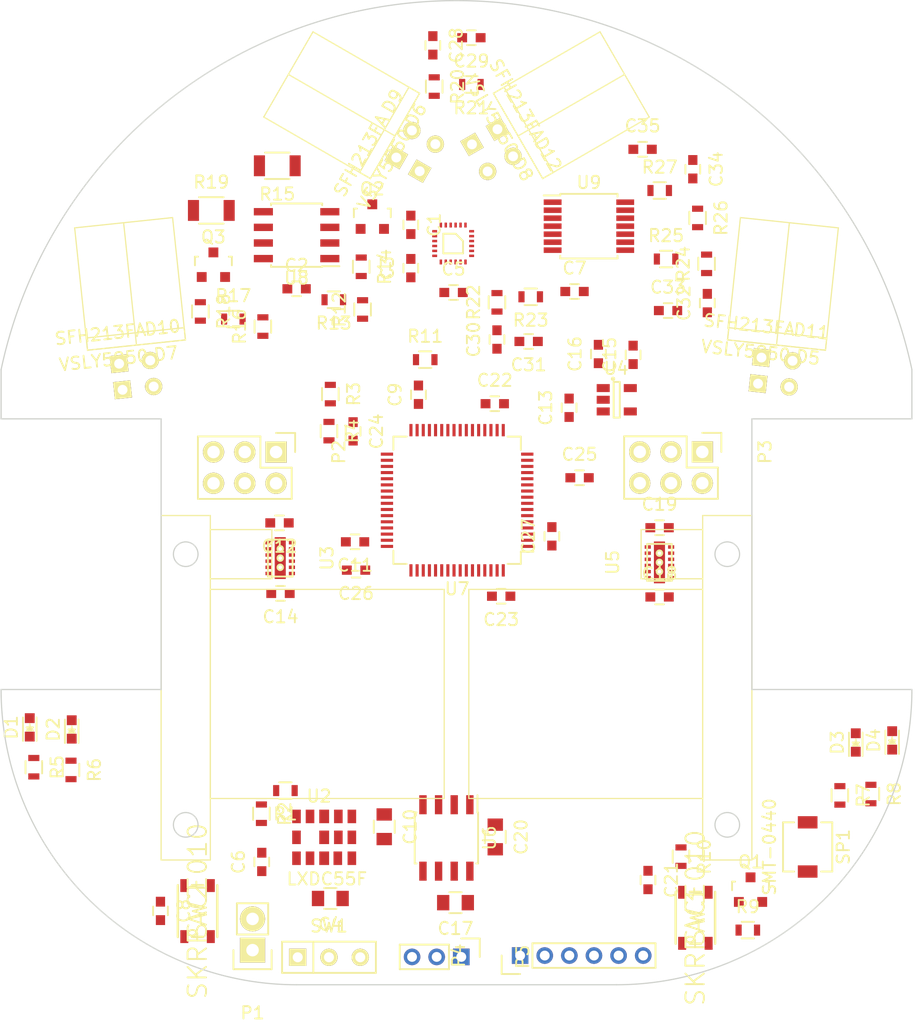
<source format=kicad_pcb>
(kicad_pcb (version 4) (host pcbnew 4.0.1-stable)

  (general
    (links 251)
    (no_connects 245)
    (area 111.451099 59.953599 185.551101 140.053601)
    (thickness 1.6)
    (drawings 76)
    (tracks 0)
    (zones 0)
    (modules 95)
    (nets 75)
  )

  (page A4)
  (layers
    (0 F.Cu signal)
    (31 B.Cu signal)
    (32 B.Adhes user)
    (33 F.Adhes user)
    (34 B.Paste user)
    (35 F.Paste user)
    (36 B.SilkS user)
    (37 F.SilkS user)
    (38 B.Mask user)
    (39 F.Mask user)
    (40 Dwgs.User user)
    (41 Cmts.User user)
    (42 Eco1.User user)
    (43 Eco2.User user)
    (44 Edge.Cuts user)
    (45 Margin user)
    (46 B.CrtYd user)
    (47 F.CrtYd user)
    (48 B.Fab user)
    (49 F.Fab user)
  )

  (setup
    (last_trace_width 0.25)
    (trace_clearance 0.2)
    (zone_clearance 0.508)
    (zone_45_only no)
    (trace_min 0.2)
    (segment_width 0.2)
    (edge_width 0.15)
    (via_size 0.6)
    (via_drill 0.4)
    (via_min_size 0.4)
    (via_min_drill 0.3)
    (uvia_size 0.3)
    (uvia_drill 0.1)
    (uvias_allowed no)
    (uvia_min_size 0.2)
    (uvia_min_drill 0.1)
    (pcb_text_width 0.3)
    (pcb_text_size 1.5 1.5)
    (mod_edge_width 0.15)
    (mod_text_size 1 1)
    (mod_text_width 0.15)
    (pad_size 1.524 1.524)
    (pad_drill 0.762)
    (pad_to_mask_clearance 0.2)
    (aux_axis_origin 0 0)
    (visible_elements 7FFFFFFF)
    (pcbplotparams
      (layerselection 0x00030_80000001)
      (usegerberextensions false)
      (excludeedgelayer true)
      (linewidth 0.100000)
      (plotframeref false)
      (viasonmask false)
      (mode 1)
      (useauxorigin false)
      (hpglpennumber 1)
      (hpglpenspeed 20)
      (hpglpendiameter 15)
      (hpglpenoverlay 2)
      (psnegative false)
      (psa4output false)
      (plotreference true)
      (plotvalue true)
      (plotinvisibletext false)
      (padsonsilk false)
      (subtractmaskfromsilk false)
      (outputformat 1)
      (mirror false)
      (drillshape 1)
      (scaleselection 1)
      (outputdirectory ""))
  )

  (net 0 "")
  (net 1 +3V3)
  (net 2 GND)
  (net 3 "Net-(C3-Pad1)")
  (net 4 +BATT)
  (net 5 NRST)
  (net 6 "Net-(C9-Pad1)")
  (net 7 +5V)
  (net 8 "Net-(C11-Pad1)")
  (net 9 +3.3VADC)
  (net 10 +1.65VADC)
  (net 11 SELECT_SW)
  (net 12 "Net-(C28-Pad1)")
  (net 13 "Net-(C28-Pad2)")
  (net 14 IR_RCV_A)
  (net 15 "Net-(C30-Pad1)")
  (net 16 "Net-(C30-Pad2)")
  (net 17 IR_RCV_B)
  (net 18 "Net-(C32-Pad1)")
  (net 19 "Net-(C32-Pad2)")
  (net 20 IR_RCV_C)
  (net 21 "Net-(C34-Pad1)")
  (net 22 "Net-(C34-Pad2)")
  (net 23 IR_RCV_D)
  (net 24 DEBUG_LED1)
  (net 25 "Net-(D1-Pad1)")
  (net 26 DEBUG_LED2)
  (net 27 "Net-(D2-Pad1)")
  (net 28 DEBUG_LED3)
  (net 29 "Net-(D3-Pad1)")
  (net 30 DEBUG_LED4)
  (net 31 "Net-(D4-Pad1)")
  (net 32 "Net-(D5-Pad1)")
  (net 33 "Net-(D6-Pad1)")
  (net 34 "Net-(D7-Pad1)")
  (net 35 "Net-(D8-Pad1)")
  (net 36 "Net-(P1-Pad2)")
  (net 37 MT_L_OUT1)
  (net 38 MT_L_OUT2)
  (net 39 ENC_L_B)
  (net 40 ENC_L_A)
  (net 41 MT_R_OUT1)
  (net 42 MT_R_OUT2)
  (net 43 ENC_R_B)
  (net 44 ENC_R_A)
  (net 45 SWCLK)
  (net 46 SWDIO)
  (net 47 SWO)
  (net 48 USART1_TX)
  (net 49 USART1_RX)
  (net 50 DEBUG_BUZZER)
  (net 51 "Net-(Q1-Pad3)")
  (net 52 "Net-(Q2-Pad1)")
  (net 53 "Net-(Q2-Pad2)")
  (net 54 "Net-(Q3-Pad1)")
  (net 55 "Net-(Q3-Pad2)")
  (net 56 "Net-(R1-Pad1)")
  (net 57 "Net-(R1-Pad2)")
  (net 58 BATT_VOL)
  (net 59 "Net-(R11-Pad2)")
  (net 60 IR_LED_AC)
  (net 61 "Net-(R12-Pad2)")
  (net 62 "Net-(R14-Pad2)")
  (net 63 IR_LED_BD)
  (net 64 "Net-(R16-Pad2)")
  (net 65 "Net-(R18-Pad2)")
  (net 66 MPU_MISO)
  (net 67 MPU_INT)
  (net 68 MPU_NCS)
  (net 69 MPU_CLK)
  (net 70 MPU_MOSI)
  (net 71 MT_L_IN1)
  (net 72 MT_L_IN2)
  (net 73 MT_R_IN1)
  (net 74 MT_R_IN2)

  (net_class Default "これは標準のネット クラスです。"
    (clearance 0.2)
    (trace_width 0.25)
    (via_dia 0.6)
    (via_drill 0.4)
    (uvia_dia 0.3)
    (uvia_drill 0.1)
    (add_net +1.65VADC)
    (add_net +3.3VADC)
    (add_net +3V3)
    (add_net +5V)
    (add_net +BATT)
    (add_net BATT_VOL)
    (add_net DEBUG_BUZZER)
    (add_net DEBUG_LED1)
    (add_net DEBUG_LED2)
    (add_net DEBUG_LED3)
    (add_net DEBUG_LED4)
    (add_net ENC_L_A)
    (add_net ENC_L_B)
    (add_net ENC_R_A)
    (add_net ENC_R_B)
    (add_net GND)
    (add_net IR_LED_AC)
    (add_net IR_LED_BD)
    (add_net IR_RCV_A)
    (add_net IR_RCV_B)
    (add_net IR_RCV_C)
    (add_net IR_RCV_D)
    (add_net MPU_CLK)
    (add_net MPU_INT)
    (add_net MPU_MISO)
    (add_net MPU_MOSI)
    (add_net MPU_NCS)
    (add_net MT_L_IN1)
    (add_net MT_L_IN2)
    (add_net MT_L_OUT1)
    (add_net MT_L_OUT2)
    (add_net MT_R_IN1)
    (add_net MT_R_IN2)
    (add_net MT_R_OUT1)
    (add_net MT_R_OUT2)
    (add_net NRST)
    (add_net "Net-(C11-Pad1)")
    (add_net "Net-(C28-Pad1)")
    (add_net "Net-(C28-Pad2)")
    (add_net "Net-(C3-Pad1)")
    (add_net "Net-(C30-Pad1)")
    (add_net "Net-(C30-Pad2)")
    (add_net "Net-(C32-Pad1)")
    (add_net "Net-(C32-Pad2)")
    (add_net "Net-(C34-Pad1)")
    (add_net "Net-(C34-Pad2)")
    (add_net "Net-(C9-Pad1)")
    (add_net "Net-(D1-Pad1)")
    (add_net "Net-(D2-Pad1)")
    (add_net "Net-(D3-Pad1)")
    (add_net "Net-(D4-Pad1)")
    (add_net "Net-(D5-Pad1)")
    (add_net "Net-(D6-Pad1)")
    (add_net "Net-(D7-Pad1)")
    (add_net "Net-(D8-Pad1)")
    (add_net "Net-(P1-Pad2)")
    (add_net "Net-(Q1-Pad3)")
    (add_net "Net-(Q2-Pad1)")
    (add_net "Net-(Q2-Pad2)")
    (add_net "Net-(Q3-Pad1)")
    (add_net "Net-(Q3-Pad2)")
    (add_net "Net-(R1-Pad1)")
    (add_net "Net-(R1-Pad2)")
    (add_net "Net-(R11-Pad2)")
    (add_net "Net-(R12-Pad2)")
    (add_net "Net-(R14-Pad2)")
    (add_net "Net-(R16-Pad2)")
    (add_net "Net-(R18-Pad2)")
    (add_net SELECT_SW)
    (add_net SWCLK)
    (add_net SWDIO)
    (add_net SWO)
    (add_net USART1_RX)
    (add_net USART1_TX)
  )

  (module Capacitors_SMD:C_0603 (layer F.Cu) (tedit 5415D631) (tstamp 57CCB628)
    (at 144.79 78.23 270)
    (descr "Capacitor SMD 0603, reflow soldering, AVX (see smccp.pdf)")
    (tags "capacitor 0603")
    (path /57F1DD4F)
    (attr smd)
    (fp_text reference C1 (at 0 -1.9 270) (layer F.SilkS)
      (effects (font (size 1 1) (thickness 0.15)))
    )
    (fp_text value 0.01u (at 0 1.9 270) (layer F.Fab)
      (effects (font (size 1 1) (thickness 0.15)))
    )
    (fp_line (start -1.45 -0.75) (end 1.45 -0.75) (layer F.CrtYd) (width 0.05))
    (fp_line (start -1.45 0.75) (end 1.45 0.75) (layer F.CrtYd) (width 0.05))
    (fp_line (start -1.45 -0.75) (end -1.45 0.75) (layer F.CrtYd) (width 0.05))
    (fp_line (start 1.45 -0.75) (end 1.45 0.75) (layer F.CrtYd) (width 0.05))
    (fp_line (start -0.35 -0.6) (end 0.35 -0.6) (layer F.SilkS) (width 0.15))
    (fp_line (start 0.35 0.6) (end -0.35 0.6) (layer F.SilkS) (width 0.15))
    (pad 1 smd rect (at -0.75 0 270) (size 0.8 0.75) (layers F.Cu F.Paste F.Mask)
      (net 1 +3V3))
    (pad 2 smd rect (at 0.75 0 270) (size 0.8 0.75) (layers F.Cu F.Paste F.Mask)
      (net 2 GND))
    (model Capacitors_SMD.3dshapes/C_0603.wrl
      (at (xyz 0 0 0))
      (scale (xyz 1 1 1))
      (rotate (xyz 0 0 0))
    )
  )

  (module Capacitors_SMD:C_0603 (layer F.Cu) (tedit 5415D631) (tstamp 57CCB634)
    (at 135.51 83.43)
    (descr "Capacitor SMD 0603, reflow soldering, AVX (see smccp.pdf)")
    (tags "capacitor 0603")
    (path /57D8272C)
    (attr smd)
    (fp_text reference C2 (at 0 -1.9) (layer F.SilkS)
      (effects (font (size 1 1) (thickness 0.15)))
    )
    (fp_text value 0.1u (at 0 1.9) (layer F.Fab)
      (effects (font (size 1 1) (thickness 0.15)))
    )
    (fp_line (start -1.45 -0.75) (end 1.45 -0.75) (layer F.CrtYd) (width 0.05))
    (fp_line (start -1.45 0.75) (end 1.45 0.75) (layer F.CrtYd) (width 0.05))
    (fp_line (start -1.45 -0.75) (end -1.45 0.75) (layer F.CrtYd) (width 0.05))
    (fp_line (start 1.45 -0.75) (end 1.45 0.75) (layer F.CrtYd) (width 0.05))
    (fp_line (start -0.35 -0.6) (end 0.35 -0.6) (layer F.SilkS) (width 0.15))
    (fp_line (start 0.35 0.6) (end -0.35 0.6) (layer F.SilkS) (width 0.15))
    (pad 1 smd rect (at -0.75 0) (size 0.8 0.75) (layers F.Cu F.Paste F.Mask)
      (net 4 +BATT))
    (pad 2 smd rect (at 0.75 0) (size 0.8 0.75) (layers F.Cu F.Paste F.Mask)
      (net 2 GND))
    (model Capacitors_SMD.3dshapes/C_0603.wrl
      (at (xyz 0 0 0))
      (scale (xyz 1 1 1))
      (rotate (xyz 0 0 0))
    )
  )

  (module Capacitors_SMD:C_0603 (layer F.Cu) (tedit 5415D631) (tstamp 57CCB640)
    (at 144.79 81.75 90)
    (descr "Capacitor SMD 0603, reflow soldering, AVX (see smccp.pdf)")
    (tags "capacitor 0603")
    (path /57F1EF11)
    (attr smd)
    (fp_text reference C3 (at 0 -1.9 90) (layer F.SilkS)
      (effects (font (size 1 1) (thickness 0.15)))
    )
    (fp_text value 0.1u (at 0 1.9 90) (layer F.Fab)
      (effects (font (size 1 1) (thickness 0.15)))
    )
    (fp_line (start -1.45 -0.75) (end 1.45 -0.75) (layer F.CrtYd) (width 0.05))
    (fp_line (start -1.45 0.75) (end 1.45 0.75) (layer F.CrtYd) (width 0.05))
    (fp_line (start -1.45 -0.75) (end -1.45 0.75) (layer F.CrtYd) (width 0.05))
    (fp_line (start 1.45 -0.75) (end 1.45 0.75) (layer F.CrtYd) (width 0.05))
    (fp_line (start -0.35 -0.6) (end 0.35 -0.6) (layer F.SilkS) (width 0.15))
    (fp_line (start 0.35 0.6) (end -0.35 0.6) (layer F.SilkS) (width 0.15))
    (pad 1 smd rect (at -0.75 0 90) (size 0.8 0.75) (layers F.Cu F.Paste F.Mask)
      (net 3 "Net-(C3-Pad1)"))
    (pad 2 smd rect (at 0.75 0 90) (size 0.8 0.75) (layers F.Cu F.Paste F.Mask)
      (net 2 GND))
    (model Capacitors_SMD.3dshapes/C_0603.wrl
      (at (xyz 0 0 0))
      (scale (xyz 1 1 1))
      (rotate (xyz 0 0 0))
    )
  )

  (module Capacitors_SMD:C_0805 (layer F.Cu) (tedit 5415D6EA) (tstamp 57CCB64C)
    (at 138.25 132.99 180)
    (descr "Capacitor SMD 0805, reflow soldering, AVX (see smccp.pdf)")
    (tags "capacitor 0805")
    (path /57FED748)
    (attr smd)
    (fp_text reference C4 (at 0 -2.1 180) (layer F.SilkS)
      (effects (font (size 1 1) (thickness 0.15)))
    )
    (fp_text value 22u (at 0 2.1 180) (layer F.Fab)
      (effects (font (size 1 1) (thickness 0.15)))
    )
    (fp_line (start -1.8 -1) (end 1.8 -1) (layer F.CrtYd) (width 0.05))
    (fp_line (start -1.8 1) (end 1.8 1) (layer F.CrtYd) (width 0.05))
    (fp_line (start -1.8 -1) (end -1.8 1) (layer F.CrtYd) (width 0.05))
    (fp_line (start 1.8 -1) (end 1.8 1) (layer F.CrtYd) (width 0.05))
    (fp_line (start 0.5 -0.85) (end -0.5 -0.85) (layer F.SilkS) (width 0.15))
    (fp_line (start -0.5 0.85) (end 0.5 0.85) (layer F.SilkS) (width 0.15))
    (pad 1 smd rect (at -1 0 180) (size 1 1.25) (layers F.Cu F.Paste F.Mask)
      (net 4 +BATT))
    (pad 2 smd rect (at 1 0 180) (size 1 1.25) (layers F.Cu F.Paste F.Mask)
      (net 2 GND))
    (model Capacitors_SMD.3dshapes/C_0805.wrl
      (at (xyz 0 0 0))
      (scale (xyz 1 1 1))
      (rotate (xyz 0 0 0))
    )
  )

  (module Capacitors_SMD:C_0603 (layer F.Cu) (tedit 5415D631) (tstamp 57CCB658)
    (at 148.26 83.73)
    (descr "Capacitor SMD 0603, reflow soldering, AVX (see smccp.pdf)")
    (tags "capacitor 0603")
    (path /57F1D437)
    (attr smd)
    (fp_text reference C5 (at 0 -1.9) (layer F.SilkS)
      (effects (font (size 1 1) (thickness 0.15)))
    )
    (fp_text value 0.1u (at 0 1.9) (layer F.Fab)
      (effects (font (size 1 1) (thickness 0.15)))
    )
    (fp_line (start -1.45 -0.75) (end 1.45 -0.75) (layer F.CrtYd) (width 0.05))
    (fp_line (start -1.45 0.75) (end 1.45 0.75) (layer F.CrtYd) (width 0.05))
    (fp_line (start -1.45 -0.75) (end -1.45 0.75) (layer F.CrtYd) (width 0.05))
    (fp_line (start 1.45 -0.75) (end 1.45 0.75) (layer F.CrtYd) (width 0.05))
    (fp_line (start -0.35 -0.6) (end 0.35 -0.6) (layer F.SilkS) (width 0.15))
    (fp_line (start 0.35 0.6) (end -0.35 0.6) (layer F.SilkS) (width 0.15))
    (pad 1 smd rect (at -0.75 0) (size 0.8 0.75) (layers F.Cu F.Paste F.Mask)
      (net 1 +3V3))
    (pad 2 smd rect (at 0.75 0) (size 0.8 0.75) (layers F.Cu F.Paste F.Mask)
      (net 2 GND))
    (model Capacitors_SMD.3dshapes/C_0603.wrl
      (at (xyz 0 0 0))
      (scale (xyz 1 1 1))
      (rotate (xyz 0 0 0))
    )
  )

  (module Capacitors_SMD:C_0603 (layer F.Cu) (tedit 5415D631) (tstamp 57CCB664)
    (at 132.68 130.02 90)
    (descr "Capacitor SMD 0603, reflow soldering, AVX (see smccp.pdf)")
    (tags "capacitor 0603")
    (path /57E8A9E3)
    (attr smd)
    (fp_text reference C6 (at 0 -1.9 90) (layer F.SilkS)
      (effects (font (size 1 1) (thickness 0.15)))
    )
    (fp_text value 10u (at 0 1.9 90) (layer F.Fab)
      (effects (font (size 1 1) (thickness 0.15)))
    )
    (fp_line (start -1.45 -0.75) (end 1.45 -0.75) (layer F.CrtYd) (width 0.05))
    (fp_line (start -1.45 0.75) (end 1.45 0.75) (layer F.CrtYd) (width 0.05))
    (fp_line (start -1.45 -0.75) (end -1.45 0.75) (layer F.CrtYd) (width 0.05))
    (fp_line (start 1.45 -0.75) (end 1.45 0.75) (layer F.CrtYd) (width 0.05))
    (fp_line (start -0.35 -0.6) (end 0.35 -0.6) (layer F.SilkS) (width 0.15))
    (fp_line (start 0.35 0.6) (end -0.35 0.6) (layer F.SilkS) (width 0.15))
    (pad 1 smd rect (at -0.75 0 90) (size 0.8 0.75) (layers F.Cu F.Paste F.Mask)
      (net 4 +BATT))
    (pad 2 smd rect (at 0.75 0 90) (size 0.8 0.75) (layers F.Cu F.Paste F.Mask)
      (net 2 GND))
    (model Capacitors_SMD.3dshapes/C_0603.wrl
      (at (xyz 0 0 0))
      (scale (xyz 1 1 1))
      (rotate (xyz 0 0 0))
    )
  )

  (module Capacitors_SMD:C_0603 (layer F.Cu) (tedit 5415D631) (tstamp 57CCB670)
    (at 158.09 83.65)
    (descr "Capacitor SMD 0603, reflow soldering, AVX (see smccp.pdf)")
    (tags "capacitor 0603")
    (path /57D8AB4D)
    (attr smd)
    (fp_text reference C7 (at 0 -1.9) (layer F.SilkS)
      (effects (font (size 1 1) (thickness 0.15)))
    )
    (fp_text value 0.1u (at 0 1.9) (layer F.Fab)
      (effects (font (size 1 1) (thickness 0.15)))
    )
    (fp_line (start -1.45 -0.75) (end 1.45 -0.75) (layer F.CrtYd) (width 0.05))
    (fp_line (start -1.45 0.75) (end 1.45 0.75) (layer F.CrtYd) (width 0.05))
    (fp_line (start -1.45 -0.75) (end -1.45 0.75) (layer F.CrtYd) (width 0.05))
    (fp_line (start 1.45 -0.75) (end 1.45 0.75) (layer F.CrtYd) (width 0.05))
    (fp_line (start -0.35 -0.6) (end 0.35 -0.6) (layer F.SilkS) (width 0.15))
    (fp_line (start 0.35 0.6) (end -0.35 0.6) (layer F.SilkS) (width 0.15))
    (pad 1 smd rect (at -0.75 0) (size 0.8 0.75) (layers F.Cu F.Paste F.Mask)
      (net 1 +3V3))
    (pad 2 smd rect (at 0.75 0) (size 0.8 0.75) (layers F.Cu F.Paste F.Mask)
      (net 2 GND))
    (model Capacitors_SMD.3dshapes/C_0603.wrl
      (at (xyz 0 0 0))
      (scale (xyz 1 1 1))
      (rotate (xyz 0 0 0))
    )
  )

  (module Capacitors_SMD:C_0603 (layer F.Cu) (tedit 5415D631) (tstamp 57CCB67C)
    (at 124.45 134 270)
    (descr "Capacitor SMD 0603, reflow soldering, AVX (see smccp.pdf)")
    (tags "capacitor 0603")
    (path /57D24FC4)
    (attr smd)
    (fp_text reference C8 (at 0 -1.9 270) (layer F.SilkS)
      (effects (font (size 1 1) (thickness 0.15)))
    )
    (fp_text value 0.1u (at 0 1.9 270) (layer F.Fab)
      (effects (font (size 1 1) (thickness 0.15)))
    )
    (fp_line (start -1.45 -0.75) (end 1.45 -0.75) (layer F.CrtYd) (width 0.05))
    (fp_line (start -1.45 0.75) (end 1.45 0.75) (layer F.CrtYd) (width 0.05))
    (fp_line (start -1.45 -0.75) (end -1.45 0.75) (layer F.CrtYd) (width 0.05))
    (fp_line (start 1.45 -0.75) (end 1.45 0.75) (layer F.CrtYd) (width 0.05))
    (fp_line (start -0.35 -0.6) (end 0.35 -0.6) (layer F.SilkS) (width 0.15))
    (fp_line (start 0.35 0.6) (end -0.35 0.6) (layer F.SilkS) (width 0.15))
    (pad 1 smd rect (at -0.75 0 270) (size 0.8 0.75) (layers F.Cu F.Paste F.Mask)
      (net 5 NRST))
    (pad 2 smd rect (at 0.75 0 270) (size 0.8 0.75) (layers F.Cu F.Paste F.Mask)
      (net 2 GND))
    (model Capacitors_SMD.3dshapes/C_0603.wrl
      (at (xyz 0 0 0))
      (scale (xyz 1 1 1))
      (rotate (xyz 0 0 0))
    )
  )

  (module Capacitors_SMD:C_0603 (layer F.Cu) (tedit 5415D631) (tstamp 57CCB688)
    (at 145.41 92.04 90)
    (descr "Capacitor SMD 0603, reflow soldering, AVX (see smccp.pdf)")
    (tags "capacitor 0603")
    (path /57CA7E84)
    (attr smd)
    (fp_text reference C9 (at 0 -1.9 90) (layer F.SilkS)
      (effects (font (size 1 1) (thickness 0.15)))
    )
    (fp_text value 2.2u (at 0 1.9 90) (layer F.Fab)
      (effects (font (size 1 1) (thickness 0.15)))
    )
    (fp_line (start -1.45 -0.75) (end 1.45 -0.75) (layer F.CrtYd) (width 0.05))
    (fp_line (start -1.45 0.75) (end 1.45 0.75) (layer F.CrtYd) (width 0.05))
    (fp_line (start -1.45 -0.75) (end -1.45 0.75) (layer F.CrtYd) (width 0.05))
    (fp_line (start 1.45 -0.75) (end 1.45 0.75) (layer F.CrtYd) (width 0.05))
    (fp_line (start -0.35 -0.6) (end 0.35 -0.6) (layer F.SilkS) (width 0.15))
    (fp_line (start 0.35 0.6) (end -0.35 0.6) (layer F.SilkS) (width 0.15))
    (pad 1 smd rect (at -0.75 0 90) (size 0.8 0.75) (layers F.Cu F.Paste F.Mask)
      (net 6 "Net-(C9-Pad1)"))
    (pad 2 smd rect (at 0.75 0 90) (size 0.8 0.75) (layers F.Cu F.Paste F.Mask)
      (net 2 GND))
    (model Capacitors_SMD.3dshapes/C_0603.wrl
      (at (xyz 0 0 0))
      (scale (xyz 1 1 1))
      (rotate (xyz 0 0 0))
    )
  )

  (module Capacitors_SMD:C_0805 (layer F.Cu) (tedit 5415D6EA) (tstamp 57CCB694)
    (at 142.63 127.16 270)
    (descr "Capacitor SMD 0805, reflow soldering, AVX (see smccp.pdf)")
    (tags "capacitor 0805")
    (path /57E78821)
    (attr smd)
    (fp_text reference C10 (at 0 -2.1 270) (layer F.SilkS)
      (effects (font (size 1 1) (thickness 0.15)))
    )
    (fp_text value 22u (at 0 2.1 270) (layer F.Fab)
      (effects (font (size 1 1) (thickness 0.15)))
    )
    (fp_line (start -1.8 -1) (end 1.8 -1) (layer F.CrtYd) (width 0.05))
    (fp_line (start -1.8 1) (end 1.8 1) (layer F.CrtYd) (width 0.05))
    (fp_line (start -1.8 -1) (end -1.8 1) (layer F.CrtYd) (width 0.05))
    (fp_line (start 1.8 -1) (end 1.8 1) (layer F.CrtYd) (width 0.05))
    (fp_line (start 0.5 -0.85) (end -0.5 -0.85) (layer F.SilkS) (width 0.15))
    (fp_line (start -0.5 0.85) (end 0.5 0.85) (layer F.SilkS) (width 0.15))
    (pad 1 smd rect (at -1 0 270) (size 1 1.25) (layers F.Cu F.Paste F.Mask)
      (net 7 +5V))
    (pad 2 smd rect (at 1 0 270) (size 1 1.25) (layers F.Cu F.Paste F.Mask)
      (net 2 GND))
    (model Capacitors_SMD.3dshapes/C_0805.wrl
      (at (xyz 0 0 0))
      (scale (xyz 1 1 1))
      (rotate (xyz 0 0 0))
    )
  )

  (module Capacitors_SMD:C_0603 (layer F.Cu) (tedit 5415D631) (tstamp 57CCB6A0)
    (at 140.26 104 180)
    (descr "Capacitor SMD 0603, reflow soldering, AVX (see smccp.pdf)")
    (tags "capacitor 0603")
    (path /57CA90AD)
    (attr smd)
    (fp_text reference C11 (at 0 -1.9 180) (layer F.SilkS)
      (effects (font (size 1 1) (thickness 0.15)))
    )
    (fp_text value 2.2u (at 0 1.9 180) (layer F.Fab)
      (effects (font (size 1 1) (thickness 0.15)))
    )
    (fp_line (start -1.45 -0.75) (end 1.45 -0.75) (layer F.CrtYd) (width 0.05))
    (fp_line (start -1.45 0.75) (end 1.45 0.75) (layer F.CrtYd) (width 0.05))
    (fp_line (start -1.45 -0.75) (end -1.45 0.75) (layer F.CrtYd) (width 0.05))
    (fp_line (start 1.45 -0.75) (end 1.45 0.75) (layer F.CrtYd) (width 0.05))
    (fp_line (start -0.35 -0.6) (end 0.35 -0.6) (layer F.SilkS) (width 0.15))
    (fp_line (start 0.35 0.6) (end -0.35 0.6) (layer F.SilkS) (width 0.15))
    (pad 1 smd rect (at -0.75 0 180) (size 0.8 0.75) (layers F.Cu F.Paste F.Mask)
      (net 8 "Net-(C11-Pad1)"))
    (pad 2 smd rect (at 0.75 0 180) (size 0.8 0.75) (layers F.Cu F.Paste F.Mask)
      (net 2 GND))
    (model Capacitors_SMD.3dshapes/C_0603.wrl
      (at (xyz 0 0 0))
      (scale (xyz 1 1 1))
      (rotate (xyz 0 0 0))
    )
  )

  (module Capacitors_SMD:C_0603 (layer F.Cu) (tedit 5415D631) (tstamp 57CCB6AC)
    (at 134.12 102.46 180)
    (descr "Capacitor SMD 0603, reflow soldering, AVX (see smccp.pdf)")
    (tags "capacitor 0603")
    (path /57D0F807)
    (attr smd)
    (fp_text reference C12 (at 0 -1.9 180) (layer F.SilkS)
      (effects (font (size 1 1) (thickness 0.15)))
    )
    (fp_text value 0.1u (at 0 1.9 180) (layer F.Fab)
      (effects (font (size 1 1) (thickness 0.15)))
    )
    (fp_line (start -1.45 -0.75) (end 1.45 -0.75) (layer F.CrtYd) (width 0.05))
    (fp_line (start -1.45 0.75) (end 1.45 0.75) (layer F.CrtYd) (width 0.05))
    (fp_line (start -1.45 -0.75) (end -1.45 0.75) (layer F.CrtYd) (width 0.05))
    (fp_line (start 1.45 -0.75) (end 1.45 0.75) (layer F.CrtYd) (width 0.05))
    (fp_line (start -0.35 -0.6) (end 0.35 -0.6) (layer F.SilkS) (width 0.15))
    (fp_line (start 0.35 0.6) (end -0.35 0.6) (layer F.SilkS) (width 0.15))
    (pad 1 smd rect (at -0.75 0 180) (size 0.8 0.75) (layers F.Cu F.Paste F.Mask)
      (net 1 +3V3))
    (pad 2 smd rect (at 0.75 0 180) (size 0.8 0.75) (layers F.Cu F.Paste F.Mask)
      (net 2 GND))
    (model Capacitors_SMD.3dshapes/C_0603.wrl
      (at (xyz 0 0 0))
      (scale (xyz 1 1 1))
      (rotate (xyz 0 0 0))
    )
  )

  (module Capacitors_SMD:C_0603 (layer F.Cu) (tedit 5415D631) (tstamp 57CCB6B8)
    (at 157.65 93.1 90)
    (descr "Capacitor SMD 0603, reflow soldering, AVX (see smccp.pdf)")
    (tags "capacitor 0603")
    (path /57E7DDE1)
    (attr smd)
    (fp_text reference C13 (at 0 -1.9 90) (layer F.SilkS)
      (effects (font (size 1 1) (thickness 0.15)))
    )
    (fp_text value 0.1u (at 0 1.9 90) (layer F.Fab)
      (effects (font (size 1 1) (thickness 0.15)))
    )
    (fp_line (start -1.45 -0.75) (end 1.45 -0.75) (layer F.CrtYd) (width 0.05))
    (fp_line (start -1.45 0.75) (end 1.45 0.75) (layer F.CrtYd) (width 0.05))
    (fp_line (start -1.45 -0.75) (end -1.45 0.75) (layer F.CrtYd) (width 0.05))
    (fp_line (start 1.45 -0.75) (end 1.45 0.75) (layer F.CrtYd) (width 0.05))
    (fp_line (start -0.35 -0.6) (end 0.35 -0.6) (layer F.SilkS) (width 0.15))
    (fp_line (start 0.35 0.6) (end -0.35 0.6) (layer F.SilkS) (width 0.15))
    (pad 1 smd rect (at -0.75 0 90) (size 0.8 0.75) (layers F.Cu F.Paste F.Mask)
      (net 7 +5V))
    (pad 2 smd rect (at 0.75 0 90) (size 0.8 0.75) (layers F.Cu F.Paste F.Mask)
      (net 2 GND))
    (model Capacitors_SMD.3dshapes/C_0603.wrl
      (at (xyz 0 0 0))
      (scale (xyz 1 1 1))
      (rotate (xyz 0 0 0))
    )
  )

  (module Capacitors_SMD:C_0603 (layer F.Cu) (tedit 5415D631) (tstamp 57CCB6C4)
    (at 134.2 108.19 180)
    (descr "Capacitor SMD 0603, reflow soldering, AVX (see smccp.pdf)")
    (tags "capacitor 0603")
    (path /57D0F813)
    (attr smd)
    (fp_text reference C14 (at 0 -1.9 180) (layer F.SilkS)
      (effects (font (size 1 1) (thickness 0.15)))
    )
    (fp_text value 0.1u (at 0 1.9 180) (layer F.Fab)
      (effects (font (size 1 1) (thickness 0.15)))
    )
    (fp_line (start -1.45 -0.75) (end 1.45 -0.75) (layer F.CrtYd) (width 0.05))
    (fp_line (start -1.45 0.75) (end 1.45 0.75) (layer F.CrtYd) (width 0.05))
    (fp_line (start -1.45 -0.75) (end -1.45 0.75) (layer F.CrtYd) (width 0.05))
    (fp_line (start 1.45 -0.75) (end 1.45 0.75) (layer F.CrtYd) (width 0.05))
    (fp_line (start -0.35 -0.6) (end 0.35 -0.6) (layer F.SilkS) (width 0.15))
    (fp_line (start 0.35 0.6) (end -0.35 0.6) (layer F.SilkS) (width 0.15))
    (pad 1 smd rect (at -0.75 0 180) (size 0.8 0.75) (layers F.Cu F.Paste F.Mask)
      (net 4 +BATT))
    (pad 2 smd rect (at 0.75 0 180) (size 0.8 0.75) (layers F.Cu F.Paste F.Mask)
      (net 2 GND))
    (model Capacitors_SMD.3dshapes/C_0603.wrl
      (at (xyz 0 0 0))
      (scale (xyz 1 1 1))
      (rotate (xyz 0 0 0))
    )
  )

  (module Capacitors_SMD:C_0603 (layer F.Cu) (tedit 5415D631) (tstamp 57CCB6D0)
    (at 162.85 88.8 90)
    (descr "Capacitor SMD 0603, reflow soldering, AVX (see smccp.pdf)")
    (tags "capacitor 0603")
    (path /57E7EA26)
    (attr smd)
    (fp_text reference C15 (at 0 -1.9 90) (layer F.SilkS)
      (effects (font (size 1 1) (thickness 0.15)))
    )
    (fp_text value 10u (at 0 1.9 90) (layer F.Fab)
      (effects (font (size 1 1) (thickness 0.15)))
    )
    (fp_line (start -1.45 -0.75) (end 1.45 -0.75) (layer F.CrtYd) (width 0.05))
    (fp_line (start -1.45 0.75) (end 1.45 0.75) (layer F.CrtYd) (width 0.05))
    (fp_line (start -1.45 -0.75) (end -1.45 0.75) (layer F.CrtYd) (width 0.05))
    (fp_line (start 1.45 -0.75) (end 1.45 0.75) (layer F.CrtYd) (width 0.05))
    (fp_line (start -0.35 -0.6) (end 0.35 -0.6) (layer F.SilkS) (width 0.15))
    (fp_line (start 0.35 0.6) (end -0.35 0.6) (layer F.SilkS) (width 0.15))
    (pad 1 smd rect (at -0.75 0 90) (size 0.8 0.75) (layers F.Cu F.Paste F.Mask)
      (net 9 +3.3VADC))
    (pad 2 smd rect (at 0.75 0 90) (size 0.8 0.75) (layers F.Cu F.Paste F.Mask)
      (net 2 GND))
    (model Capacitors_SMD.3dshapes/C_0603.wrl
      (at (xyz 0 0 0))
      (scale (xyz 1 1 1))
      (rotate (xyz 0 0 0))
    )
  )

  (module Capacitors_SMD:C_0603 (layer F.Cu) (tedit 5415D631) (tstamp 57CCB6DC)
    (at 160.03 88.73 90)
    (descr "Capacitor SMD 0603, reflow soldering, AVX (see smccp.pdf)")
    (tags "capacitor 0603")
    (path /57E7F0A1)
    (attr smd)
    (fp_text reference C16 (at 0 -1.9 90) (layer F.SilkS)
      (effects (font (size 1 1) (thickness 0.15)))
    )
    (fp_text value 10u (at 0 1.9 90) (layer F.Fab)
      (effects (font (size 1 1) (thickness 0.15)))
    )
    (fp_line (start -1.45 -0.75) (end 1.45 -0.75) (layer F.CrtYd) (width 0.05))
    (fp_line (start -1.45 0.75) (end 1.45 0.75) (layer F.CrtYd) (width 0.05))
    (fp_line (start -1.45 -0.75) (end -1.45 0.75) (layer F.CrtYd) (width 0.05))
    (fp_line (start 1.45 -0.75) (end 1.45 0.75) (layer F.CrtYd) (width 0.05))
    (fp_line (start -0.35 -0.6) (end 0.35 -0.6) (layer F.SilkS) (width 0.15))
    (fp_line (start 0.35 0.6) (end -0.35 0.6) (layer F.SilkS) (width 0.15))
    (pad 1 smd rect (at -0.75 0 90) (size 0.8 0.75) (layers F.Cu F.Paste F.Mask)
      (net 10 +1.65VADC))
    (pad 2 smd rect (at 0.75 0 90) (size 0.8 0.75) (layers F.Cu F.Paste F.Mask)
      (net 2 GND))
    (model Capacitors_SMD.3dshapes/C_0603.wrl
      (at (xyz 0 0 0))
      (scale (xyz 1 1 1))
      (rotate (xyz 0 0 0))
    )
  )

  (module Capacitors_SMD:C_0805 (layer F.Cu) (tedit 5415D6EA) (tstamp 57CCB6E8)
    (at 148.42 133.33 180)
    (descr "Capacitor SMD 0805, reflow soldering, AVX (see smccp.pdf)")
    (tags "capacitor 0805")
    (path /57E7A748)
    (attr smd)
    (fp_text reference C17 (at 0 -2.1 180) (layer F.SilkS)
      (effects (font (size 1 1) (thickness 0.15)))
    )
    (fp_text value 22u (at 0 2.1 180) (layer F.Fab)
      (effects (font (size 1 1) (thickness 0.15)))
    )
    (fp_line (start -1.8 -1) (end 1.8 -1) (layer F.CrtYd) (width 0.05))
    (fp_line (start -1.8 1) (end 1.8 1) (layer F.CrtYd) (width 0.05))
    (fp_line (start -1.8 -1) (end -1.8 1) (layer F.CrtYd) (width 0.05))
    (fp_line (start 1.8 -1) (end 1.8 1) (layer F.CrtYd) (width 0.05))
    (fp_line (start 0.5 -0.85) (end -0.5 -0.85) (layer F.SilkS) (width 0.15))
    (fp_line (start -0.5 0.85) (end 0.5 0.85) (layer F.SilkS) (width 0.15))
    (pad 1 smd rect (at -1 0 180) (size 1 1.25) (layers F.Cu F.Paste F.Mask)
      (net 7 +5V))
    (pad 2 smd rect (at 1 0 180) (size 1 1.25) (layers F.Cu F.Paste F.Mask)
      (net 2 GND))
    (model Capacitors_SMD.3dshapes/C_0805.wrl
      (at (xyz 0 0 0))
      (scale (xyz 1 1 1))
      (rotate (xyz 0 0 0))
    )
  )

  (module Capacitors_SMD:C_0603 (layer F.Cu) (tedit 5415D631) (tstamp 57CCB6F4)
    (at 165 108.48)
    (descr "Capacitor SMD 0603, reflow soldering, AVX (see smccp.pdf)")
    (tags "capacitor 0603")
    (path /57D0E828)
    (attr smd)
    (fp_text reference C18 (at 0 -1.9) (layer F.SilkS)
      (effects (font (size 1 1) (thickness 0.15)))
    )
    (fp_text value 0.1u (at 0 1.9) (layer F.Fab)
      (effects (font (size 1 1) (thickness 0.15)))
    )
    (fp_line (start -1.45 -0.75) (end 1.45 -0.75) (layer F.CrtYd) (width 0.05))
    (fp_line (start -1.45 0.75) (end 1.45 0.75) (layer F.CrtYd) (width 0.05))
    (fp_line (start -1.45 -0.75) (end -1.45 0.75) (layer F.CrtYd) (width 0.05))
    (fp_line (start 1.45 -0.75) (end 1.45 0.75) (layer F.CrtYd) (width 0.05))
    (fp_line (start -0.35 -0.6) (end 0.35 -0.6) (layer F.SilkS) (width 0.15))
    (fp_line (start 0.35 0.6) (end -0.35 0.6) (layer F.SilkS) (width 0.15))
    (pad 1 smd rect (at -0.75 0) (size 0.8 0.75) (layers F.Cu F.Paste F.Mask)
      (net 1 +3V3))
    (pad 2 smd rect (at 0.75 0) (size 0.8 0.75) (layers F.Cu F.Paste F.Mask)
      (net 2 GND))
    (model Capacitors_SMD.3dshapes/C_0603.wrl
      (at (xyz 0 0 0))
      (scale (xyz 1 1 1))
      (rotate (xyz 0 0 0))
    )
  )

  (module Capacitors_SMD:C_0603 (layer F.Cu) (tedit 5415D631) (tstamp 57CCB700)
    (at 165 102.85)
    (descr "Capacitor SMD 0603, reflow soldering, AVX (see smccp.pdf)")
    (tags "capacitor 0603")
    (path /57D0EA5F)
    (attr smd)
    (fp_text reference C19 (at 0 -1.9) (layer F.SilkS)
      (effects (font (size 1 1) (thickness 0.15)))
    )
    (fp_text value 0.1u (at 0 1.9) (layer F.Fab)
      (effects (font (size 1 1) (thickness 0.15)))
    )
    (fp_line (start -1.45 -0.75) (end 1.45 -0.75) (layer F.CrtYd) (width 0.05))
    (fp_line (start -1.45 0.75) (end 1.45 0.75) (layer F.CrtYd) (width 0.05))
    (fp_line (start -1.45 -0.75) (end -1.45 0.75) (layer F.CrtYd) (width 0.05))
    (fp_line (start 1.45 -0.75) (end 1.45 0.75) (layer F.CrtYd) (width 0.05))
    (fp_line (start -0.35 -0.6) (end 0.35 -0.6) (layer F.SilkS) (width 0.15))
    (fp_line (start 0.35 0.6) (end -0.35 0.6) (layer F.SilkS) (width 0.15))
    (pad 1 smd rect (at -0.75 0) (size 0.8 0.75) (layers F.Cu F.Paste F.Mask)
      (net 4 +BATT))
    (pad 2 smd rect (at 0.75 0) (size 0.8 0.75) (layers F.Cu F.Paste F.Mask)
      (net 2 GND))
    (model Capacitors_SMD.3dshapes/C_0603.wrl
      (at (xyz 0 0 0))
      (scale (xyz 1 1 1))
      (rotate (xyz 0 0 0))
    )
  )

  (module Capacitors_SMD:C_0805 (layer F.Cu) (tedit 5415D6EA) (tstamp 57CCB70C)
    (at 151.65 127.99 270)
    (descr "Capacitor SMD 0805, reflow soldering, AVX (see smccp.pdf)")
    (tags "capacitor 0805")
    (path /57E7B570)
    (attr smd)
    (fp_text reference C20 (at 0 -2.1 270) (layer F.SilkS)
      (effects (font (size 1 1) (thickness 0.15)))
    )
    (fp_text value 22u (at 0 2.1 270) (layer F.Fab)
      (effects (font (size 1 1) (thickness 0.15)))
    )
    (fp_line (start -1.8 -1) (end 1.8 -1) (layer F.CrtYd) (width 0.05))
    (fp_line (start -1.8 1) (end 1.8 1) (layer F.CrtYd) (width 0.05))
    (fp_line (start -1.8 -1) (end -1.8 1) (layer F.CrtYd) (width 0.05))
    (fp_line (start 1.8 -1) (end 1.8 1) (layer F.CrtYd) (width 0.05))
    (fp_line (start 0.5 -0.85) (end -0.5 -0.85) (layer F.SilkS) (width 0.15))
    (fp_line (start -0.5 0.85) (end 0.5 0.85) (layer F.SilkS) (width 0.15))
    (pad 1 smd rect (at -1 0 270) (size 1 1.25) (layers F.Cu F.Paste F.Mask)
      (net 1 +3V3))
    (pad 2 smd rect (at 1 0 270) (size 1 1.25) (layers F.Cu F.Paste F.Mask)
      (net 2 GND))
    (model Capacitors_SMD.3dshapes/C_0805.wrl
      (at (xyz 0 0 0))
      (scale (xyz 1 1 1))
      (rotate (xyz 0 0 0))
    )
  )

  (module Capacitors_SMD:C_0603 (layer F.Cu) (tedit 5415D631) (tstamp 57CCB718)
    (at 164.06 131.49 270)
    (descr "Capacitor SMD 0603, reflow soldering, AVX (see smccp.pdf)")
    (tags "capacitor 0603")
    (path /57F93301)
    (attr smd)
    (fp_text reference C21 (at 0 -1.9 270) (layer F.SilkS)
      (effects (font (size 1 1) (thickness 0.15)))
    )
    (fp_text value 0.1u (at 0 1.9 270) (layer F.Fab)
      (effects (font (size 1 1) (thickness 0.15)))
    )
    (fp_line (start -1.45 -0.75) (end 1.45 -0.75) (layer F.CrtYd) (width 0.05))
    (fp_line (start -1.45 0.75) (end 1.45 0.75) (layer F.CrtYd) (width 0.05))
    (fp_line (start -1.45 -0.75) (end -1.45 0.75) (layer F.CrtYd) (width 0.05))
    (fp_line (start 1.45 -0.75) (end 1.45 0.75) (layer F.CrtYd) (width 0.05))
    (fp_line (start -0.35 -0.6) (end 0.35 -0.6) (layer F.SilkS) (width 0.15))
    (fp_line (start 0.35 0.6) (end -0.35 0.6) (layer F.SilkS) (width 0.15))
    (pad 1 smd rect (at -0.75 0 270) (size 0.8 0.75) (layers F.Cu F.Paste F.Mask)
      (net 11 SELECT_SW))
    (pad 2 smd rect (at 0.75 0 270) (size 0.8 0.75) (layers F.Cu F.Paste F.Mask)
      (net 2 GND))
    (model Capacitors_SMD.3dshapes/C_0603.wrl
      (at (xyz 0 0 0))
      (scale (xyz 1 1 1))
      (rotate (xyz 0 0 0))
    )
  )

  (module Capacitors_SMD:C_0603 (layer F.Cu) (tedit 5415D631) (tstamp 57CCB724)
    (at 151.61 92.77)
    (descr "Capacitor SMD 0603, reflow soldering, AVX (see smccp.pdf)")
    (tags "capacitor 0603")
    (path /57C93AE9)
    (attr smd)
    (fp_text reference C22 (at 0 -1.9) (layer F.SilkS)
      (effects (font (size 1 1) (thickness 0.15)))
    )
    (fp_text value 0.1u (at 0 1.9) (layer F.Fab)
      (effects (font (size 1 1) (thickness 0.15)))
    )
    (fp_line (start -1.45 -0.75) (end 1.45 -0.75) (layer F.CrtYd) (width 0.05))
    (fp_line (start -1.45 0.75) (end 1.45 0.75) (layer F.CrtYd) (width 0.05))
    (fp_line (start -1.45 -0.75) (end -1.45 0.75) (layer F.CrtYd) (width 0.05))
    (fp_line (start 1.45 -0.75) (end 1.45 0.75) (layer F.CrtYd) (width 0.05))
    (fp_line (start -0.35 -0.6) (end 0.35 -0.6) (layer F.SilkS) (width 0.15))
    (fp_line (start 0.35 0.6) (end -0.35 0.6) (layer F.SilkS) (width 0.15))
    (pad 1 smd rect (at -0.75 0) (size 0.8 0.75) (layers F.Cu F.Paste F.Mask)
      (net 1 +3V3))
    (pad 2 smd rect (at 0.75 0) (size 0.8 0.75) (layers F.Cu F.Paste F.Mask)
      (net 2 GND))
    (model Capacitors_SMD.3dshapes/C_0603.wrl
      (at (xyz 0 0 0))
      (scale (xyz 1 1 1))
      (rotate (xyz 0 0 0))
    )
  )

  (module Capacitors_SMD:C_0603 (layer F.Cu) (tedit 5415D631) (tstamp 57CCB730)
    (at 152.13 108.42 180)
    (descr "Capacitor SMD 0603, reflow soldering, AVX (see smccp.pdf)")
    (tags "capacitor 0603")
    (path /57C93C22)
    (attr smd)
    (fp_text reference C23 (at 0 -1.9 180) (layer F.SilkS)
      (effects (font (size 1 1) (thickness 0.15)))
    )
    (fp_text value 0.1u (at 0 1.9 180) (layer F.Fab)
      (effects (font (size 1 1) (thickness 0.15)))
    )
    (fp_line (start -1.45 -0.75) (end 1.45 -0.75) (layer F.CrtYd) (width 0.05))
    (fp_line (start -1.45 0.75) (end 1.45 0.75) (layer F.CrtYd) (width 0.05))
    (fp_line (start -1.45 -0.75) (end -1.45 0.75) (layer F.CrtYd) (width 0.05))
    (fp_line (start 1.45 -0.75) (end 1.45 0.75) (layer F.CrtYd) (width 0.05))
    (fp_line (start -0.35 -0.6) (end 0.35 -0.6) (layer F.SilkS) (width 0.15))
    (fp_line (start 0.35 0.6) (end -0.35 0.6) (layer F.SilkS) (width 0.15))
    (pad 1 smd rect (at -0.75 0 180) (size 0.8 0.75) (layers F.Cu F.Paste F.Mask)
      (net 1 +3V3))
    (pad 2 smd rect (at 0.75 0 180) (size 0.8 0.75) (layers F.Cu F.Paste F.Mask)
      (net 2 GND))
    (model Capacitors_SMD.3dshapes/C_0603.wrl
      (at (xyz 0 0 0))
      (scale (xyz 1 1 1))
      (rotate (xyz 0 0 0))
    )
  )

  (module Capacitors_SMD:C_0603 (layer F.Cu) (tedit 5415D631) (tstamp 57CCB73C)
    (at 140.1 95.02 270)
    (descr "Capacitor SMD 0603, reflow soldering, AVX (see smccp.pdf)")
    (tags "capacitor 0603")
    (path /57C93CDD)
    (attr smd)
    (fp_text reference C24 (at 0 -1.9 270) (layer F.SilkS)
      (effects (font (size 1 1) (thickness 0.15)))
    )
    (fp_text value 0.1u (at 0 1.9 270) (layer F.Fab)
      (effects (font (size 1 1) (thickness 0.15)))
    )
    (fp_line (start -1.45 -0.75) (end 1.45 -0.75) (layer F.CrtYd) (width 0.05))
    (fp_line (start -1.45 0.75) (end 1.45 0.75) (layer F.CrtYd) (width 0.05))
    (fp_line (start -1.45 -0.75) (end -1.45 0.75) (layer F.CrtYd) (width 0.05))
    (fp_line (start 1.45 -0.75) (end 1.45 0.75) (layer F.CrtYd) (width 0.05))
    (fp_line (start -0.35 -0.6) (end 0.35 -0.6) (layer F.SilkS) (width 0.15))
    (fp_line (start 0.35 0.6) (end -0.35 0.6) (layer F.SilkS) (width 0.15))
    (pad 1 smd rect (at -0.75 0 270) (size 0.8 0.75) (layers F.Cu F.Paste F.Mask)
      (net 1 +3V3))
    (pad 2 smd rect (at 0.75 0 270) (size 0.8 0.75) (layers F.Cu F.Paste F.Mask)
      (net 2 GND))
    (model Capacitors_SMD.3dshapes/C_0603.wrl
      (at (xyz 0 0 0))
      (scale (xyz 1 1 1))
      (rotate (xyz 0 0 0))
    )
  )

  (module Capacitors_SMD:C_0603 (layer F.Cu) (tedit 5415D631) (tstamp 57CCB748)
    (at 158.5 98.79)
    (descr "Capacitor SMD 0603, reflow soldering, AVX (see smccp.pdf)")
    (tags "capacitor 0603")
    (path /57C93D9B)
    (attr smd)
    (fp_text reference C25 (at 0 -1.9) (layer F.SilkS)
      (effects (font (size 1 1) (thickness 0.15)))
    )
    (fp_text value 0.1u (at 0 1.9) (layer F.Fab)
      (effects (font (size 1 1) (thickness 0.15)))
    )
    (fp_line (start -1.45 -0.75) (end 1.45 -0.75) (layer F.CrtYd) (width 0.05))
    (fp_line (start -1.45 0.75) (end 1.45 0.75) (layer F.CrtYd) (width 0.05))
    (fp_line (start -1.45 -0.75) (end -1.45 0.75) (layer F.CrtYd) (width 0.05))
    (fp_line (start 1.45 -0.75) (end 1.45 0.75) (layer F.CrtYd) (width 0.05))
    (fp_line (start -0.35 -0.6) (end 0.35 -0.6) (layer F.SilkS) (width 0.15))
    (fp_line (start 0.35 0.6) (end -0.35 0.6) (layer F.SilkS) (width 0.15))
    (pad 1 smd rect (at -0.75 0) (size 0.8 0.75) (layers F.Cu F.Paste F.Mask)
      (net 9 +3.3VADC))
    (pad 2 smd rect (at 0.75 0) (size 0.8 0.75) (layers F.Cu F.Paste F.Mask)
      (net 2 GND))
    (model Capacitors_SMD.3dshapes/C_0603.wrl
      (at (xyz 0 0 0))
      (scale (xyz 1 1 1))
      (rotate (xyz 0 0 0))
    )
  )

  (module Capacitors_SMD:C_0603 (layer F.Cu) (tedit 5415D631) (tstamp 57CCB754)
    (at 140.34 106.3 180)
    (descr "Capacitor SMD 0603, reflow soldering, AVX (see smccp.pdf)")
    (tags "capacitor 0603")
    (path /57C93ECE)
    (attr smd)
    (fp_text reference C26 (at 0 -1.9 180) (layer F.SilkS)
      (effects (font (size 1 1) (thickness 0.15)))
    )
    (fp_text value 4.7u (at 0 1.9 180) (layer F.Fab)
      (effects (font (size 1 1) (thickness 0.15)))
    )
    (fp_line (start -1.45 -0.75) (end 1.45 -0.75) (layer F.CrtYd) (width 0.05))
    (fp_line (start -1.45 0.75) (end 1.45 0.75) (layer F.CrtYd) (width 0.05))
    (fp_line (start -1.45 -0.75) (end -1.45 0.75) (layer F.CrtYd) (width 0.05))
    (fp_line (start 1.45 -0.75) (end 1.45 0.75) (layer F.CrtYd) (width 0.05))
    (fp_line (start -0.35 -0.6) (end 0.35 -0.6) (layer F.SilkS) (width 0.15))
    (fp_line (start 0.35 0.6) (end -0.35 0.6) (layer F.SilkS) (width 0.15))
    (pad 1 smd rect (at -0.75 0 180) (size 0.8 0.75) (layers F.Cu F.Paste F.Mask)
      (net 1 +3V3))
    (pad 2 smd rect (at 0.75 0 180) (size 0.8 0.75) (layers F.Cu F.Paste F.Mask)
      (net 2 GND))
    (model Capacitors_SMD.3dshapes/C_0603.wrl
      (at (xyz 0 0 0))
      (scale (xyz 1 1 1))
      (rotate (xyz 0 0 0))
    )
  )

  (module Capacitors_SMD:C_0603 (layer F.Cu) (tedit 5415D631) (tstamp 57CCB760)
    (at 156.25 103.55 90)
    (descr "Capacitor SMD 0603, reflow soldering, AVX (see smccp.pdf)")
    (tags "capacitor 0603")
    (path /57C93F9E)
    (attr smd)
    (fp_text reference C27 (at 0 -1.9 90) (layer F.SilkS)
      (effects (font (size 1 1) (thickness 0.15)))
    )
    (fp_text value 4.7u (at 0 1.9 90) (layer F.Fab)
      (effects (font (size 1 1) (thickness 0.15)))
    )
    (fp_line (start -1.45 -0.75) (end 1.45 -0.75) (layer F.CrtYd) (width 0.05))
    (fp_line (start -1.45 0.75) (end 1.45 0.75) (layer F.CrtYd) (width 0.05))
    (fp_line (start -1.45 -0.75) (end -1.45 0.75) (layer F.CrtYd) (width 0.05))
    (fp_line (start 1.45 -0.75) (end 1.45 0.75) (layer F.CrtYd) (width 0.05))
    (fp_line (start -0.35 -0.6) (end 0.35 -0.6) (layer F.SilkS) (width 0.15))
    (fp_line (start 0.35 0.6) (end -0.35 0.6) (layer F.SilkS) (width 0.15))
    (pad 1 smd rect (at -0.75 0 90) (size 0.8 0.75) (layers F.Cu F.Paste F.Mask)
      (net 1 +3V3))
    (pad 2 smd rect (at 0.75 0 90) (size 0.8 0.75) (layers F.Cu F.Paste F.Mask)
      (net 2 GND))
    (model Capacitors_SMD.3dshapes/C_0603.wrl
      (at (xyz 0 0 0))
      (scale (xyz 1 1 1))
      (rotate (xyz 0 0 0))
    )
  )

  (module Capacitors_SMD:C_0603 (layer F.Cu) (tedit 5415D631) (tstamp 57CCB76C)
    (at 146.58 63.64 270)
    (descr "Capacitor SMD 0603, reflow soldering, AVX (see smccp.pdf)")
    (tags "capacitor 0603")
    (path /57CCCD35/57CD0130)
    (attr smd)
    (fp_text reference C28 (at 0 -1.9 270) (layer F.SilkS)
      (effects (font (size 1 1) (thickness 0.15)))
    )
    (fp_text value 0.01u (at 0 1.9 270) (layer F.Fab)
      (effects (font (size 1 1) (thickness 0.15)))
    )
    (fp_line (start -1.45 -0.75) (end 1.45 -0.75) (layer F.CrtYd) (width 0.05))
    (fp_line (start -1.45 0.75) (end 1.45 0.75) (layer F.CrtYd) (width 0.05))
    (fp_line (start -1.45 -0.75) (end -1.45 0.75) (layer F.CrtYd) (width 0.05))
    (fp_line (start 1.45 -0.75) (end 1.45 0.75) (layer F.CrtYd) (width 0.05))
    (fp_line (start -0.35 -0.6) (end 0.35 -0.6) (layer F.SilkS) (width 0.15))
    (fp_line (start 0.35 0.6) (end -0.35 0.6) (layer F.SilkS) (width 0.15))
    (pad 1 smd rect (at -0.75 0 270) (size 0.8 0.75) (layers F.Cu F.Paste F.Mask)
      (net 12 "Net-(C28-Pad1)"))
    (pad 2 smd rect (at 0.75 0 270) (size 0.8 0.75) (layers F.Cu F.Paste F.Mask)
      (net 13 "Net-(C28-Pad2)"))
    (model Capacitors_SMD.3dshapes/C_0603.wrl
      (at (xyz 0 0 0))
      (scale (xyz 1 1 1))
      (rotate (xyz 0 0 0))
    )
  )

  (module Capacitors_SMD:C_0603 (layer F.Cu) (tedit 5415D631) (tstamp 57CCB778)
    (at 149.71 63.02 180)
    (descr "Capacitor SMD 0603, reflow soldering, AVX (see smccp.pdf)")
    (tags "capacitor 0603")
    (path /57CCCD35/57CD013E)
    (attr smd)
    (fp_text reference C29 (at 0 -1.9 180) (layer F.SilkS)
      (effects (font (size 1 1) (thickness 0.15)))
    )
    (fp_text value 22p (at 0 1.9 180) (layer F.Fab)
      (effects (font (size 1 1) (thickness 0.15)))
    )
    (fp_line (start -1.45 -0.75) (end 1.45 -0.75) (layer F.CrtYd) (width 0.05))
    (fp_line (start -1.45 0.75) (end 1.45 0.75) (layer F.CrtYd) (width 0.05))
    (fp_line (start -1.45 -0.75) (end -1.45 0.75) (layer F.CrtYd) (width 0.05))
    (fp_line (start 1.45 -0.75) (end 1.45 0.75) (layer F.CrtYd) (width 0.05))
    (fp_line (start -0.35 -0.6) (end 0.35 -0.6) (layer F.SilkS) (width 0.15))
    (fp_line (start 0.35 0.6) (end -0.35 0.6) (layer F.SilkS) (width 0.15))
    (pad 1 smd rect (at -0.75 0 180) (size 0.8 0.75) (layers F.Cu F.Paste F.Mask)
      (net 14 IR_RCV_A))
    (pad 2 smd rect (at 0.75 0 180) (size 0.8 0.75) (layers F.Cu F.Paste F.Mask)
      (net 12 "Net-(C28-Pad1)"))
    (model Capacitors_SMD.3dshapes/C_0603.wrl
      (at (xyz 0 0 0))
      (scale (xyz 1 1 1))
      (rotate (xyz 0 0 0))
    )
  )

  (module Capacitors_SMD:C_0603 (layer F.Cu) (tedit 5415D631) (tstamp 57CCB784)
    (at 151.79 87.55 90)
    (descr "Capacitor SMD 0603, reflow soldering, AVX (see smccp.pdf)")
    (tags "capacitor 0603")
    (path /57CD0FE5/57CD0130)
    (attr smd)
    (fp_text reference C30 (at 0 -1.9 90) (layer F.SilkS)
      (effects (font (size 1 1) (thickness 0.15)))
    )
    (fp_text value 0.01u (at 0 1.9 90) (layer F.Fab)
      (effects (font (size 1 1) (thickness 0.15)))
    )
    (fp_line (start -1.45 -0.75) (end 1.45 -0.75) (layer F.CrtYd) (width 0.05))
    (fp_line (start -1.45 0.75) (end 1.45 0.75) (layer F.CrtYd) (width 0.05))
    (fp_line (start -1.45 -0.75) (end -1.45 0.75) (layer F.CrtYd) (width 0.05))
    (fp_line (start 1.45 -0.75) (end 1.45 0.75) (layer F.CrtYd) (width 0.05))
    (fp_line (start -0.35 -0.6) (end 0.35 -0.6) (layer F.SilkS) (width 0.15))
    (fp_line (start 0.35 0.6) (end -0.35 0.6) (layer F.SilkS) (width 0.15))
    (pad 1 smd rect (at -0.75 0 90) (size 0.8 0.75) (layers F.Cu F.Paste F.Mask)
      (net 15 "Net-(C30-Pad1)"))
    (pad 2 smd rect (at 0.75 0 90) (size 0.8 0.75) (layers F.Cu F.Paste F.Mask)
      (net 16 "Net-(C30-Pad2)"))
    (model Capacitors_SMD.3dshapes/C_0603.wrl
      (at (xyz 0 0 0))
      (scale (xyz 1 1 1))
      (rotate (xyz 0 0 0))
    )
  )

  (module Capacitors_SMD:C_0603 (layer F.Cu) (tedit 5415D631) (tstamp 57CCB790)
    (at 154.36 87.71 180)
    (descr "Capacitor SMD 0603, reflow soldering, AVX (see smccp.pdf)")
    (tags "capacitor 0603")
    (path /57CD0FE5/57CD013E)
    (attr smd)
    (fp_text reference C31 (at 0 -1.9 180) (layer F.SilkS)
      (effects (font (size 1 1) (thickness 0.15)))
    )
    (fp_text value 22p (at 0 1.9 180) (layer F.Fab)
      (effects (font (size 1 1) (thickness 0.15)))
    )
    (fp_line (start -1.45 -0.75) (end 1.45 -0.75) (layer F.CrtYd) (width 0.05))
    (fp_line (start -1.45 0.75) (end 1.45 0.75) (layer F.CrtYd) (width 0.05))
    (fp_line (start -1.45 -0.75) (end -1.45 0.75) (layer F.CrtYd) (width 0.05))
    (fp_line (start 1.45 -0.75) (end 1.45 0.75) (layer F.CrtYd) (width 0.05))
    (fp_line (start -0.35 -0.6) (end 0.35 -0.6) (layer F.SilkS) (width 0.15))
    (fp_line (start 0.35 0.6) (end -0.35 0.6) (layer F.SilkS) (width 0.15))
    (pad 1 smd rect (at -0.75 0 180) (size 0.8 0.75) (layers F.Cu F.Paste F.Mask)
      (net 17 IR_RCV_B))
    (pad 2 smd rect (at 0.75 0 180) (size 0.8 0.75) (layers F.Cu F.Paste F.Mask)
      (net 15 "Net-(C30-Pad1)"))
    (model Capacitors_SMD.3dshapes/C_0603.wrl
      (at (xyz 0 0 0))
      (scale (xyz 1 1 1))
      (rotate (xyz 0 0 0))
    )
  )

  (module Capacitors_SMD:C_0603 (layer F.Cu) (tedit 5415D631) (tstamp 57CCB79C)
    (at 168.88 84.59 90)
    (descr "Capacitor SMD 0603, reflow soldering, AVX (see smccp.pdf)")
    (tags "capacitor 0603")
    (path /57CD1197/57CD0130)
    (attr smd)
    (fp_text reference C32 (at 0 -1.9 90) (layer F.SilkS)
      (effects (font (size 1 1) (thickness 0.15)))
    )
    (fp_text value 0.01u (at 0 1.9 90) (layer F.Fab)
      (effects (font (size 1 1) (thickness 0.15)))
    )
    (fp_line (start -1.45 -0.75) (end 1.45 -0.75) (layer F.CrtYd) (width 0.05))
    (fp_line (start -1.45 0.75) (end 1.45 0.75) (layer F.CrtYd) (width 0.05))
    (fp_line (start -1.45 -0.75) (end -1.45 0.75) (layer F.CrtYd) (width 0.05))
    (fp_line (start 1.45 -0.75) (end 1.45 0.75) (layer F.CrtYd) (width 0.05))
    (fp_line (start -0.35 -0.6) (end 0.35 -0.6) (layer F.SilkS) (width 0.15))
    (fp_line (start 0.35 0.6) (end -0.35 0.6) (layer F.SilkS) (width 0.15))
    (pad 1 smd rect (at -0.75 0 90) (size 0.8 0.75) (layers F.Cu F.Paste F.Mask)
      (net 18 "Net-(C32-Pad1)"))
    (pad 2 smd rect (at 0.75 0 90) (size 0.8 0.75) (layers F.Cu F.Paste F.Mask)
      (net 19 "Net-(C32-Pad2)"))
    (model Capacitors_SMD.3dshapes/C_0603.wrl
      (at (xyz 0 0 0))
      (scale (xyz 1 1 1))
      (rotate (xyz 0 0 0))
    )
  )

  (module Capacitors_SMD:C_0603 (layer F.Cu) (tedit 5415D631) (tstamp 57CCB7A8)
    (at 165.69 85.2)
    (descr "Capacitor SMD 0603, reflow soldering, AVX (see smccp.pdf)")
    (tags "capacitor 0603")
    (path /57CD1197/57CD013E)
    (attr smd)
    (fp_text reference C33 (at 0 -1.9) (layer F.SilkS)
      (effects (font (size 1 1) (thickness 0.15)))
    )
    (fp_text value 22p (at 0 1.9) (layer F.Fab)
      (effects (font (size 1 1) (thickness 0.15)))
    )
    (fp_line (start -1.45 -0.75) (end 1.45 -0.75) (layer F.CrtYd) (width 0.05))
    (fp_line (start -1.45 0.75) (end 1.45 0.75) (layer F.CrtYd) (width 0.05))
    (fp_line (start -1.45 -0.75) (end -1.45 0.75) (layer F.CrtYd) (width 0.05))
    (fp_line (start 1.45 -0.75) (end 1.45 0.75) (layer F.CrtYd) (width 0.05))
    (fp_line (start -0.35 -0.6) (end 0.35 -0.6) (layer F.SilkS) (width 0.15))
    (fp_line (start 0.35 0.6) (end -0.35 0.6) (layer F.SilkS) (width 0.15))
    (pad 1 smd rect (at -0.75 0) (size 0.8 0.75) (layers F.Cu F.Paste F.Mask)
      (net 20 IR_RCV_C))
    (pad 2 smd rect (at 0.75 0) (size 0.8 0.75) (layers F.Cu F.Paste F.Mask)
      (net 18 "Net-(C32-Pad1)"))
    (model Capacitors_SMD.3dshapes/C_0603.wrl
      (at (xyz 0 0 0))
      (scale (xyz 1 1 1))
      (rotate (xyz 0 0 0))
    )
  )

  (module Capacitors_SMD:C_0603 (layer F.Cu) (tedit 5415D631) (tstamp 57CCB7B4)
    (at 167.7 73.71 270)
    (descr "Capacitor SMD 0603, reflow soldering, AVX (see smccp.pdf)")
    (tags "capacitor 0603")
    (path /57CD12BF/57CD0130)
    (attr smd)
    (fp_text reference C34 (at 0 -1.9 270) (layer F.SilkS)
      (effects (font (size 1 1) (thickness 0.15)))
    )
    (fp_text value 0.01u (at 0 1.9 270) (layer F.Fab)
      (effects (font (size 1 1) (thickness 0.15)))
    )
    (fp_line (start -1.45 -0.75) (end 1.45 -0.75) (layer F.CrtYd) (width 0.05))
    (fp_line (start -1.45 0.75) (end 1.45 0.75) (layer F.CrtYd) (width 0.05))
    (fp_line (start -1.45 -0.75) (end -1.45 0.75) (layer F.CrtYd) (width 0.05))
    (fp_line (start 1.45 -0.75) (end 1.45 0.75) (layer F.CrtYd) (width 0.05))
    (fp_line (start -0.35 -0.6) (end 0.35 -0.6) (layer F.SilkS) (width 0.15))
    (fp_line (start 0.35 0.6) (end -0.35 0.6) (layer F.SilkS) (width 0.15))
    (pad 1 smd rect (at -0.75 0 270) (size 0.8 0.75) (layers F.Cu F.Paste F.Mask)
      (net 21 "Net-(C34-Pad1)"))
    (pad 2 smd rect (at 0.75 0 270) (size 0.8 0.75) (layers F.Cu F.Paste F.Mask)
      (net 22 "Net-(C34-Pad2)"))
    (model Capacitors_SMD.3dshapes/C_0603.wrl
      (at (xyz 0 0 0))
      (scale (xyz 1 1 1))
      (rotate (xyz 0 0 0))
    )
  )

  (module Capacitors_SMD:C_0603 (layer F.Cu) (tedit 5415D631) (tstamp 57CCB7C0)
    (at 163.62 72.09)
    (descr "Capacitor SMD 0603, reflow soldering, AVX (see smccp.pdf)")
    (tags "capacitor 0603")
    (path /57CD12BF/57CD013E)
    (attr smd)
    (fp_text reference C35 (at 0 -1.9) (layer F.SilkS)
      (effects (font (size 1 1) (thickness 0.15)))
    )
    (fp_text value 22p (at 0 1.9) (layer F.Fab)
      (effects (font (size 1 1) (thickness 0.15)))
    )
    (fp_line (start -1.45 -0.75) (end 1.45 -0.75) (layer F.CrtYd) (width 0.05))
    (fp_line (start -1.45 0.75) (end 1.45 0.75) (layer F.CrtYd) (width 0.05))
    (fp_line (start -1.45 -0.75) (end -1.45 0.75) (layer F.CrtYd) (width 0.05))
    (fp_line (start 1.45 -0.75) (end 1.45 0.75) (layer F.CrtYd) (width 0.05))
    (fp_line (start -0.35 -0.6) (end 0.35 -0.6) (layer F.SilkS) (width 0.15))
    (fp_line (start 0.35 0.6) (end -0.35 0.6) (layer F.SilkS) (width 0.15))
    (pad 1 smd rect (at -0.75 0) (size 0.8 0.75) (layers F.Cu F.Paste F.Mask)
      (net 23 IR_RCV_D))
    (pad 2 smd rect (at 0.75 0) (size 0.8 0.75) (layers F.Cu F.Paste F.Mask)
      (net 21 "Net-(C34-Pad1)"))
    (model Capacitors_SMD.3dshapes/C_0603.wrl
      (at (xyz 0 0 0))
      (scale (xyz 1 1 1))
      (rotate (xyz 0 0 0))
    )
  )

  (module LEDs:LED_0603 (layer F.Cu) (tedit 55BDE255) (tstamp 57CCB7D9)
    (at 113.83 119.08 90)
    (descr "LED 0603 smd package")
    (tags "LED led 0603 SMD smd SMT smt smdled SMDLED smtled SMTLED")
    (path /57E65135)
    (attr smd)
    (fp_text reference D1 (at 0 -1.5 90) (layer F.SilkS)
      (effects (font (size 1 1) (thickness 0.15)))
    )
    (fp_text value LED (at 0 1.5 90) (layer F.Fab)
      (effects (font (size 1 1) (thickness 0.15)))
    )
    (fp_line (start -0.3 -0.2) (end -0.3 0.2) (layer F.Fab) (width 0.15))
    (fp_line (start -0.2 0) (end 0.1 -0.2) (layer F.Fab) (width 0.15))
    (fp_line (start 0.1 0.2) (end -0.2 0) (layer F.Fab) (width 0.15))
    (fp_line (start 0.1 -0.2) (end 0.1 0.2) (layer F.Fab) (width 0.15))
    (fp_line (start 0.8 0.4) (end -0.8 0.4) (layer F.Fab) (width 0.15))
    (fp_line (start 0.8 -0.4) (end 0.8 0.4) (layer F.Fab) (width 0.15))
    (fp_line (start -0.8 -0.4) (end 0.8 -0.4) (layer F.Fab) (width 0.15))
    (fp_line (start -0.8 0.4) (end -0.8 -0.4) (layer F.Fab) (width 0.15))
    (fp_line (start -1.1 0.55) (end 0.8 0.55) (layer F.SilkS) (width 0.15))
    (fp_line (start -1.1 -0.55) (end 0.8 -0.55) (layer F.SilkS) (width 0.15))
    (fp_line (start -0.2 0) (end 0.25 0) (layer F.SilkS) (width 0.15))
    (fp_line (start -0.25 -0.25) (end -0.25 0.25) (layer F.SilkS) (width 0.15))
    (fp_line (start -0.25 0) (end 0 -0.25) (layer F.SilkS) (width 0.15))
    (fp_line (start 0 -0.25) (end 0 0.25) (layer F.SilkS) (width 0.15))
    (fp_line (start 0 0.25) (end -0.25 0) (layer F.SilkS) (width 0.15))
    (fp_line (start 1.4 -0.75) (end 1.4 0.75) (layer F.CrtYd) (width 0.05))
    (fp_line (start 1.4 0.75) (end -1.4 0.75) (layer F.CrtYd) (width 0.05))
    (fp_line (start -1.4 0.75) (end -1.4 -0.75) (layer F.CrtYd) (width 0.05))
    (fp_line (start -1.4 -0.75) (end 1.4 -0.75) (layer F.CrtYd) (width 0.05))
    (pad 2 smd rect (at 0.7493 0 270) (size 0.79756 0.79756) (layers F.Cu F.Paste F.Mask)
      (net 24 DEBUG_LED1))
    (pad 1 smd rect (at -0.7493 0 270) (size 0.79756 0.79756) (layers F.Cu F.Paste F.Mask)
      (net 25 "Net-(D1-Pad1)"))
    (model LEDs.3dshapes/LED_0603.wrl
      (at (xyz 0 0 0))
      (scale (xyz 1 1 1))
      (rotate (xyz 0 0 180))
    )
  )

  (module LEDs:LED_0603 (layer F.Cu) (tedit 55BDE255) (tstamp 57CCB7F2)
    (at 117.24 119.25 90)
    (descr "LED 0603 smd package")
    (tags "LED led 0603 SMD smd SMT smt smdled SMDLED smtled SMTLED")
    (path /57E65A03)
    (attr smd)
    (fp_text reference D2 (at 0 -1.5 90) (layer F.SilkS)
      (effects (font (size 1 1) (thickness 0.15)))
    )
    (fp_text value LED (at 0 1.5 90) (layer F.Fab)
      (effects (font (size 1 1) (thickness 0.15)))
    )
    (fp_line (start -0.3 -0.2) (end -0.3 0.2) (layer F.Fab) (width 0.15))
    (fp_line (start -0.2 0) (end 0.1 -0.2) (layer F.Fab) (width 0.15))
    (fp_line (start 0.1 0.2) (end -0.2 0) (layer F.Fab) (width 0.15))
    (fp_line (start 0.1 -0.2) (end 0.1 0.2) (layer F.Fab) (width 0.15))
    (fp_line (start 0.8 0.4) (end -0.8 0.4) (layer F.Fab) (width 0.15))
    (fp_line (start 0.8 -0.4) (end 0.8 0.4) (layer F.Fab) (width 0.15))
    (fp_line (start -0.8 -0.4) (end 0.8 -0.4) (layer F.Fab) (width 0.15))
    (fp_line (start -0.8 0.4) (end -0.8 -0.4) (layer F.Fab) (width 0.15))
    (fp_line (start -1.1 0.55) (end 0.8 0.55) (layer F.SilkS) (width 0.15))
    (fp_line (start -1.1 -0.55) (end 0.8 -0.55) (layer F.SilkS) (width 0.15))
    (fp_line (start -0.2 0) (end 0.25 0) (layer F.SilkS) (width 0.15))
    (fp_line (start -0.25 -0.25) (end -0.25 0.25) (layer F.SilkS) (width 0.15))
    (fp_line (start -0.25 0) (end 0 -0.25) (layer F.SilkS) (width 0.15))
    (fp_line (start 0 -0.25) (end 0 0.25) (layer F.SilkS) (width 0.15))
    (fp_line (start 0 0.25) (end -0.25 0) (layer F.SilkS) (width 0.15))
    (fp_line (start 1.4 -0.75) (end 1.4 0.75) (layer F.CrtYd) (width 0.05))
    (fp_line (start 1.4 0.75) (end -1.4 0.75) (layer F.CrtYd) (width 0.05))
    (fp_line (start -1.4 0.75) (end -1.4 -0.75) (layer F.CrtYd) (width 0.05))
    (fp_line (start -1.4 -0.75) (end 1.4 -0.75) (layer F.CrtYd) (width 0.05))
    (pad 2 smd rect (at 0.7493 0 270) (size 0.79756 0.79756) (layers F.Cu F.Paste F.Mask)
      (net 26 DEBUG_LED2))
    (pad 1 smd rect (at -0.7493 0 270) (size 0.79756 0.79756) (layers F.Cu F.Paste F.Mask)
      (net 27 "Net-(D2-Pad1)"))
    (model LEDs.3dshapes/LED_0603.wrl
      (at (xyz 0 0 0))
      (scale (xyz 1 1 1))
      (rotate (xyz 0 0 180))
    )
  )

  (module LEDs:LED_0603 (layer F.Cu) (tedit 55BDE255) (tstamp 57CCB80B)
    (at 180.94 120.31 90)
    (descr "LED 0603 smd package")
    (tags "LED led 0603 SMD smd SMT smt smdled SMDLED smtled SMTLED")
    (path /57E65E26)
    (attr smd)
    (fp_text reference D3 (at 0 -1.5 90) (layer F.SilkS)
      (effects (font (size 1 1) (thickness 0.15)))
    )
    (fp_text value LED (at 0 1.5 90) (layer F.Fab)
      (effects (font (size 1 1) (thickness 0.15)))
    )
    (fp_line (start -0.3 -0.2) (end -0.3 0.2) (layer F.Fab) (width 0.15))
    (fp_line (start -0.2 0) (end 0.1 -0.2) (layer F.Fab) (width 0.15))
    (fp_line (start 0.1 0.2) (end -0.2 0) (layer F.Fab) (width 0.15))
    (fp_line (start 0.1 -0.2) (end 0.1 0.2) (layer F.Fab) (width 0.15))
    (fp_line (start 0.8 0.4) (end -0.8 0.4) (layer F.Fab) (width 0.15))
    (fp_line (start 0.8 -0.4) (end 0.8 0.4) (layer F.Fab) (width 0.15))
    (fp_line (start -0.8 -0.4) (end 0.8 -0.4) (layer F.Fab) (width 0.15))
    (fp_line (start -0.8 0.4) (end -0.8 -0.4) (layer F.Fab) (width 0.15))
    (fp_line (start -1.1 0.55) (end 0.8 0.55) (layer F.SilkS) (width 0.15))
    (fp_line (start -1.1 -0.55) (end 0.8 -0.55) (layer F.SilkS) (width 0.15))
    (fp_line (start -0.2 0) (end 0.25 0) (layer F.SilkS) (width 0.15))
    (fp_line (start -0.25 -0.25) (end -0.25 0.25) (layer F.SilkS) (width 0.15))
    (fp_line (start -0.25 0) (end 0 -0.25) (layer F.SilkS) (width 0.15))
    (fp_line (start 0 -0.25) (end 0 0.25) (layer F.SilkS) (width 0.15))
    (fp_line (start 0 0.25) (end -0.25 0) (layer F.SilkS) (width 0.15))
    (fp_line (start 1.4 -0.75) (end 1.4 0.75) (layer F.CrtYd) (width 0.05))
    (fp_line (start 1.4 0.75) (end -1.4 0.75) (layer F.CrtYd) (width 0.05))
    (fp_line (start -1.4 0.75) (end -1.4 -0.75) (layer F.CrtYd) (width 0.05))
    (fp_line (start -1.4 -0.75) (end 1.4 -0.75) (layer F.CrtYd) (width 0.05))
    (pad 2 smd rect (at 0.7493 0 270) (size 0.79756 0.79756) (layers F.Cu F.Paste F.Mask)
      (net 28 DEBUG_LED3))
    (pad 1 smd rect (at -0.7493 0 270) (size 0.79756 0.79756) (layers F.Cu F.Paste F.Mask)
      (net 29 "Net-(D3-Pad1)"))
    (model LEDs.3dshapes/LED_0603.wrl
      (at (xyz 0 0 0))
      (scale (xyz 1 1 1))
      (rotate (xyz 0 0 180))
    )
  )

  (module LEDs:LED_0603 (layer F.Cu) (tedit 55BDE255) (tstamp 57CCB824)
    (at 183.9 120.14 90)
    (descr "LED 0603 smd package")
    (tags "LED led 0603 SMD smd SMT smt smdled SMDLED smtled SMTLED")
    (path /57E6AAE5)
    (attr smd)
    (fp_text reference D4 (at 0 -1.5 90) (layer F.SilkS)
      (effects (font (size 1 1) (thickness 0.15)))
    )
    (fp_text value LED (at 0 1.5 90) (layer F.Fab)
      (effects (font (size 1 1) (thickness 0.15)))
    )
    (fp_line (start -0.3 -0.2) (end -0.3 0.2) (layer F.Fab) (width 0.15))
    (fp_line (start -0.2 0) (end 0.1 -0.2) (layer F.Fab) (width 0.15))
    (fp_line (start 0.1 0.2) (end -0.2 0) (layer F.Fab) (width 0.15))
    (fp_line (start 0.1 -0.2) (end 0.1 0.2) (layer F.Fab) (width 0.15))
    (fp_line (start 0.8 0.4) (end -0.8 0.4) (layer F.Fab) (width 0.15))
    (fp_line (start 0.8 -0.4) (end 0.8 0.4) (layer F.Fab) (width 0.15))
    (fp_line (start -0.8 -0.4) (end 0.8 -0.4) (layer F.Fab) (width 0.15))
    (fp_line (start -0.8 0.4) (end -0.8 -0.4) (layer F.Fab) (width 0.15))
    (fp_line (start -1.1 0.55) (end 0.8 0.55) (layer F.SilkS) (width 0.15))
    (fp_line (start -1.1 -0.55) (end 0.8 -0.55) (layer F.SilkS) (width 0.15))
    (fp_line (start -0.2 0) (end 0.25 0) (layer F.SilkS) (width 0.15))
    (fp_line (start -0.25 -0.25) (end -0.25 0.25) (layer F.SilkS) (width 0.15))
    (fp_line (start -0.25 0) (end 0 -0.25) (layer F.SilkS) (width 0.15))
    (fp_line (start 0 -0.25) (end 0 0.25) (layer F.SilkS) (width 0.15))
    (fp_line (start 0 0.25) (end -0.25 0) (layer F.SilkS) (width 0.15))
    (fp_line (start 1.4 -0.75) (end 1.4 0.75) (layer F.CrtYd) (width 0.05))
    (fp_line (start 1.4 0.75) (end -1.4 0.75) (layer F.CrtYd) (width 0.05))
    (fp_line (start -1.4 0.75) (end -1.4 -0.75) (layer F.CrtYd) (width 0.05))
    (fp_line (start -1.4 -0.75) (end 1.4 -0.75) (layer F.CrtYd) (width 0.05))
    (pad 2 smd rect (at 0.7493 0 270) (size 0.79756 0.79756) (layers F.Cu F.Paste F.Mask)
      (net 30 DEBUG_LED4))
    (pad 1 smd rect (at -0.7493 0 270) (size 0.79756 0.79756) (layers F.Cu F.Paste F.Mask)
      (net 31 "Net-(D4-Pad1)"))
    (model LEDs.3dshapes/LED_0603.wrl
      (at (xyz 0 0 0))
      (scale (xyz 1 1 1))
      (rotate (xyz 0 0 180))
    )
  )

  (module mouse_led:LED (layer F.Cu) (tedit 57CC68E1) (tstamp 57CCB82A)
    (at 173 91.14 354)
    (path /57E77D4E/57E79773)
    (fp_text reference D5 (at 3.81 -2.54 354) (layer F.SilkS)
      (effects (font (size 1 1) (thickness 0.15)))
    )
    (fp_text value VSLY5850 (at -1.27 -2.54 354) (layer F.SilkS)
      (effects (font (size 1 1) (thickness 0.15)))
    )
    (pad 1 thru_hole rect (at 0 0 354) (size 1.4 1.4) (drill 0.8) (layers *.Cu *.Mask F.SilkS)
      (net 32 "Net-(D5-Pad1)"))
    (pad 2 thru_hole circle (at 2.54 0 354) (size 1.4 1.4) (drill 0.8) (layers *.Cu *.Mask F.SilkS)
      (net 4 +BATT))
  )

  (module mouse_led:LED (layer F.Cu) (tedit 57CC68E1) (tstamp 57CCB830)
    (at 145.51 73.87 60)
    (path /57E77D4E/57E79745)
    (fp_text reference D6 (at 3.81 -2.54 60) (layer F.SilkS)
      (effects (font (size 1 1) (thickness 0.15)))
    )
    (fp_text value VSLY5850 (at -1.27 -2.54 60) (layer F.SilkS)
      (effects (font (size 1 1) (thickness 0.15)))
    )
    (pad 1 thru_hole rect (at 0 0 60) (size 1.4 1.4) (drill 0.8) (layers *.Cu *.Mask F.SilkS)
      (net 33 "Net-(D6-Pad1)"))
    (pad 2 thru_hole circle (at 2.54 0 60) (size 1.4 1.4) (drill 0.8) (layers *.Cu *.Mask F.SilkS)
      (net 32 "Net-(D5-Pad1)"))
  )

  (module mouse_led:LED (layer F.Cu) (tedit 57CC68E1) (tstamp 57CCB836)
    (at 121.37 91.64 6)
    (path /57CC4E4A/57E79773)
    (fp_text reference D7 (at 3.81 -2.54 6) (layer F.SilkS)
      (effects (font (size 1 1) (thickness 0.15)))
    )
    (fp_text value VSLY5850 (at -1.27 -2.54 6) (layer F.SilkS)
      (effects (font (size 1 1) (thickness 0.15)))
    )
    (pad 1 thru_hole rect (at 0 0 6) (size 1.4 1.4) (drill 0.8) (layers *.Cu *.Mask F.SilkS)
      (net 34 "Net-(D7-Pad1)"))
    (pad 2 thru_hole circle (at 2.54 0 6) (size 1.4 1.4) (drill 0.8) (layers *.Cu *.Mask F.SilkS)
      (net 4 +BATT))
  )

  (module mouse_led:LED (layer F.Cu) (tedit 57CC68E1) (tstamp 57CCB83C)
    (at 149.76 71.69 300)
    (path /57CC4E4A/57E79745)
    (fp_text reference D8 (at 3.81 -2.54 300) (layer F.SilkS)
      (effects (font (size 1 1) (thickness 0.15)))
    )
    (fp_text value VSLY5850 (at -1.27 -2.54 300) (layer F.SilkS)
      (effects (font (size 1 1) (thickness 0.15)))
    )
    (pad 1 thru_hole rect (at 0 0 300) (size 1.4 1.4) (drill 0.8) (layers *.Cu *.Mask F.SilkS)
      (net 35 "Net-(D8-Pad1)"))
    (pad 2 thru_hole circle (at 2.54 0 300) (size 1.4 1.4) (drill 0.8) (layers *.Cu *.Mask F.SilkS)
      (net 34 "Net-(D7-Pad1)"))
  )

  (module mouse_led:LED (layer F.Cu) (tedit 57CC68E1) (tstamp 57CCB842)
    (at 143.61 72.76 60)
    (path /57CCCD35/57CD0158)
    (fp_text reference D9 (at 3.81 -2.54 60) (layer F.SilkS)
      (effects (font (size 1 1) (thickness 0.15)))
    )
    (fp_text value SFH213FA (at -1.27 -2.54 60) (layer F.SilkS)
      (effects (font (size 1 1) (thickness 0.15)))
    )
    (pad 1 thru_hole rect (at 0 0 60) (size 1.4 1.4) (drill 0.8) (layers *.Cu *.Mask F.SilkS)
      (net 9 +3.3VADC))
    (pad 2 thru_hole circle (at 2.54 0 60) (size 1.4 1.4) (drill 0.8) (layers *.Cu *.Mask F.SilkS)
      (net 13 "Net-(C28-Pad2)"))
  )

  (module mouse_led:LED (layer F.Cu) (tedit 57CC68E1) (tstamp 57CCB848)
    (at 121.09 89.52 6)
    (path /57CD0FE5/57CD0158)
    (fp_text reference D10 (at 3.81 -2.54 6) (layer F.SilkS)
      (effects (font (size 1 1) (thickness 0.15)))
    )
    (fp_text value SFH213FA (at -1.27 -2.54 6) (layer F.SilkS)
      (effects (font (size 1 1) (thickness 0.15)))
    )
    (pad 1 thru_hole rect (at 0 0 6) (size 1.4 1.4) (drill 0.8) (layers *.Cu *.Mask F.SilkS)
      (net 9 +3.3VADC))
    (pad 2 thru_hole circle (at 2.54 0 6) (size 1.4 1.4) (drill 0.8) (layers *.Cu *.Mask F.SilkS)
      (net 16 "Net-(C30-Pad2)"))
  )

  (module mouse_led:LED (layer F.Cu) (tedit 57CC68E1) (tstamp 57CCB84E)
    (at 173.28 89.02 354)
    (path /57CD1197/57CD0158)
    (fp_text reference D11 (at 3.81 -2.54 354) (layer F.SilkS)
      (effects (font (size 1 1) (thickness 0.15)))
    )
    (fp_text value SFH213FA (at -1.27 -2.54 354) (layer F.SilkS)
      (effects (font (size 1 1) (thickness 0.15)))
    )
    (pad 1 thru_hole rect (at 0 0 354) (size 1.4 1.4) (drill 0.8) (layers *.Cu *.Mask F.SilkS)
      (net 9 +3.3VADC))
    (pad 2 thru_hole circle (at 2.54 0 354) (size 1.4 1.4) (drill 0.8) (layers *.Cu *.Mask F.SilkS)
      (net 19 "Net-(C32-Pad2)"))
  )

  (module mouse_led:LED (layer F.Cu) (tedit 57CC68E1) (tstamp 57CCB854)
    (at 151.83 70.46 300)
    (path /57CD12BF/57CD0158)
    (fp_text reference D12 (at 3.81 -2.54 300) (layer F.SilkS)
      (effects (font (size 1 1) (thickness 0.15)))
    )
    (fp_text value SFH213FA (at -1.27 -2.54 300) (layer F.SilkS)
      (effects (font (size 1 1) (thickness 0.15)))
    )
    (pad 1 thru_hole rect (at 0 0 300) (size 1.4 1.4) (drill 0.8) (layers *.Cu *.Mask F.SilkS)
      (net 9 +3.3VADC))
    (pad 2 thru_hole circle (at 2.54 0 300) (size 1.4 1.4) (drill 0.8) (layers *.Cu *.Mask F.SilkS)
      (net 22 "Net-(C34-Pad2)"))
  )

  (module Pin_Headers:Pin_Header_Straight_1x02 (layer F.Cu) (tedit 54EA090C) (tstamp 57CCB865)
    (at 131.93 137.19 180)
    (descr "Through hole pin header")
    (tags "pin header")
    (path /57E8A19D)
    (fp_text reference P1 (at 0 -5.1 180) (layer F.SilkS)
      (effects (font (size 1 1) (thickness 0.15)))
    )
    (fp_text value BATTERY (at 0 -3.1 180) (layer F.Fab)
      (effects (font (size 1 1) (thickness 0.15)))
    )
    (fp_line (start 1.27 1.27) (end 1.27 3.81) (layer F.SilkS) (width 0.15))
    (fp_line (start 1.55 -1.55) (end 1.55 0) (layer F.SilkS) (width 0.15))
    (fp_line (start -1.75 -1.75) (end -1.75 4.3) (layer F.CrtYd) (width 0.05))
    (fp_line (start 1.75 -1.75) (end 1.75 4.3) (layer F.CrtYd) (width 0.05))
    (fp_line (start -1.75 -1.75) (end 1.75 -1.75) (layer F.CrtYd) (width 0.05))
    (fp_line (start -1.75 4.3) (end 1.75 4.3) (layer F.CrtYd) (width 0.05))
    (fp_line (start 1.27 1.27) (end -1.27 1.27) (layer F.SilkS) (width 0.15))
    (fp_line (start -1.55 0) (end -1.55 -1.55) (layer F.SilkS) (width 0.15))
    (fp_line (start -1.55 -1.55) (end 1.55 -1.55) (layer F.SilkS) (width 0.15))
    (fp_line (start -1.27 1.27) (end -1.27 3.81) (layer F.SilkS) (width 0.15))
    (fp_line (start -1.27 3.81) (end 1.27 3.81) (layer F.SilkS) (width 0.15))
    (pad 1 thru_hole rect (at 0 0 180) (size 2.032 2.032) (drill 1.016) (layers *.Cu *.Mask F.SilkS)
      (net 2 GND))
    (pad 2 thru_hole oval (at 0 2.54 180) (size 2.032 2.032) (drill 1.016) (layers *.Cu *.Mask F.SilkS)
      (net 36 "Net-(P1-Pad2)"))
    (model Pin_Headers.3dshapes/Pin_Header_Straight_1x02.wrl
      (at (xyz 0 -0.05 0))
      (scale (xyz 1 1 1))
      (rotate (xyz 0 0 90))
    )
  )

  (module Pin_Headers:Pin_Header_Straight_2x03 (layer F.Cu) (tedit 54EA0A4B) (tstamp 57CCB87C)
    (at 133.84 96.7 270)
    (descr "Through hole pin header")
    (tags "pin header")
    (path /57CB2488)
    (fp_text reference P2 (at 0 -5.1 270) (layer F.SilkS)
      (effects (font (size 1 1) (thickness 0.15)))
    )
    (fp_text value MOTOR_L (at 0 -3.1 270) (layer F.Fab)
      (effects (font (size 1 1) (thickness 0.15)))
    )
    (fp_line (start -1.27 1.27) (end -1.27 6.35) (layer F.SilkS) (width 0.15))
    (fp_line (start -1.55 -1.55) (end 0 -1.55) (layer F.SilkS) (width 0.15))
    (fp_line (start -1.75 -1.75) (end -1.75 6.85) (layer F.CrtYd) (width 0.05))
    (fp_line (start 4.3 -1.75) (end 4.3 6.85) (layer F.CrtYd) (width 0.05))
    (fp_line (start -1.75 -1.75) (end 4.3 -1.75) (layer F.CrtYd) (width 0.05))
    (fp_line (start -1.75 6.85) (end 4.3 6.85) (layer F.CrtYd) (width 0.05))
    (fp_line (start 1.27 -1.27) (end 1.27 1.27) (layer F.SilkS) (width 0.15))
    (fp_line (start 1.27 1.27) (end -1.27 1.27) (layer F.SilkS) (width 0.15))
    (fp_line (start -1.27 6.35) (end 3.81 6.35) (layer F.SilkS) (width 0.15))
    (fp_line (start 3.81 6.35) (end 3.81 1.27) (layer F.SilkS) (width 0.15))
    (fp_line (start -1.55 -1.55) (end -1.55 0) (layer F.SilkS) (width 0.15))
    (fp_line (start 3.81 -1.27) (end 1.27 -1.27) (layer F.SilkS) (width 0.15))
    (fp_line (start 3.81 1.27) (end 3.81 -1.27) (layer F.SilkS) (width 0.15))
    (pad 1 thru_hole rect (at 0 0 270) (size 1.7272 1.7272) (drill 1.016) (layers *.Cu *.Mask F.SilkS)
      (net 37 MT_L_OUT1))
    (pad 2 thru_hole oval (at 2.54 0 270) (size 1.7272 1.7272) (drill 1.016) (layers *.Cu *.Mask F.SilkS)
      (net 38 MT_L_OUT2))
    (pad 3 thru_hole oval (at 0 2.54 270) (size 1.7272 1.7272) (drill 1.016) (layers *.Cu *.Mask F.SilkS)
      (net 2 GND))
    (pad 4 thru_hole oval (at 2.54 2.54 270) (size 1.7272 1.7272) (drill 1.016) (layers *.Cu *.Mask F.SilkS)
      (net 7 +5V))
    (pad 5 thru_hole oval (at 0 5.08 270) (size 1.7272 1.7272) (drill 1.016) (layers *.Cu *.Mask F.SilkS)
      (net 39 ENC_L_B))
    (pad 6 thru_hole oval (at 2.54 5.08 270) (size 1.7272 1.7272) (drill 1.016) (layers *.Cu *.Mask F.SilkS)
      (net 40 ENC_L_A))
    (model Pin_Headers.3dshapes/Pin_Header_Straight_2x03.wrl
      (at (xyz 0.05 -0.1 0))
      (scale (xyz 1 1 1))
      (rotate (xyz 0 0 90))
    )
  )

  (module Pin_Headers:Pin_Header_Straight_2x03 (layer F.Cu) (tedit 54EA0A4B) (tstamp 57CCB893)
    (at 168.47 96.69 270)
    (descr "Through hole pin header")
    (tags "pin header")
    (path /57CB257D)
    (fp_text reference P3 (at 0 -5.1 270) (layer F.SilkS)
      (effects (font (size 1 1) (thickness 0.15)))
    )
    (fp_text value MOTOR_R (at 0 -3.1 270) (layer F.Fab)
      (effects (font (size 1 1) (thickness 0.15)))
    )
    (fp_line (start -1.27 1.27) (end -1.27 6.35) (layer F.SilkS) (width 0.15))
    (fp_line (start -1.55 -1.55) (end 0 -1.55) (layer F.SilkS) (width 0.15))
    (fp_line (start -1.75 -1.75) (end -1.75 6.85) (layer F.CrtYd) (width 0.05))
    (fp_line (start 4.3 -1.75) (end 4.3 6.85) (layer F.CrtYd) (width 0.05))
    (fp_line (start -1.75 -1.75) (end 4.3 -1.75) (layer F.CrtYd) (width 0.05))
    (fp_line (start -1.75 6.85) (end 4.3 6.85) (layer F.CrtYd) (width 0.05))
    (fp_line (start 1.27 -1.27) (end 1.27 1.27) (layer F.SilkS) (width 0.15))
    (fp_line (start 1.27 1.27) (end -1.27 1.27) (layer F.SilkS) (width 0.15))
    (fp_line (start -1.27 6.35) (end 3.81 6.35) (layer F.SilkS) (width 0.15))
    (fp_line (start 3.81 6.35) (end 3.81 1.27) (layer F.SilkS) (width 0.15))
    (fp_line (start -1.55 -1.55) (end -1.55 0) (layer F.SilkS) (width 0.15))
    (fp_line (start 3.81 -1.27) (end 1.27 -1.27) (layer F.SilkS) (width 0.15))
    (fp_line (start 3.81 1.27) (end 3.81 -1.27) (layer F.SilkS) (width 0.15))
    (pad 1 thru_hole rect (at 0 0 270) (size 1.7272 1.7272) (drill 1.016) (layers *.Cu *.Mask F.SilkS)
      (net 41 MT_R_OUT1))
    (pad 2 thru_hole oval (at 2.54 0 270) (size 1.7272 1.7272) (drill 1.016) (layers *.Cu *.Mask F.SilkS)
      (net 42 MT_R_OUT2))
    (pad 3 thru_hole oval (at 0 2.54 270) (size 1.7272 1.7272) (drill 1.016) (layers *.Cu *.Mask F.SilkS)
      (net 2 GND))
    (pad 4 thru_hole oval (at 2.54 2.54 270) (size 1.7272 1.7272) (drill 1.016) (layers *.Cu *.Mask F.SilkS)
      (net 7 +5V))
    (pad 5 thru_hole oval (at 0 5.08 270) (size 1.7272 1.7272) (drill 1.016) (layers *.Cu *.Mask F.SilkS)
      (net 43 ENC_R_B))
    (pad 6 thru_hole oval (at 2.54 5.08 270) (size 1.7272 1.7272) (drill 1.016) (layers *.Cu *.Mask F.SilkS)
      (net 44 ENC_R_A))
    (model Pin_Headers.3dshapes/Pin_Header_Straight_2x03.wrl
      (at (xyz 0.05 -0.1 0))
      (scale (xyz 1 1 1))
      (rotate (xyz 0 0 90))
    )
  )

  (module Pin_Headers:Pin_Header_Straight_1x06_Pitch2.00mm (layer F.Cu) (tedit 56FA75DA) (tstamp 57CCB8A7)
    (at 153.67 137.63 90)
    (descr "Through hole pin header, 1x06, 2.00mm pitch, single row")
    (tags "pin header single row")
    (path /57D37A58)
    (fp_text reference P4 (at 0 -5 90) (layer F.SilkS)
      (effects (font (size 1 1) (thickness 0.15)))
    )
    (fp_text value SWD (at 0 -3 90) (layer F.Fab)
      (effects (font (size 1 1) (thickness 0.15)))
    )
    (fp_line (start -1 1) (end 1 1) (layer F.SilkS) (width 0.15))
    (fp_line (start 1 1) (end 1 11) (layer F.SilkS) (width 0.15))
    (fp_line (start 1 11) (end -1 11) (layer F.SilkS) (width 0.15))
    (fp_line (start -1 11) (end -1 1) (layer F.SilkS) (width 0.15))
    (fp_line (start -1.6 -1.6) (end 1.6 -1.6) (layer F.CrtYd) (width 0.05))
    (fp_line (start 1.6 -1.6) (end 1.6 11.6) (layer F.CrtYd) (width 0.05))
    (fp_line (start 1.6 11.6) (end -1.6 11.6) (layer F.CrtYd) (width 0.05))
    (fp_line (start -1.6 11.6) (end -1.6 -1.6) (layer F.CrtYd) (width 0.05))
    (fp_line (start -1.5 0) (end -1.5 -1.5) (layer F.SilkS) (width 0.15))
    (fp_line (start -1.5 -1.5) (end 0 -1.5) (layer F.SilkS) (width 0.15))
    (pad 1 thru_hole rect (at 0 0 90) (size 1.35 1.35) (drill 0.8) (layers *.Cu *.Mask))
    (pad 2 thru_hole circle (at 0 2 90) (size 1.35 1.35) (drill 0.8) (layers *.Cu *.Mask)
      (net 45 SWCLK))
    (pad 3 thru_hole circle (at 0 4 90) (size 1.35 1.35) (drill 0.8) (layers *.Cu *.Mask)
      (net 2 GND))
    (pad 4 thru_hole circle (at 0 6 90) (size 1.35 1.35) (drill 0.8) (layers *.Cu *.Mask)
      (net 46 SWDIO))
    (pad 5 thru_hole circle (at 0 8 90) (size 1.35 1.35) (drill 0.8) (layers *.Cu *.Mask)
      (net 5 NRST))
    (pad 6 thru_hole circle (at 0 10 90) (size 1.35 1.35) (drill 0.8) (layers *.Cu *.Mask)
      (net 47 SWO))
    (model Pin_Headers.3dshapes/Pin_Header_Straight_1x06_Pitch2.00mm.wrl
      (at (xyz 0 0 0))
      (scale (xyz 1 1 1))
      (rotate (xyz 0 0 0))
    )
  )

  (module Pin_Headers:Pin_Header_Straight_1x03_Pitch2.00mm (layer F.Cu) (tedit 56FA75DA) (tstamp 57CCB8B8)
    (at 148.89 137.74 270)
    (descr "Through hole pin header, 1x03, 2.00mm pitch, single row")
    (tags "pin header single row")
    (path /57CAFD49)
    (fp_text reference P5 (at 0 -5 270) (layer F.SilkS)
      (effects (font (size 1 1) (thickness 0.15)))
    )
    (fp_text value USART (at 0 -3 270) (layer F.Fab)
      (effects (font (size 1 1) (thickness 0.15)))
    )
    (fp_line (start -1 1) (end 1 1) (layer F.SilkS) (width 0.15))
    (fp_line (start 1 1) (end 1 5) (layer F.SilkS) (width 0.15))
    (fp_line (start 1 5) (end -1 5) (layer F.SilkS) (width 0.15))
    (fp_line (start -1 5) (end -1 1) (layer F.SilkS) (width 0.15))
    (fp_line (start -1.6 -1.6) (end 1.6 -1.6) (layer F.CrtYd) (width 0.05))
    (fp_line (start 1.6 -1.6) (end 1.6 5.6) (layer F.CrtYd) (width 0.05))
    (fp_line (start 1.6 5.6) (end -1.6 5.6) (layer F.CrtYd) (width 0.05))
    (fp_line (start -1.6 5.6) (end -1.6 -1.6) (layer F.CrtYd) (width 0.05))
    (fp_line (start -1.5 0) (end -1.5 -1.5) (layer F.SilkS) (width 0.15))
    (fp_line (start -1.5 -1.5) (end 0 -1.5) (layer F.SilkS) (width 0.15))
    (pad 1 thru_hole rect (at 0 0 270) (size 1.35 1.35) (drill 0.8) (layers *.Cu *.Mask)
      (net 48 USART1_TX))
    (pad 2 thru_hole circle (at 0 2 270) (size 1.35 1.35) (drill 0.8) (layers *.Cu *.Mask)
      (net 49 USART1_RX))
    (pad 3 thru_hole circle (at 0 4 270) (size 1.35 1.35) (drill 0.8) (layers *.Cu *.Mask)
      (net 2 GND))
    (model Pin_Headers.3dshapes/Pin_Header_Straight_1x03_Pitch2.00mm.wrl
      (at (xyz 0 0 0))
      (scale (xyz 1 1 1))
      (rotate (xyz 0 0 0))
    )
  )

  (module TO_SOT_Packages_SMD:SOT-23 (layer F.Cu) (tedit 553634F8) (tstamp 57CCB8C8)
    (at 172.39 132.27)
    (descr "SOT-23, Standard")
    (tags SOT-23)
    (path /57E8A868)
    (attr smd)
    (fp_text reference Q1 (at 0 -2.25) (layer F.SilkS)
      (effects (font (size 1 1) (thickness 0.15)))
    )
    (fp_text value IRFML8244 (at 0 2.3) (layer F.Fab)
      (effects (font (size 1 1) (thickness 0.15)))
    )
    (fp_line (start -1.65 -1.6) (end 1.65 -1.6) (layer F.CrtYd) (width 0.05))
    (fp_line (start 1.65 -1.6) (end 1.65 1.6) (layer F.CrtYd) (width 0.05))
    (fp_line (start 1.65 1.6) (end -1.65 1.6) (layer F.CrtYd) (width 0.05))
    (fp_line (start -1.65 1.6) (end -1.65 -1.6) (layer F.CrtYd) (width 0.05))
    (fp_line (start 1.29916 -0.65024) (end 1.2509 -0.65024) (layer F.SilkS) (width 0.15))
    (fp_line (start -1.49982 0.0508) (end -1.49982 -0.65024) (layer F.SilkS) (width 0.15))
    (fp_line (start -1.49982 -0.65024) (end -1.2509 -0.65024) (layer F.SilkS) (width 0.15))
    (fp_line (start 1.29916 -0.65024) (end 1.49982 -0.65024) (layer F.SilkS) (width 0.15))
    (fp_line (start 1.49982 -0.65024) (end 1.49982 0.0508) (layer F.SilkS) (width 0.15))
    (pad 1 smd rect (at -0.95 1.00076) (size 0.8001 0.8001) (layers F.Cu F.Paste F.Mask)
      (net 50 DEBUG_BUZZER))
    (pad 2 smd rect (at 0.95 1.00076) (size 0.8001 0.8001) (layers F.Cu F.Paste F.Mask)
      (net 2 GND))
    (pad 3 smd rect (at 0 -0.99822) (size 0.8001 0.8001) (layers F.Cu F.Paste F.Mask)
      (net 51 "Net-(Q1-Pad3)"))
    (model TO_SOT_Packages_SMD.3dshapes/SOT-23.wrl
      (at (xyz 0 0 0))
      (scale (xyz 1 1 1))
      (rotate (xyz 0 0 0))
    )
  )

  (module TO_SOT_Packages_SMD:SOT-23 (layer F.Cu) (tedit 553634F8) (tstamp 57CCB8D8)
    (at 141.66 77.56)
    (descr "SOT-23, Standard")
    (tags SOT-23)
    (path /57E77D4E/57E79712)
    (attr smd)
    (fp_text reference Q2 (at 0 -2.25) (layer F.SilkS)
      (effects (font (size 1 1) (thickness 0.15)))
    )
    (fp_text value IRFML8244 (at 0 2.3) (layer F.Fab)
      (effects (font (size 1 1) (thickness 0.15)))
    )
    (fp_line (start -1.65 -1.6) (end 1.65 -1.6) (layer F.CrtYd) (width 0.05))
    (fp_line (start 1.65 -1.6) (end 1.65 1.6) (layer F.CrtYd) (width 0.05))
    (fp_line (start 1.65 1.6) (end -1.65 1.6) (layer F.CrtYd) (width 0.05))
    (fp_line (start -1.65 1.6) (end -1.65 -1.6) (layer F.CrtYd) (width 0.05))
    (fp_line (start 1.29916 -0.65024) (end 1.2509 -0.65024) (layer F.SilkS) (width 0.15))
    (fp_line (start -1.49982 0.0508) (end -1.49982 -0.65024) (layer F.SilkS) (width 0.15))
    (fp_line (start -1.49982 -0.65024) (end -1.2509 -0.65024) (layer F.SilkS) (width 0.15))
    (fp_line (start 1.29916 -0.65024) (end 1.49982 -0.65024) (layer F.SilkS) (width 0.15))
    (fp_line (start 1.49982 -0.65024) (end 1.49982 0.0508) (layer F.SilkS) (width 0.15))
    (pad 1 smd rect (at -0.95 1.00076) (size 0.8001 0.8001) (layers F.Cu F.Paste F.Mask)
      (net 52 "Net-(Q2-Pad1)"))
    (pad 2 smd rect (at 0.95 1.00076) (size 0.8001 0.8001) (layers F.Cu F.Paste F.Mask)
      (net 53 "Net-(Q2-Pad2)"))
    (pad 3 smd rect (at 0 -0.99822) (size 0.8001 0.8001) (layers F.Cu F.Paste F.Mask)
      (net 33 "Net-(D6-Pad1)"))
    (model TO_SOT_Packages_SMD.3dshapes/SOT-23.wrl
      (at (xyz 0 0 0))
      (scale (xyz 1 1 1))
      (rotate (xyz 0 0 0))
    )
  )

  (module TO_SOT_Packages_SMD:SOT-23 (layer F.Cu) (tedit 553634F8) (tstamp 57CCB8E8)
    (at 128.75 81.47)
    (descr "SOT-23, Standard")
    (tags SOT-23)
    (path /57CC4E4A/57E79712)
    (attr smd)
    (fp_text reference Q3 (at 0 -2.25) (layer F.SilkS)
      (effects (font (size 1 1) (thickness 0.15)))
    )
    (fp_text value IRFML8244 (at 0 2.3) (layer F.Fab)
      (effects (font (size 1 1) (thickness 0.15)))
    )
    (fp_line (start -1.65 -1.6) (end 1.65 -1.6) (layer F.CrtYd) (width 0.05))
    (fp_line (start 1.65 -1.6) (end 1.65 1.6) (layer F.CrtYd) (width 0.05))
    (fp_line (start 1.65 1.6) (end -1.65 1.6) (layer F.CrtYd) (width 0.05))
    (fp_line (start -1.65 1.6) (end -1.65 -1.6) (layer F.CrtYd) (width 0.05))
    (fp_line (start 1.29916 -0.65024) (end 1.2509 -0.65024) (layer F.SilkS) (width 0.15))
    (fp_line (start -1.49982 0.0508) (end -1.49982 -0.65024) (layer F.SilkS) (width 0.15))
    (fp_line (start -1.49982 -0.65024) (end -1.2509 -0.65024) (layer F.SilkS) (width 0.15))
    (fp_line (start 1.29916 -0.65024) (end 1.49982 -0.65024) (layer F.SilkS) (width 0.15))
    (fp_line (start 1.49982 -0.65024) (end 1.49982 0.0508) (layer F.SilkS) (width 0.15))
    (pad 1 smd rect (at -0.95 1.00076) (size 0.8001 0.8001) (layers F.Cu F.Paste F.Mask)
      (net 54 "Net-(Q3-Pad1)"))
    (pad 2 smd rect (at 0.95 1.00076) (size 0.8001 0.8001) (layers F.Cu F.Paste F.Mask)
      (net 55 "Net-(Q3-Pad2)"))
    (pad 3 smd rect (at 0 -0.99822) (size 0.8001 0.8001) (layers F.Cu F.Paste F.Mask)
      (net 35 "Net-(D8-Pad1)"))
    (model TO_SOT_Packages_SMD.3dshapes/SOT-23.wrl
      (at (xyz 0 0 0))
      (scale (xyz 1 1 1))
      (rotate (xyz 0 0 0))
    )
  )

  (module Resistors_SMD:R_0603 (layer F.Cu) (tedit 5415CC62) (tstamp 57CCB8F4)
    (at 134.6 124.22 180)
    (descr "Resistor SMD 0603, reflow soldering, Vishay (see dcrcw.pdf)")
    (tags "resistor 0603")
    (path /57EA329F)
    (attr smd)
    (fp_text reference R1 (at 0 -1.9 180) (layer F.SilkS)
      (effects (font (size 1 1) (thickness 0.15)))
    )
    (fp_text value 68 (at 0 1.9 180) (layer F.Fab)
      (effects (font (size 1 1) (thickness 0.15)))
    )
    (fp_line (start -1.3 -0.8) (end 1.3 -0.8) (layer F.CrtYd) (width 0.05))
    (fp_line (start -1.3 0.8) (end 1.3 0.8) (layer F.CrtYd) (width 0.05))
    (fp_line (start -1.3 -0.8) (end -1.3 0.8) (layer F.CrtYd) (width 0.05))
    (fp_line (start 1.3 -0.8) (end 1.3 0.8) (layer F.CrtYd) (width 0.05))
    (fp_line (start 0.5 0.675) (end -0.5 0.675) (layer F.SilkS) (width 0.15))
    (fp_line (start -0.5 -0.675) (end 0.5 -0.675) (layer F.SilkS) (width 0.15))
    (pad 1 smd rect (at -0.75 0 180) (size 0.5 0.9) (layers F.Cu F.Paste F.Mask)
      (net 56 "Net-(R1-Pad1)"))
    (pad 2 smd rect (at 0.75 0 180) (size 0.5 0.9) (layers F.Cu F.Paste F.Mask)
      (net 57 "Net-(R1-Pad2)"))
    (model Resistors_SMD.3dshapes/R_0603.wrl
      (at (xyz 0 0 0))
      (scale (xyz 1 1 1))
      (rotate (xyz 0 0 0))
    )
  )

  (module Resistors_SMD:R_0603 (layer F.Cu) (tedit 5415CC62) (tstamp 57CCB900)
    (at 132.65 126.1 270)
    (descr "Resistor SMD 0603, reflow soldering, Vishay (see dcrcw.pdf)")
    (tags "resistor 0603")
    (path /57CF3253)
    (attr smd)
    (fp_text reference R2 (at 0 -1.9 270) (layer F.SilkS)
      (effects (font (size 1 1) (thickness 0.15)))
    )
    (fp_text value 68 (at 0 1.9 270) (layer F.Fab)
      (effects (font (size 1 1) (thickness 0.15)))
    )
    (fp_line (start -1.3 -0.8) (end 1.3 -0.8) (layer F.CrtYd) (width 0.05))
    (fp_line (start -1.3 0.8) (end 1.3 0.8) (layer F.CrtYd) (width 0.05))
    (fp_line (start -1.3 -0.8) (end -1.3 0.8) (layer F.CrtYd) (width 0.05))
    (fp_line (start 1.3 -0.8) (end 1.3 0.8) (layer F.CrtYd) (width 0.05))
    (fp_line (start 0.5 0.675) (end -0.5 0.675) (layer F.SilkS) (width 0.15))
    (fp_line (start -0.5 -0.675) (end 0.5 -0.675) (layer F.SilkS) (width 0.15))
    (pad 1 smd rect (at -0.75 0 270) (size 0.5 0.9) (layers F.Cu F.Paste F.Mask)
      (net 57 "Net-(R1-Pad2)"))
    (pad 2 smd rect (at 0.75 0 270) (size 0.5 0.9) (layers F.Cu F.Paste F.Mask)
      (net 2 GND))
    (model Resistors_SMD.3dshapes/R_0603.wrl
      (at (xyz 0 0 0))
      (scale (xyz 1 1 1))
      (rotate (xyz 0 0 0))
    )
  )

  (module Resistors_SMD:R_0603 (layer F.Cu) (tedit 5415CC62) (tstamp 57CCB90C)
    (at 138.25 91.99 270)
    (descr "Resistor SMD 0603, reflow soldering, Vishay (see dcrcw.pdf)")
    (tags "resistor 0603")
    (path /57D62B6E)
    (attr smd)
    (fp_text reference R3 (at 0 -1.9 270) (layer F.SilkS)
      (effects (font (size 1 1) (thickness 0.15)))
    )
    (fp_text value 20k (at 0 1.9 270) (layer F.Fab)
      (effects (font (size 1 1) (thickness 0.15)))
    )
    (fp_line (start -1.3 -0.8) (end 1.3 -0.8) (layer F.CrtYd) (width 0.05))
    (fp_line (start -1.3 0.8) (end 1.3 0.8) (layer F.CrtYd) (width 0.05))
    (fp_line (start -1.3 -0.8) (end -1.3 0.8) (layer F.CrtYd) (width 0.05))
    (fp_line (start 1.3 -0.8) (end 1.3 0.8) (layer F.CrtYd) (width 0.05))
    (fp_line (start 0.5 0.675) (end -0.5 0.675) (layer F.SilkS) (width 0.15))
    (fp_line (start -0.5 -0.675) (end 0.5 -0.675) (layer F.SilkS) (width 0.15))
    (pad 1 smd rect (at -0.75 0 270) (size 0.5 0.9) (layers F.Cu F.Paste F.Mask)
      (net 4 +BATT))
    (pad 2 smd rect (at 0.75 0 270) (size 0.5 0.9) (layers F.Cu F.Paste F.Mask)
      (net 58 BATT_VOL))
    (model Resistors_SMD.3dshapes/R_0603.wrl
      (at (xyz 0 0 0))
      (scale (xyz 1 1 1))
      (rotate (xyz 0 0 0))
    )
  )

  (module Resistors_SMD:R_0603 (layer F.Cu) (tedit 5415CC62) (tstamp 57CCB918)
    (at 138.14 95 270)
    (descr "Resistor SMD 0603, reflow soldering, Vishay (see dcrcw.pdf)")
    (tags "resistor 0603")
    (path /57D62C2F)
    (attr smd)
    (fp_text reference R4 (at 0 -1.9 270) (layer F.SilkS)
      (effects (font (size 1 1) (thickness 0.15)))
    )
    (fp_text value 10k (at 0 1.9 270) (layer F.Fab)
      (effects (font (size 1 1) (thickness 0.15)))
    )
    (fp_line (start -1.3 -0.8) (end 1.3 -0.8) (layer F.CrtYd) (width 0.05))
    (fp_line (start -1.3 0.8) (end 1.3 0.8) (layer F.CrtYd) (width 0.05))
    (fp_line (start -1.3 -0.8) (end -1.3 0.8) (layer F.CrtYd) (width 0.05))
    (fp_line (start 1.3 -0.8) (end 1.3 0.8) (layer F.CrtYd) (width 0.05))
    (fp_line (start 0.5 0.675) (end -0.5 0.675) (layer F.SilkS) (width 0.15))
    (fp_line (start -0.5 -0.675) (end 0.5 -0.675) (layer F.SilkS) (width 0.15))
    (pad 1 smd rect (at -0.75 0 270) (size 0.5 0.9) (layers F.Cu F.Paste F.Mask)
      (net 58 BATT_VOL))
    (pad 2 smd rect (at 0.75 0 270) (size 0.5 0.9) (layers F.Cu F.Paste F.Mask)
      (net 2 GND))
    (model Resistors_SMD.3dshapes/R_0603.wrl
      (at (xyz 0 0 0))
      (scale (xyz 1 1 1))
      (rotate (xyz 0 0 0))
    )
  )

  (module Resistors_SMD:R_0603 (layer F.Cu) (tedit 5415CC62) (tstamp 57CCB924)
    (at 114.16 122.32 270)
    (descr "Resistor SMD 0603, reflow soldering, Vishay (see dcrcw.pdf)")
    (tags "resistor 0603")
    (path /57E6520C)
    (attr smd)
    (fp_text reference R5 (at 0 -1.9 270) (layer F.SilkS)
      (effects (font (size 1 1) (thickness 0.15)))
    )
    (fp_text value 1k (at 0 1.9 270) (layer F.Fab)
      (effects (font (size 1 1) (thickness 0.15)))
    )
    (fp_line (start -1.3 -0.8) (end 1.3 -0.8) (layer F.CrtYd) (width 0.05))
    (fp_line (start -1.3 0.8) (end 1.3 0.8) (layer F.CrtYd) (width 0.05))
    (fp_line (start -1.3 -0.8) (end -1.3 0.8) (layer F.CrtYd) (width 0.05))
    (fp_line (start 1.3 -0.8) (end 1.3 0.8) (layer F.CrtYd) (width 0.05))
    (fp_line (start 0.5 0.675) (end -0.5 0.675) (layer F.SilkS) (width 0.15))
    (fp_line (start -0.5 -0.675) (end 0.5 -0.675) (layer F.SilkS) (width 0.15))
    (pad 1 smd rect (at -0.75 0 270) (size 0.5 0.9) (layers F.Cu F.Paste F.Mask)
      (net 25 "Net-(D1-Pad1)"))
    (pad 2 smd rect (at 0.75 0 270) (size 0.5 0.9) (layers F.Cu F.Paste F.Mask)
      (net 2 GND))
    (model Resistors_SMD.3dshapes/R_0603.wrl
      (at (xyz 0 0 0))
      (scale (xyz 1 1 1))
      (rotate (xyz 0 0 0))
    )
  )

  (module Resistors_SMD:R_0603 (layer F.Cu) (tedit 5415CC62) (tstamp 57CCB930)
    (at 117.18 122.54 270)
    (descr "Resistor SMD 0603, reflow soldering, Vishay (see dcrcw.pdf)")
    (tags "resistor 0603")
    (path /57E65A09)
    (attr smd)
    (fp_text reference R6 (at 0 -1.9 270) (layer F.SilkS)
      (effects (font (size 1 1) (thickness 0.15)))
    )
    (fp_text value 1k (at 0 1.9 270) (layer F.Fab)
      (effects (font (size 1 1) (thickness 0.15)))
    )
    (fp_line (start -1.3 -0.8) (end 1.3 -0.8) (layer F.CrtYd) (width 0.05))
    (fp_line (start -1.3 0.8) (end 1.3 0.8) (layer F.CrtYd) (width 0.05))
    (fp_line (start -1.3 -0.8) (end -1.3 0.8) (layer F.CrtYd) (width 0.05))
    (fp_line (start 1.3 -0.8) (end 1.3 0.8) (layer F.CrtYd) (width 0.05))
    (fp_line (start 0.5 0.675) (end -0.5 0.675) (layer F.SilkS) (width 0.15))
    (fp_line (start -0.5 -0.675) (end 0.5 -0.675) (layer F.SilkS) (width 0.15))
    (pad 1 smd rect (at -0.75 0 270) (size 0.5 0.9) (layers F.Cu F.Paste F.Mask)
      (net 27 "Net-(D2-Pad1)"))
    (pad 2 smd rect (at 0.75 0 270) (size 0.5 0.9) (layers F.Cu F.Paste F.Mask)
      (net 2 GND))
    (model Resistors_SMD.3dshapes/R_0603.wrl
      (at (xyz 0 0 0))
      (scale (xyz 1 1 1))
      (rotate (xyz 0 0 0))
    )
  )

  (module Resistors_SMD:R_0603 (layer F.Cu) (tedit 5415CC62) (tstamp 57CCB93C)
    (at 179.65 124.61 270)
    (descr "Resistor SMD 0603, reflow soldering, Vishay (see dcrcw.pdf)")
    (tags "resistor 0603")
    (path /57E65E2C)
    (attr smd)
    (fp_text reference R7 (at 0 -1.9 270) (layer F.SilkS)
      (effects (font (size 1 1) (thickness 0.15)))
    )
    (fp_text value 1k (at 0 1.9 270) (layer F.Fab)
      (effects (font (size 1 1) (thickness 0.15)))
    )
    (fp_line (start -1.3 -0.8) (end 1.3 -0.8) (layer F.CrtYd) (width 0.05))
    (fp_line (start -1.3 0.8) (end 1.3 0.8) (layer F.CrtYd) (width 0.05))
    (fp_line (start -1.3 -0.8) (end -1.3 0.8) (layer F.CrtYd) (width 0.05))
    (fp_line (start 1.3 -0.8) (end 1.3 0.8) (layer F.CrtYd) (width 0.05))
    (fp_line (start 0.5 0.675) (end -0.5 0.675) (layer F.SilkS) (width 0.15))
    (fp_line (start -0.5 -0.675) (end 0.5 -0.675) (layer F.SilkS) (width 0.15))
    (pad 1 smd rect (at -0.75 0 270) (size 0.5 0.9) (layers F.Cu F.Paste F.Mask)
      (net 29 "Net-(D3-Pad1)"))
    (pad 2 smd rect (at 0.75 0 270) (size 0.5 0.9) (layers F.Cu F.Paste F.Mask)
      (net 2 GND))
    (model Resistors_SMD.3dshapes/R_0603.wrl
      (at (xyz 0 0 0))
      (scale (xyz 1 1 1))
      (rotate (xyz 0 0 0))
    )
  )

  (module Resistors_SMD:R_0603 (layer F.Cu) (tedit 5415CC62) (tstamp 57CCB948)
    (at 182.17 124.5 270)
    (descr "Resistor SMD 0603, reflow soldering, Vishay (see dcrcw.pdf)")
    (tags "resistor 0603")
    (path /57E6AAEB)
    (attr smd)
    (fp_text reference R8 (at 0 -1.9 270) (layer F.SilkS)
      (effects (font (size 1 1) (thickness 0.15)))
    )
    (fp_text value 1k (at 0 1.9 270) (layer F.Fab)
      (effects (font (size 1 1) (thickness 0.15)))
    )
    (fp_line (start -1.3 -0.8) (end 1.3 -0.8) (layer F.CrtYd) (width 0.05))
    (fp_line (start -1.3 0.8) (end 1.3 0.8) (layer F.CrtYd) (width 0.05))
    (fp_line (start -1.3 -0.8) (end -1.3 0.8) (layer F.CrtYd) (width 0.05))
    (fp_line (start 1.3 -0.8) (end 1.3 0.8) (layer F.CrtYd) (width 0.05))
    (fp_line (start 0.5 0.675) (end -0.5 0.675) (layer F.SilkS) (width 0.15))
    (fp_line (start -0.5 -0.675) (end 0.5 -0.675) (layer F.SilkS) (width 0.15))
    (pad 1 smd rect (at -0.75 0 270) (size 0.5 0.9) (layers F.Cu F.Paste F.Mask)
      (net 31 "Net-(D4-Pad1)"))
    (pad 2 smd rect (at 0.75 0 270) (size 0.5 0.9) (layers F.Cu F.Paste F.Mask)
      (net 2 GND))
    (model Resistors_SMD.3dshapes/R_0603.wrl
      (at (xyz 0 0 0))
      (scale (xyz 1 1 1))
      (rotate (xyz 0 0 0))
    )
  )

  (module Resistors_SMD:R_0603 (layer F.Cu) (tedit 5415CC62) (tstamp 57CCB954)
    (at 172.17 135.56)
    (descr "Resistor SMD 0603, reflow soldering, Vishay (see dcrcw.pdf)")
    (tags "resistor 0603")
    (path /57E8E2EE)
    (attr smd)
    (fp_text reference R9 (at 0 -1.9) (layer F.SilkS)
      (effects (font (size 1 1) (thickness 0.15)))
    )
    (fp_text value 10k (at 0 1.9) (layer F.Fab)
      (effects (font (size 1 1) (thickness 0.15)))
    )
    (fp_line (start -1.3 -0.8) (end 1.3 -0.8) (layer F.CrtYd) (width 0.05))
    (fp_line (start -1.3 0.8) (end 1.3 0.8) (layer F.CrtYd) (width 0.05))
    (fp_line (start -1.3 -0.8) (end -1.3 0.8) (layer F.CrtYd) (width 0.05))
    (fp_line (start 1.3 -0.8) (end 1.3 0.8) (layer F.CrtYd) (width 0.05))
    (fp_line (start 0.5 0.675) (end -0.5 0.675) (layer F.SilkS) (width 0.15))
    (fp_line (start -0.5 -0.675) (end 0.5 -0.675) (layer F.SilkS) (width 0.15))
    (pad 1 smd rect (at -0.75 0) (size 0.5 0.9) (layers F.Cu F.Paste F.Mask)
      (net 50 DEBUG_BUZZER))
    (pad 2 smd rect (at 0.75 0) (size 0.5 0.9) (layers F.Cu F.Paste F.Mask)
      (net 2 GND))
    (model Resistors_SMD.3dshapes/R_0603.wrl
      (at (xyz 0 0 0))
      (scale (xyz 1 1 1))
      (rotate (xyz 0 0 0))
    )
  )

  (module Resistors_SMD:R_0603 (layer F.Cu) (tedit 5415CC62) (tstamp 57CCB960)
    (at 166.74 129.59 270)
    (descr "Resistor SMD 0603, reflow soldering, Vishay (see dcrcw.pdf)")
    (tags "resistor 0603")
    (path /57F92C1D)
    (attr smd)
    (fp_text reference R10 (at 0 -1.9 270) (layer F.SilkS)
      (effects (font (size 1 1) (thickness 0.15)))
    )
    (fp_text value 10k (at 0 1.9 270) (layer F.Fab)
      (effects (font (size 1 1) (thickness 0.15)))
    )
    (fp_line (start -1.3 -0.8) (end 1.3 -0.8) (layer F.CrtYd) (width 0.05))
    (fp_line (start -1.3 0.8) (end 1.3 0.8) (layer F.CrtYd) (width 0.05))
    (fp_line (start -1.3 -0.8) (end -1.3 0.8) (layer F.CrtYd) (width 0.05))
    (fp_line (start 1.3 -0.8) (end 1.3 0.8) (layer F.CrtYd) (width 0.05))
    (fp_line (start 0.5 0.675) (end -0.5 0.675) (layer F.SilkS) (width 0.15))
    (fp_line (start -0.5 -0.675) (end 0.5 -0.675) (layer F.SilkS) (width 0.15))
    (pad 1 smd rect (at -0.75 0 270) (size 0.5 0.9) (layers F.Cu F.Paste F.Mask)
      (net 1 +3V3))
    (pad 2 smd rect (at 0.75 0 270) (size 0.5 0.9) (layers F.Cu F.Paste F.Mask)
      (net 11 SELECT_SW))
    (model Resistors_SMD.3dshapes/R_0603.wrl
      (at (xyz 0 0 0))
      (scale (xyz 1 1 1))
      (rotate (xyz 0 0 0))
    )
  )

  (module Resistors_SMD:R_0603 (layer F.Cu) (tedit 5415CC62) (tstamp 57CCB96C)
    (at 145.96 89.19)
    (descr "Resistor SMD 0603, reflow soldering, Vishay (see dcrcw.pdf)")
    (tags "resistor 0603")
    (path /57CE81B2)
    (attr smd)
    (fp_text reference R11 (at 0 -1.9) (layer F.SilkS)
      (effects (font (size 1 1) (thickness 0.15)))
    )
    (fp_text value 10k (at 0 1.9) (layer F.Fab)
      (effects (font (size 1 1) (thickness 0.15)))
    )
    (fp_line (start -1.3 -0.8) (end 1.3 -0.8) (layer F.CrtYd) (width 0.05))
    (fp_line (start -1.3 0.8) (end 1.3 0.8) (layer F.CrtYd) (width 0.05))
    (fp_line (start -1.3 -0.8) (end -1.3 0.8) (layer F.CrtYd) (width 0.05))
    (fp_line (start 1.3 -0.8) (end 1.3 0.8) (layer F.CrtYd) (width 0.05))
    (fp_line (start 0.5 0.675) (end -0.5 0.675) (layer F.SilkS) (width 0.15))
    (fp_line (start -0.5 -0.675) (end 0.5 -0.675) (layer F.SilkS) (width 0.15))
    (pad 1 smd rect (at -0.75 0) (size 0.5 0.9) (layers F.Cu F.Paste F.Mask)
      (net 2 GND))
    (pad 2 smd rect (at 0.75 0) (size 0.5 0.9) (layers F.Cu F.Paste F.Mask)
      (net 59 "Net-(R11-Pad2)"))
    (model Resistors_SMD.3dshapes/R_0603.wrl
      (at (xyz 0 0 0))
      (scale (xyz 1 1 1))
      (rotate (xyz 0 0 0))
    )
  )

  (module Resistors_SMD:R_0603 (layer F.Cu) (tedit 5415CC62) (tstamp 57CCB978)
    (at 140.87 85.11 90)
    (descr "Resistor SMD 0603, reflow soldering, Vishay (see dcrcw.pdf)")
    (tags "resistor 0603")
    (path /57E77D4E/57E77FC1)
    (attr smd)
    (fp_text reference R12 (at 0 -1.9 90) (layer F.SilkS)
      (effects (font (size 1 1) (thickness 0.15)))
    )
    (fp_text value 10k (at 0 1.9 90) (layer F.Fab)
      (effects (font (size 1 1) (thickness 0.15)))
    )
    (fp_line (start -1.3 -0.8) (end 1.3 -0.8) (layer F.CrtYd) (width 0.05))
    (fp_line (start -1.3 0.8) (end 1.3 0.8) (layer F.CrtYd) (width 0.05))
    (fp_line (start -1.3 -0.8) (end -1.3 0.8) (layer F.CrtYd) (width 0.05))
    (fp_line (start 1.3 -0.8) (end 1.3 0.8) (layer F.CrtYd) (width 0.05))
    (fp_line (start 0.5 0.675) (end -0.5 0.675) (layer F.SilkS) (width 0.15))
    (fp_line (start -0.5 -0.675) (end 0.5 -0.675) (layer F.SilkS) (width 0.15))
    (pad 1 smd rect (at -0.75 0 90) (size 0.5 0.9) (layers F.Cu F.Paste F.Mask)
      (net 60 IR_LED_AC))
    (pad 2 smd rect (at 0.75 0 90) (size 0.5 0.9) (layers F.Cu F.Paste F.Mask)
      (net 61 "Net-(R12-Pad2)"))
    (model Resistors_SMD.3dshapes/R_0603.wrl
      (at (xyz 0 0 0))
      (scale (xyz 1 1 1))
      (rotate (xyz 0 0 0))
    )
  )

  (module Resistors_SMD:R_0603 (layer F.Cu) (tedit 5415CC62) (tstamp 57CCB984)
    (at 138.53 84.32 180)
    (descr "Resistor SMD 0603, reflow soldering, Vishay (see dcrcw.pdf)")
    (tags "resistor 0603")
    (path /57E77D4E/57E77FEC)
    (attr smd)
    (fp_text reference R13 (at 0 -1.9 180) (layer F.SilkS)
      (effects (font (size 1 1) (thickness 0.15)))
    )
    (fp_text value 10k (at 0 1.9 180) (layer F.Fab)
      (effects (font (size 1 1) (thickness 0.15)))
    )
    (fp_line (start -1.3 -0.8) (end 1.3 -0.8) (layer F.CrtYd) (width 0.05))
    (fp_line (start -1.3 0.8) (end 1.3 0.8) (layer F.CrtYd) (width 0.05))
    (fp_line (start -1.3 -0.8) (end -1.3 0.8) (layer F.CrtYd) (width 0.05))
    (fp_line (start 1.3 -0.8) (end 1.3 0.8) (layer F.CrtYd) (width 0.05))
    (fp_line (start 0.5 0.675) (end -0.5 0.675) (layer F.SilkS) (width 0.15))
    (fp_line (start -0.5 -0.675) (end 0.5 -0.675) (layer F.SilkS) (width 0.15))
    (pad 1 smd rect (at -0.75 0 180) (size 0.5 0.9) (layers F.Cu F.Paste F.Mask)
      (net 61 "Net-(R12-Pad2)"))
    (pad 2 smd rect (at 0.75 0 180) (size 0.5 0.9) (layers F.Cu F.Paste F.Mask)
      (net 2 GND))
    (model Resistors_SMD.3dshapes/R_0603.wrl
      (at (xyz 0 0 0))
      (scale (xyz 1 1 1))
      (rotate (xyz 0 0 0))
    )
  )

  (module Resistors_SMD:R_0603 (layer F.Cu) (tedit 5415CC62) (tstamp 57CCB990)
    (at 140.76 81.64 270)
    (descr "Resistor SMD 0603, reflow soldering, Vishay (see dcrcw.pdf)")
    (tags "resistor 0603")
    (path /57E77D4E/57E78056)
    (attr smd)
    (fp_text reference R14 (at 0 -1.9 270) (layer F.SilkS)
      (effects (font (size 1 1) (thickness 0.15)))
    )
    (fp_text value 10 (at 0 1.9 270) (layer F.Fab)
      (effects (font (size 1 1) (thickness 0.15)))
    )
    (fp_line (start -1.3 -0.8) (end 1.3 -0.8) (layer F.CrtYd) (width 0.05))
    (fp_line (start -1.3 0.8) (end 1.3 0.8) (layer F.CrtYd) (width 0.05))
    (fp_line (start -1.3 -0.8) (end -1.3 0.8) (layer F.CrtYd) (width 0.05))
    (fp_line (start 1.3 -0.8) (end 1.3 0.8) (layer F.CrtYd) (width 0.05))
    (fp_line (start 0.5 0.675) (end -0.5 0.675) (layer F.SilkS) (width 0.15))
    (fp_line (start -0.5 -0.675) (end 0.5 -0.675) (layer F.SilkS) (width 0.15))
    (pad 1 smd rect (at -0.75 0 270) (size 0.5 0.9) (layers F.Cu F.Paste F.Mask)
      (net 52 "Net-(Q2-Pad1)"))
    (pad 2 smd rect (at 0.75 0 270) (size 0.5 0.9) (layers F.Cu F.Paste F.Mask)
      (net 62 "Net-(R14-Pad2)"))
    (model Resistors_SMD.3dshapes/R_0603.wrl
      (at (xyz 0 0 0))
      (scale (xyz 1 1 1))
      (rotate (xyz 0 0 0))
    )
  )

  (module Resistors_SMD:R_1206 (layer F.Cu) (tedit 5415CFA7) (tstamp 57CCB99C)
    (at 133.94 73.43 180)
    (descr "Resistor SMD 1206, reflow soldering, Vishay (see dcrcw.pdf)")
    (tags "resistor 1206")
    (path /57E77D4E/57E79722)
    (attr smd)
    (fp_text reference R15 (at 0 -2.3 180) (layer F.SilkS)
      (effects (font (size 1 1) (thickness 0.15)))
    )
    (fp_text value 15-1/4W (at 0 2.3 180) (layer F.Fab)
      (effects (font (size 1 1) (thickness 0.15)))
    )
    (fp_line (start -2.2 -1.2) (end 2.2 -1.2) (layer F.CrtYd) (width 0.05))
    (fp_line (start -2.2 1.2) (end 2.2 1.2) (layer F.CrtYd) (width 0.05))
    (fp_line (start -2.2 -1.2) (end -2.2 1.2) (layer F.CrtYd) (width 0.05))
    (fp_line (start 2.2 -1.2) (end 2.2 1.2) (layer F.CrtYd) (width 0.05))
    (fp_line (start 1 1.075) (end -1 1.075) (layer F.SilkS) (width 0.15))
    (fp_line (start -1 -1.075) (end 1 -1.075) (layer F.SilkS) (width 0.15))
    (pad 1 smd rect (at -1.45 0 180) (size 0.9 1.7) (layers F.Cu F.Paste F.Mask)
      (net 53 "Net-(Q2-Pad2)"))
    (pad 2 smd rect (at 1.45 0 180) (size 0.9 1.7) (layers F.Cu F.Paste F.Mask)
      (net 2 GND))
    (model Resistors_SMD.3dshapes/R_1206.wrl
      (at (xyz 0 0 0))
      (scale (xyz 1 1 1))
      (rotate (xyz 0 0 0))
    )
  )

  (module Resistors_SMD:R_0603 (layer F.Cu) (tedit 5415CC62) (tstamp 57CCB9A8)
    (at 132.77 86.5 90)
    (descr "Resistor SMD 0603, reflow soldering, Vishay (see dcrcw.pdf)")
    (tags "resistor 0603")
    (path /57CC4E4A/57E77FC1)
    (attr smd)
    (fp_text reference R16 (at 0 -1.9 90) (layer F.SilkS)
      (effects (font (size 1 1) (thickness 0.15)))
    )
    (fp_text value 10k (at 0 1.9 90) (layer F.Fab)
      (effects (font (size 1 1) (thickness 0.15)))
    )
    (fp_line (start -1.3 -0.8) (end 1.3 -0.8) (layer F.CrtYd) (width 0.05))
    (fp_line (start -1.3 0.8) (end 1.3 0.8) (layer F.CrtYd) (width 0.05))
    (fp_line (start -1.3 -0.8) (end -1.3 0.8) (layer F.CrtYd) (width 0.05))
    (fp_line (start 1.3 -0.8) (end 1.3 0.8) (layer F.CrtYd) (width 0.05))
    (fp_line (start 0.5 0.675) (end -0.5 0.675) (layer F.SilkS) (width 0.15))
    (fp_line (start -0.5 -0.675) (end 0.5 -0.675) (layer F.SilkS) (width 0.15))
    (pad 1 smd rect (at -0.75 0 90) (size 0.5 0.9) (layers F.Cu F.Paste F.Mask)
      (net 63 IR_LED_BD))
    (pad 2 smd rect (at 0.75 0 90) (size 0.5 0.9) (layers F.Cu F.Paste F.Mask)
      (net 64 "Net-(R16-Pad2)"))
    (model Resistors_SMD.3dshapes/R_0603.wrl
      (at (xyz 0 0 0))
      (scale (xyz 1 1 1))
      (rotate (xyz 0 0 0))
    )
  )

  (module Resistors_SMD:R_0603 (layer F.Cu) (tedit 5415CC62) (tstamp 57CCB9B4)
    (at 130.37 85.89)
    (descr "Resistor SMD 0603, reflow soldering, Vishay (see dcrcw.pdf)")
    (tags "resistor 0603")
    (path /57CC4E4A/57E77FEC)
    (attr smd)
    (fp_text reference R17 (at 0 -1.9) (layer F.SilkS)
      (effects (font (size 1 1) (thickness 0.15)))
    )
    (fp_text value 10k (at 0 1.9) (layer F.Fab)
      (effects (font (size 1 1) (thickness 0.15)))
    )
    (fp_line (start -1.3 -0.8) (end 1.3 -0.8) (layer F.CrtYd) (width 0.05))
    (fp_line (start -1.3 0.8) (end 1.3 0.8) (layer F.CrtYd) (width 0.05))
    (fp_line (start -1.3 -0.8) (end -1.3 0.8) (layer F.CrtYd) (width 0.05))
    (fp_line (start 1.3 -0.8) (end 1.3 0.8) (layer F.CrtYd) (width 0.05))
    (fp_line (start 0.5 0.675) (end -0.5 0.675) (layer F.SilkS) (width 0.15))
    (fp_line (start -0.5 -0.675) (end 0.5 -0.675) (layer F.SilkS) (width 0.15))
    (pad 1 smd rect (at -0.75 0) (size 0.5 0.9) (layers F.Cu F.Paste F.Mask)
      (net 64 "Net-(R16-Pad2)"))
    (pad 2 smd rect (at 0.75 0) (size 0.5 0.9) (layers F.Cu F.Paste F.Mask)
      (net 2 GND))
    (model Resistors_SMD.3dshapes/R_0603.wrl
      (at (xyz 0 0 0))
      (scale (xyz 1 1 1))
      (rotate (xyz 0 0 0))
    )
  )

  (module Resistors_SMD:R_0603 (layer F.Cu) (tedit 5415CC62) (tstamp 57CCB9C0)
    (at 127.69 85.27 270)
    (descr "Resistor SMD 0603, reflow soldering, Vishay (see dcrcw.pdf)")
    (tags "resistor 0603")
    (path /57CC4E4A/57E78056)
    (attr smd)
    (fp_text reference R18 (at 0 -1.9 270) (layer F.SilkS)
      (effects (font (size 1 1) (thickness 0.15)))
    )
    (fp_text value 10 (at 0 1.9 270) (layer F.Fab)
      (effects (font (size 1 1) (thickness 0.15)))
    )
    (fp_line (start -1.3 -0.8) (end 1.3 -0.8) (layer F.CrtYd) (width 0.05))
    (fp_line (start -1.3 0.8) (end 1.3 0.8) (layer F.CrtYd) (width 0.05))
    (fp_line (start -1.3 -0.8) (end -1.3 0.8) (layer F.CrtYd) (width 0.05))
    (fp_line (start 1.3 -0.8) (end 1.3 0.8) (layer F.CrtYd) (width 0.05))
    (fp_line (start 0.5 0.675) (end -0.5 0.675) (layer F.SilkS) (width 0.15))
    (fp_line (start -0.5 -0.675) (end 0.5 -0.675) (layer F.SilkS) (width 0.15))
    (pad 1 smd rect (at -0.75 0 270) (size 0.5 0.9) (layers F.Cu F.Paste F.Mask)
      (net 54 "Net-(Q3-Pad1)"))
    (pad 2 smd rect (at 0.75 0 270) (size 0.5 0.9) (layers F.Cu F.Paste F.Mask)
      (net 65 "Net-(R18-Pad2)"))
    (model Resistors_SMD.3dshapes/R_0603.wrl
      (at (xyz 0 0 0))
      (scale (xyz 1 1 1))
      (rotate (xyz 0 0 0))
    )
  )

  (module Resistors_SMD:R_1206 (layer F.Cu) (tedit 5415CFA7) (tstamp 57CCB9CC)
    (at 128.58 77.06)
    (descr "Resistor SMD 1206, reflow soldering, Vishay (see dcrcw.pdf)")
    (tags "resistor 1206")
    (path /57CC4E4A/57E79722)
    (attr smd)
    (fp_text reference R19 (at 0 -2.3) (layer F.SilkS)
      (effects (font (size 1 1) (thickness 0.15)))
    )
    (fp_text value 15-1/4W (at 0 2.3) (layer F.Fab)
      (effects (font (size 1 1) (thickness 0.15)))
    )
    (fp_line (start -2.2 -1.2) (end 2.2 -1.2) (layer F.CrtYd) (width 0.05))
    (fp_line (start -2.2 1.2) (end 2.2 1.2) (layer F.CrtYd) (width 0.05))
    (fp_line (start -2.2 -1.2) (end -2.2 1.2) (layer F.CrtYd) (width 0.05))
    (fp_line (start 2.2 -1.2) (end 2.2 1.2) (layer F.CrtYd) (width 0.05))
    (fp_line (start 1 1.075) (end -1 1.075) (layer F.SilkS) (width 0.15))
    (fp_line (start -1 -1.075) (end 1 -1.075) (layer F.SilkS) (width 0.15))
    (pad 1 smd rect (at -1.45 0) (size 0.9 1.7) (layers F.Cu F.Paste F.Mask)
      (net 55 "Net-(Q3-Pad2)"))
    (pad 2 smd rect (at 1.45 0) (size 0.9 1.7) (layers F.Cu F.Paste F.Mask)
      (net 2 GND))
    (model Resistors_SMD.3dshapes/R_1206.wrl
      (at (xyz 0 0 0))
      (scale (xyz 1 1 1))
      (rotate (xyz 0 0 0))
    )
  )

  (module Resistors_SMD:R_0603 (layer F.Cu) (tedit 5415CC62) (tstamp 57CCB9D8)
    (at 146.69 66.99 270)
    (descr "Resistor SMD 0603, reflow soldering, Vishay (see dcrcw.pdf)")
    (tags "resistor 0603")
    (path /57CCCD35/57CD014B)
    (attr smd)
    (fp_text reference R20 (at 0 -1.9 270) (layer F.SilkS)
      (effects (font (size 1 1) (thickness 0.15)))
    )
    (fp_text value 100k (at 0 1.9 270) (layer F.Fab)
      (effects (font (size 1 1) (thickness 0.15)))
    )
    (fp_line (start -1.3 -0.8) (end 1.3 -0.8) (layer F.CrtYd) (width 0.05))
    (fp_line (start -1.3 0.8) (end 1.3 0.8) (layer F.CrtYd) (width 0.05))
    (fp_line (start -1.3 -0.8) (end -1.3 0.8) (layer F.CrtYd) (width 0.05))
    (fp_line (start 1.3 -0.8) (end 1.3 0.8) (layer F.CrtYd) (width 0.05))
    (fp_line (start 0.5 0.675) (end -0.5 0.675) (layer F.SilkS) (width 0.15))
    (fp_line (start -0.5 -0.675) (end 0.5 -0.675) (layer F.SilkS) (width 0.15))
    (pad 1 smd rect (at -0.75 0 270) (size 0.5 0.9) (layers F.Cu F.Paste F.Mask)
      (net 13 "Net-(C28-Pad2)"))
    (pad 2 smd rect (at 0.75 0 270) (size 0.5 0.9) (layers F.Cu F.Paste F.Mask)
      (net 2 GND))
    (model Resistors_SMD.3dshapes/R_0603.wrl
      (at (xyz 0 0 0))
      (scale (xyz 1 1 1))
      (rotate (xyz 0 0 0))
    )
  )

  (module Resistors_SMD:R_0603 (layer F.Cu) (tedit 5415CC62) (tstamp 57CCB9E4)
    (at 149.71 66.82 180)
    (descr "Resistor SMD 0603, reflow soldering, Vishay (see dcrcw.pdf)")
    (tags "resistor 0603")
    (path /57CCCD35/57CD0137)
    (attr smd)
    (fp_text reference R21 (at 0 -1.9 180) (layer F.SilkS)
      (effects (font (size 1 1) (thickness 0.15)))
    )
    (fp_text value 220k (at 0 1.9 180) (layer F.Fab)
      (effects (font (size 1 1) (thickness 0.15)))
    )
    (fp_line (start -1.3 -0.8) (end 1.3 -0.8) (layer F.CrtYd) (width 0.05))
    (fp_line (start -1.3 0.8) (end 1.3 0.8) (layer F.CrtYd) (width 0.05))
    (fp_line (start -1.3 -0.8) (end -1.3 0.8) (layer F.CrtYd) (width 0.05))
    (fp_line (start 1.3 -0.8) (end 1.3 0.8) (layer F.CrtYd) (width 0.05))
    (fp_line (start 0.5 0.675) (end -0.5 0.675) (layer F.SilkS) (width 0.15))
    (fp_line (start -0.5 -0.675) (end 0.5 -0.675) (layer F.SilkS) (width 0.15))
    (pad 1 smd rect (at -0.75 0 180) (size 0.5 0.9) (layers F.Cu F.Paste F.Mask)
      (net 14 IR_RCV_A))
    (pad 2 smd rect (at 0.75 0 180) (size 0.5 0.9) (layers F.Cu F.Paste F.Mask)
      (net 12 "Net-(C28-Pad1)"))
    (model Resistors_SMD.3dshapes/R_0603.wrl
      (at (xyz 0 0 0))
      (scale (xyz 1 1 1))
      (rotate (xyz 0 0 0))
    )
  )

  (module Resistors_SMD:R_0603 (layer F.Cu) (tedit 5415CC62) (tstamp 57CCB9F0)
    (at 151.79 84.53 90)
    (descr "Resistor SMD 0603, reflow soldering, Vishay (see dcrcw.pdf)")
    (tags "resistor 0603")
    (path /57CD0FE5/57CD014B)
    (attr smd)
    (fp_text reference R22 (at 0 -1.9 90) (layer F.SilkS)
      (effects (font (size 1 1) (thickness 0.15)))
    )
    (fp_text value 100k (at 0 1.9 90) (layer F.Fab)
      (effects (font (size 1 1) (thickness 0.15)))
    )
    (fp_line (start -1.3 -0.8) (end 1.3 -0.8) (layer F.CrtYd) (width 0.05))
    (fp_line (start -1.3 0.8) (end 1.3 0.8) (layer F.CrtYd) (width 0.05))
    (fp_line (start -1.3 -0.8) (end -1.3 0.8) (layer F.CrtYd) (width 0.05))
    (fp_line (start 1.3 -0.8) (end 1.3 0.8) (layer F.CrtYd) (width 0.05))
    (fp_line (start 0.5 0.675) (end -0.5 0.675) (layer F.SilkS) (width 0.15))
    (fp_line (start -0.5 -0.675) (end 0.5 -0.675) (layer F.SilkS) (width 0.15))
    (pad 1 smd rect (at -0.75 0 90) (size 0.5 0.9) (layers F.Cu F.Paste F.Mask)
      (net 16 "Net-(C30-Pad2)"))
    (pad 2 smd rect (at 0.75 0 90) (size 0.5 0.9) (layers F.Cu F.Paste F.Mask)
      (net 2 GND))
    (model Resistors_SMD.3dshapes/R_0603.wrl
      (at (xyz 0 0 0))
      (scale (xyz 1 1 1))
      (rotate (xyz 0 0 0))
    )
  )

  (module Resistors_SMD:R_0603 (layer F.Cu) (tedit 5415CC62) (tstamp 57CCB9FC)
    (at 154.53 84.08 180)
    (descr "Resistor SMD 0603, reflow soldering, Vishay (see dcrcw.pdf)")
    (tags "resistor 0603")
    (path /57CD0FE5/57CD0137)
    (attr smd)
    (fp_text reference R23 (at 0 -1.9 180) (layer F.SilkS)
      (effects (font (size 1 1) (thickness 0.15)))
    )
    (fp_text value 220k (at 0 1.9 180) (layer F.Fab)
      (effects (font (size 1 1) (thickness 0.15)))
    )
    (fp_line (start -1.3 -0.8) (end 1.3 -0.8) (layer F.CrtYd) (width 0.05))
    (fp_line (start -1.3 0.8) (end 1.3 0.8) (layer F.CrtYd) (width 0.05))
    (fp_line (start -1.3 -0.8) (end -1.3 0.8) (layer F.CrtYd) (width 0.05))
    (fp_line (start 1.3 -0.8) (end 1.3 0.8) (layer F.CrtYd) (width 0.05))
    (fp_line (start 0.5 0.675) (end -0.5 0.675) (layer F.SilkS) (width 0.15))
    (fp_line (start -0.5 -0.675) (end 0.5 -0.675) (layer F.SilkS) (width 0.15))
    (pad 1 smd rect (at -0.75 0 180) (size 0.5 0.9) (layers F.Cu F.Paste F.Mask)
      (net 17 IR_RCV_B))
    (pad 2 smd rect (at 0.75 0 180) (size 0.5 0.9) (layers F.Cu F.Paste F.Mask)
      (net 15 "Net-(C30-Pad1)"))
    (model Resistors_SMD.3dshapes/R_0603.wrl
      (at (xyz 0 0 0))
      (scale (xyz 1 1 1))
      (rotate (xyz 0 0 0))
    )
  )

  (module Resistors_SMD:R_0603 (layer F.Cu) (tedit 5415CC62) (tstamp 57CCBA08)
    (at 168.82 81.4 90)
    (descr "Resistor SMD 0603, reflow soldering, Vishay (see dcrcw.pdf)")
    (tags "resistor 0603")
    (path /57CD1197/57CD014B)
    (attr smd)
    (fp_text reference R24 (at 0 -1.9 90) (layer F.SilkS)
      (effects (font (size 1 1) (thickness 0.15)))
    )
    (fp_text value 100k (at 0 1.9 90) (layer F.Fab)
      (effects (font (size 1 1) (thickness 0.15)))
    )
    (fp_line (start -1.3 -0.8) (end 1.3 -0.8) (layer F.CrtYd) (width 0.05))
    (fp_line (start -1.3 0.8) (end 1.3 0.8) (layer F.CrtYd) (width 0.05))
    (fp_line (start -1.3 -0.8) (end -1.3 0.8) (layer F.CrtYd) (width 0.05))
    (fp_line (start 1.3 -0.8) (end 1.3 0.8) (layer F.CrtYd) (width 0.05))
    (fp_line (start 0.5 0.675) (end -0.5 0.675) (layer F.SilkS) (width 0.15))
    (fp_line (start -0.5 -0.675) (end 0.5 -0.675) (layer F.SilkS) (width 0.15))
    (pad 1 smd rect (at -0.75 0 90) (size 0.5 0.9) (layers F.Cu F.Paste F.Mask)
      (net 19 "Net-(C32-Pad2)"))
    (pad 2 smd rect (at 0.75 0 90) (size 0.5 0.9) (layers F.Cu F.Paste F.Mask)
      (net 2 GND))
    (model Resistors_SMD.3dshapes/R_0603.wrl
      (at (xyz 0 0 0))
      (scale (xyz 1 1 1))
      (rotate (xyz 0 0 0))
    )
  )

  (module Resistors_SMD:R_0603 (layer F.Cu) (tedit 5415CC62) (tstamp 57CCBA14)
    (at 165.53 81.01)
    (descr "Resistor SMD 0603, reflow soldering, Vishay (see dcrcw.pdf)")
    (tags "resistor 0603")
    (path /57CD1197/57CD0137)
    (attr smd)
    (fp_text reference R25 (at 0 -1.9) (layer F.SilkS)
      (effects (font (size 1 1) (thickness 0.15)))
    )
    (fp_text value 220k (at 0 1.9) (layer F.Fab)
      (effects (font (size 1 1) (thickness 0.15)))
    )
    (fp_line (start -1.3 -0.8) (end 1.3 -0.8) (layer F.CrtYd) (width 0.05))
    (fp_line (start -1.3 0.8) (end 1.3 0.8) (layer F.CrtYd) (width 0.05))
    (fp_line (start -1.3 -0.8) (end -1.3 0.8) (layer F.CrtYd) (width 0.05))
    (fp_line (start 1.3 -0.8) (end 1.3 0.8) (layer F.CrtYd) (width 0.05))
    (fp_line (start 0.5 0.675) (end -0.5 0.675) (layer F.SilkS) (width 0.15))
    (fp_line (start -0.5 -0.675) (end 0.5 -0.675) (layer F.SilkS) (width 0.15))
    (pad 1 smd rect (at -0.75 0) (size 0.5 0.9) (layers F.Cu F.Paste F.Mask)
      (net 20 IR_RCV_C))
    (pad 2 smd rect (at 0.75 0) (size 0.5 0.9) (layers F.Cu F.Paste F.Mask)
      (net 18 "Net-(C32-Pad1)"))
    (model Resistors_SMD.3dshapes/R_0603.wrl
      (at (xyz 0 0 0))
      (scale (xyz 1 1 1))
      (rotate (xyz 0 0 0))
    )
  )

  (module Resistors_SMD:R_0603 (layer F.Cu) (tedit 5415CC62) (tstamp 57CCBA20)
    (at 168.09 77.67 270)
    (descr "Resistor SMD 0603, reflow soldering, Vishay (see dcrcw.pdf)")
    (tags "resistor 0603")
    (path /57CD12BF/57CD014B)
    (attr smd)
    (fp_text reference R26 (at 0 -1.9 270) (layer F.SilkS)
      (effects (font (size 1 1) (thickness 0.15)))
    )
    (fp_text value 100k (at 0 1.9 270) (layer F.Fab)
      (effects (font (size 1 1) (thickness 0.15)))
    )
    (fp_line (start -1.3 -0.8) (end 1.3 -0.8) (layer F.CrtYd) (width 0.05))
    (fp_line (start -1.3 0.8) (end 1.3 0.8) (layer F.CrtYd) (width 0.05))
    (fp_line (start -1.3 -0.8) (end -1.3 0.8) (layer F.CrtYd) (width 0.05))
    (fp_line (start 1.3 -0.8) (end 1.3 0.8) (layer F.CrtYd) (width 0.05))
    (fp_line (start 0.5 0.675) (end -0.5 0.675) (layer F.SilkS) (width 0.15))
    (fp_line (start -0.5 -0.675) (end 0.5 -0.675) (layer F.SilkS) (width 0.15))
    (pad 1 smd rect (at -0.75 0 270) (size 0.5 0.9) (layers F.Cu F.Paste F.Mask)
      (net 22 "Net-(C34-Pad2)"))
    (pad 2 smd rect (at 0.75 0 270) (size 0.5 0.9) (layers F.Cu F.Paste F.Mask)
      (net 2 GND))
    (model Resistors_SMD.3dshapes/R_0603.wrl
      (at (xyz 0 0 0))
      (scale (xyz 1 1 1))
      (rotate (xyz 0 0 0))
    )
  )

  (module Resistors_SMD:R_0603 (layer F.Cu) (tedit 5415CC62) (tstamp 57CCBA2C)
    (at 165.01 75.44)
    (descr "Resistor SMD 0603, reflow soldering, Vishay (see dcrcw.pdf)")
    (tags "resistor 0603")
    (path /57CD12BF/57CD0137)
    (attr smd)
    (fp_text reference R27 (at 0 -1.9) (layer F.SilkS)
      (effects (font (size 1 1) (thickness 0.15)))
    )
    (fp_text value 220k (at 0 1.9) (layer F.Fab)
      (effects (font (size 1 1) (thickness 0.15)))
    )
    (fp_line (start -1.3 -0.8) (end 1.3 -0.8) (layer F.CrtYd) (width 0.05))
    (fp_line (start -1.3 0.8) (end 1.3 0.8) (layer F.CrtYd) (width 0.05))
    (fp_line (start -1.3 -0.8) (end -1.3 0.8) (layer F.CrtYd) (width 0.05))
    (fp_line (start 1.3 -0.8) (end 1.3 0.8) (layer F.CrtYd) (width 0.05))
    (fp_line (start 0.5 0.675) (end -0.5 0.675) (layer F.SilkS) (width 0.15))
    (fp_line (start -0.5 -0.675) (end 0.5 -0.675) (layer F.SilkS) (width 0.15))
    (pad 1 smd rect (at -0.75 0) (size 0.5 0.9) (layers F.Cu F.Paste F.Mask)
      (net 23 IR_RCV_D))
    (pad 2 smd rect (at 0.75 0) (size 0.5 0.9) (layers F.Cu F.Paste F.Mask)
      (net 21 "Net-(C34-Pad1)"))
    (model Resistors_SMD.3dshapes/R_0603.wrl
      (at (xyz 0 0 0))
      (scale (xyz 1 1 1))
      (rotate (xyz 0 0 0))
    )
  )

  (module SMT0440SR:SMT-0440-S-R (layer F.Cu) (tedit 55C9F482) (tstamp 57CCBA38)
    (at 177.03 128.8 270)
    (path /57E8D6AC)
    (fp_text reference SP1 (at 0 -2.9 270) (layer F.SilkS)
      (effects (font (size 1 1) (thickness 0.15)))
    )
    (fp_text value SMT-0440 (at 0 3.1 270) (layer F.SilkS)
      (effects (font (size 1 1) (thickness 0.15)))
    )
    (fp_line (start 2 1.1) (end 2 2) (layer F.SilkS) (width 0.15))
    (fp_line (start 2 2) (end -2 2) (layer F.SilkS) (width 0.15))
    (fp_line (start -2 2) (end -2 1.1) (layer F.SilkS) (width 0.15))
    (fp_line (start -2 -2) (end 2 -2) (layer F.SilkS) (width 0.15))
    (fp_line (start 2 -2) (end 2 -1.1) (layer F.SilkS) (width 0.15))
    (fp_line (start -2 -1.1) (end -2 -2) (layer F.SilkS) (width 0.15))
    (pad 1 smd rect (at -2 0 270) (size 1 1.6) (layers F.Cu F.Paste F.Mask)
      (net 1 +3V3))
    (pad 2 smd rect (at 2 0 270) (size 1 1.6) (layers F.Cu F.Paste F.Mask)
      (net 51 "Net-(Q1-Pad3)"))
  )

  (module Buttons_Switches_ThroughHole:SW_Micro_SPST (layer F.Cu) (tedit 54BFC180) (tstamp 57CCBA44)
    (at 138.14 137.77)
    (tags "Switch Micro SPST")
    (path /57E8B412)
    (fp_text reference SW1 (at 0 -2.54) (layer F.SilkS)
      (effects (font (size 1 1) (thickness 0.15)))
    )
    (fp_text value SS12D01G4 (at 0.025 2.45) (layer F.Fab)
      (effects (font (size 1 1) (thickness 0.15)))
    )
    (fp_line (start -3.81 1.27) (end -3.81 -1.27) (layer F.SilkS) (width 0.15))
    (fp_line (start -3.81 -1.27) (end 3.81 -1.27) (layer F.SilkS) (width 0.15))
    (fp_line (start 3.81 -1.27) (end 3.81 1.27) (layer F.SilkS) (width 0.15))
    (fp_line (start 3.81 1.27) (end -3.81 1.27) (layer F.SilkS) (width 0.15))
    (fp_line (start -1.27 -1.27) (end -1.27 1.27) (layer F.SilkS) (width 0.15))
    (pad 1 thru_hole rect (at -2.54 0) (size 1.397 1.397) (drill 0.8128) (layers *.Cu *.Mask F.SilkS)
      (net 4 +BATT))
    (pad 2 thru_hole circle (at 0 0) (size 1.397 1.397) (drill 0.8128) (layers *.Cu *.Mask F.SilkS)
      (net 36 "Net-(P1-Pad2)"))
    (pad 3 thru_hole circle (at 2.54 0) (size 1.397 1.397) (drill 0.8128) (layers *.Cu *.Mask F.SilkS))
    (model Buttons_Switches_ThroughHole.3dshapes/SW_Micro_SPST.wrl
      (at (xyz 0 0 0))
      (scale (xyz 0.33 0.33 0.33))
      (rotate (xyz 0 0 0))
    )
  )

  (module module:SKRPACE010 (layer F.Cu) (tedit 55AECCFA) (tstamp 57CCBA54)
    (at 127.46357 134.015001 90)
    (descr http://akizukidenshi.com/download/ds/alps/SKRPACE010.pdf)
    (tags "Tactile Switch")
    (path /57CCA448)
    (fp_text reference SW2 (at 0 0 90) (layer F.SilkS)
      (effects (font (size 1.5 1.5) (thickness 0.15)))
    )
    (fp_text value SKRPACE010 (at 0 0 90) (layer F.SilkS)
      (effects (font (size 1.5 1.5) (thickness 0.15)))
    )
    (fp_line (start -3.1 -2.1) (end 3.1 -2.1) (layer F.CrtYd) (width 0.15))
    (fp_line (start 3.1 -2.1) (end 3.1 2.1) (layer F.CrtYd) (width 0.15))
    (fp_line (start 3.1 2.1) (end -3.1 2.1) (layer F.CrtYd) (width 0.15))
    (fp_line (start -3.1 2.1) (end -3.1 -2.1) (layer F.CrtYd) (width 0.15))
    (fp_line (start 2.1 -0.45) (end 2.1 0.45) (layer F.SilkS) (width 0.2))
    (fp_line (start -2.1 0.45) (end -2.1 -0.45) (layer F.SilkS) (width 0.2))
    (fp_line (start -2.1 1.6) (end 2.1 1.6) (layer F.SilkS) (width 0.2))
    (fp_line (start -2.1 -1.6) (end 2.1 -1.6) (layer F.SilkS) (width 0.2))
    (pad 1 smd rect (at -2.075 -1.075 90) (size 1.05 0.65) (layers F.Cu F.Paste F.Mask)
      (net 5 NRST))
    (pad 2 smd rect (at 2.075 -1.075 90) (size 1.05 0.65) (layers F.Cu F.Paste F.Mask)
      (net 5 NRST))
    (pad 3 smd rect (at -2.075 1.075 90) (size 1.05 0.65) (layers F.Cu F.Paste F.Mask)
      (net 2 GND))
    (pad 4 smd rect (at 2.075 1.075 90) (size 1.05 0.65) (layers F.Cu F.Paste F.Mask)
      (net 2 GND))
  )

  (module module:SKRPACE010 (layer F.Cu) (tedit 55AECCFA) (tstamp 57CCBA64)
    (at 167.91 134.56 90)
    (descr http://akizukidenshi.com/download/ds/alps/SKRPACE010.pdf)
    (tags "Tactile Switch")
    (path /57CCACDF)
    (fp_text reference SW3 (at 0 0 90) (layer F.SilkS)
      (effects (font (size 1.5 1.5) (thickness 0.15)))
    )
    (fp_text value SKRPACE010 (at 0 0 90) (layer F.SilkS)
      (effects (font (size 1.5 1.5) (thickness 0.15)))
    )
    (fp_line (start -3.1 -2.1) (end 3.1 -2.1) (layer F.CrtYd) (width 0.15))
    (fp_line (start 3.1 -2.1) (end 3.1 2.1) (layer F.CrtYd) (width 0.15))
    (fp_line (start 3.1 2.1) (end -3.1 2.1) (layer F.CrtYd) (width 0.15))
    (fp_line (start -3.1 2.1) (end -3.1 -2.1) (layer F.CrtYd) (width 0.15))
    (fp_line (start 2.1 -0.45) (end 2.1 0.45) (layer F.SilkS) (width 0.2))
    (fp_line (start -2.1 0.45) (end -2.1 -0.45) (layer F.SilkS) (width 0.2))
    (fp_line (start -2.1 1.6) (end 2.1 1.6) (layer F.SilkS) (width 0.2))
    (fp_line (start -2.1 -1.6) (end 2.1 -1.6) (layer F.SilkS) (width 0.2))
    (pad 1 smd rect (at -2.075 -1.075 90) (size 1.05 0.65) (layers F.Cu F.Paste F.Mask)
      (net 11 SELECT_SW))
    (pad 2 smd rect (at 2.075 -1.075 90) (size 1.05 0.65) (layers F.Cu F.Paste F.Mask)
      (net 11 SELECT_SW))
    (pad 3 smd rect (at -2.075 1.075 90) (size 1.05 0.65) (layers F.Cu F.Paste F.Mask)
      (net 2 GND))
    (pad 4 smd rect (at 2.075 1.075 90) (size 1.05 0.65) (layers F.Cu F.Paste F.Mask)
      (net 2 GND))
  )

  (module common-ICs:LXDC55FAAA-203 (layer F.Cu) (tedit 550A3FB8) (tstamp 57CCBAA1)
    (at 140 126.32 180)
    (path /57E6FE60)
    (fp_text reference U2 (at 2.667 1.651 180) (layer F.SilkS)
      (effects (font (size 1 1) (thickness 0.15)))
    )
    (fp_text value LXDC55F (at 2.032 -5.08 180) (layer F.SilkS)
      (effects (font (size 1 1) (thickness 0.15)))
    )
    (pad 7 smd rect (at 0 0 180) (size 0.7 1.1) (layers F.Cu F.Paste F.Mask)
      (net 7 +5V))
    (pad 8 smd rect (at 1.1 0 180) (size 0.7 1.1) (layers F.Cu F.Paste F.Mask)
      (net 7 +5V))
    (pad 9 smd rect (at 2.25 0 180) (size 0.8 1.1) (layers F.Cu F.Paste F.Mask)
      (net 7 +5V))
    (pad 10 smd rect (at 3.4 0 180) (size 0.7 1.1) (layers F.Cu F.Paste F.Mask))
    (pad 11 smd rect (at 4.5 0 180) (size 0.7 1.1) (layers F.Cu F.Paste F.Mask)
      (net 56 "Net-(R1-Pad1)"))
    (pad 6 smd rect (at 0 -1.7 180) (size 0.7 1.1) (layers F.Cu F.Paste F.Mask)
      (net 2 GND))
    (pad 14 smd rect (at 1.1 -1.7 180) (size 0.7 1.1) (layers F.Cu F.Paste F.Mask)
      (net 2 GND))
    (pad 13 smd rect (at 2.25 -1.7 180) (size 0.8 1.1) (layers F.Cu F.Paste F.Mask)
      (net 2 GND))
    (pad 12 smd rect (at 4.5 -1.7 180) (size 0.7 1.1) (layers F.Cu F.Paste F.Mask)
      (net 2 GND))
    (pad 5 smd rect (at 0 -3.4 180) (size 0.7 1.1) (layers F.Cu F.Paste F.Mask)
      (net 4 +BATT))
    (pad 4 smd rect (at 1.143 -3.4 180) (size 0.7 1.1) (layers F.Cu F.Paste F.Mask)
      (net 4 +BATT))
    (pad 3 smd rect (at 2.25 -3.4 180) (size 0.8 1.1) (layers F.Cu F.Paste F.Mask)
      (net 4 +BATT))
    (pad 2 smd rect (at 3.4 -3.4 180) (size 0.7 1.1) (layers F.Cu F.Paste F.Mask))
    (pad 1 smd rect (at 4.5 -3.4 180) (size 0.7 1.1) (layers F.Cu F.Paste F.Mask)
      (net 4 +BATT))
  )

  (module drv8835:DRV8835 (layer F.Cu) (tedit 57CC8329) (tstamp 57CCBABA)
    (at 134.18 105.32 270)
    (path /57C26C78)
    (fp_text reference U3 (at 0 -3.8 270) (layer F.SilkS)
      (effects (font (size 1 1) (thickness 0.15)))
    )
    (fp_text value DRV8835 (at 0 -2.85 270) (layer F.Fab)
      (effects (font (size 1 1) (thickness 0.15)))
    )
    (fp_line (start -1.5 0.5) (end -1 1) (layer F.SilkS) (width 0.15))
    (fp_line (start -1.5 -1) (end -1.5 1) (layer F.SilkS) (width 0.15))
    (fp_line (start -1.5 1) (end 1.5 1) (layer F.SilkS) (width 0.15))
    (fp_line (start 1.5 1) (end 1.5 -1) (layer F.SilkS) (width 0.15))
    (fp_line (start 1.5 -1) (end -1.5 -1) (layer F.SilkS) (width 0.15))
    (pad 13 smd rect (at 0 0 270) (size 3.4 0.9) (layers F.Cu F.Paste F.Mask)
      (net 2 GND))
    (pad 4 smd rect (at 0.25 0.95 270) (size 0.28 0.5) (layers F.Cu F.Paste F.Mask)
      (net 37 MT_L_OUT1))
    (pad 13 thru_hole circle (at 0 0 270) (size 0.6 0.6) (drill 0.3) (layers *.Cu *.Mask F.SilkS)
      (net 2 GND))
    (pad 1 smd rect (at -1.25 0.95 270) (size 0.28 0.5) (layers F.Cu F.Paste F.Mask)
      (net 4 +BATT))
    (pad 2 smd rect (at -0.75 0.95 270) (size 0.28 0.5) (layers F.Cu F.Paste F.Mask)
      (net 37 MT_L_OUT1))
    (pad 3 smd rect (at -0.25 0.95 270) (size 0.28 0.5) (layers F.Cu F.Paste F.Mask)
      (net 38 MT_L_OUT2))
    (pad 5 smd rect (at 0.75 0.95 270) (size 0.28 0.5) (layers F.Cu F.Paste F.Mask)
      (net 38 MT_L_OUT2))
    (pad 6 smd rect (at 1.25 0.95 270) (size 0.28 0.5) (layers F.Cu F.Paste F.Mask)
      (net 2 GND))
    (pad 12 smd rect (at -1.25 -0.95 270) (size 0.28 0.5) (layers F.Cu F.Paste F.Mask)
      (net 1 +3V3))
    (pad 11 smd rect (at -0.75 -0.95 270) (size 0.28 0.5) (layers F.Cu F.Paste F.Mask)
      (net 2 GND))
    (pad 10 smd rect (at -0.25 -0.95 270) (size 0.28 0.5) (layers F.Cu F.Paste F.Mask)
      (net 71 MT_L_IN1))
    (pad 9 smd rect (at 0.25 -0.95 270) (size 0.28 0.5) (layers F.Cu F.Paste F.Mask)
      (net 72 MT_L_IN2))
    (pad 8 smd rect (at 0.75 -0.95 270) (size 0.28 0.5) (layers F.Cu F.Paste F.Mask)
      (net 71 MT_L_IN1))
    (pad 7 smd rect (at 1.25 -0.95 270) (size 0.28 0.5) (layers F.Cu F.Paste F.Mask)
      (net 72 MT_L_IN2))
    (pad 13 thru_hole circle (at -0.75 0 270) (size 0.6 0.6) (drill 0.3) (layers *.Cu *.Mask F.SilkS)
      (net 2 GND))
    (pad 13 thru_hole circle (at 0.75 0 270) (size 0.6 0.6) (drill 0.3) (layers *.Cu *.Mask F.SilkS)
      (net 2 GND))
  )

  (module TO_SOT_Packages_SMD:SOT-23-5 (layer F.Cu) (tedit 55360473) (tstamp 57CCBACC)
    (at 161.52 92.45)
    (descr "5-pin SOT23 package")
    (tags SOT-23-5)
    (path /57E7DC6A)
    (attr smd)
    (fp_text reference U4 (at -0.05 -2.55) (layer F.SilkS)
      (effects (font (size 1 1) (thickness 0.15)))
    )
    (fp_text value REF1933 (at -0.05 2.35) (layer F.Fab)
      (effects (font (size 1 1) (thickness 0.15)))
    )
    (fp_line (start -1.8 -1.6) (end 1.8 -1.6) (layer F.CrtYd) (width 0.05))
    (fp_line (start 1.8 -1.6) (end 1.8 1.6) (layer F.CrtYd) (width 0.05))
    (fp_line (start 1.8 1.6) (end -1.8 1.6) (layer F.CrtYd) (width 0.05))
    (fp_line (start -1.8 1.6) (end -1.8 -1.6) (layer F.CrtYd) (width 0.05))
    (fp_circle (center -0.3 -1.7) (end -0.2 -1.7) (layer F.SilkS) (width 0.15))
    (fp_line (start 0.25 -1.45) (end -0.25 -1.45) (layer F.SilkS) (width 0.15))
    (fp_line (start 0.25 1.45) (end 0.25 -1.45) (layer F.SilkS) (width 0.15))
    (fp_line (start -0.25 1.45) (end 0.25 1.45) (layer F.SilkS) (width 0.15))
    (fp_line (start -0.25 -1.45) (end -0.25 1.45) (layer F.SilkS) (width 0.15))
    (pad 1 smd rect (at -1.1 -0.95) (size 1.06 0.65) (layers F.Cu F.Paste F.Mask)
      (net 10 +1.65VADC))
    (pad 2 smd rect (at -1.1 0) (size 1.06 0.65) (layers F.Cu F.Paste F.Mask)
      (net 2 GND))
    (pad 3 smd rect (at -1.1 0.95) (size 1.06 0.65) (layers F.Cu F.Paste F.Mask)
      (net 7 +5V))
    (pad 4 smd rect (at 1.1 0.95) (size 1.06 0.65) (layers F.Cu F.Paste F.Mask)
      (net 7 +5V))
    (pad 5 smd rect (at 1.1 -0.95) (size 1.06 0.65) (layers F.Cu F.Paste F.Mask)
      (net 9 +3.3VADC))
    (model TO_SOT_Packages_SMD.3dshapes/SOT-23-5.wrl
      (at (xyz 0 0 0))
      (scale (xyz 1 1 1))
      (rotate (xyz 0 0 0))
    )
  )

  (module drv8835:DRV8835 (layer F.Cu) (tedit 57CC8329) (tstamp 57CCBAE5)
    (at 164.99 105.67 90)
    (path /57C270CE)
    (fp_text reference U5 (at 0 -3.8 90) (layer F.SilkS)
      (effects (font (size 1 1) (thickness 0.15)))
    )
    (fp_text value DRV8835 (at 0 -2.85 90) (layer F.Fab)
      (effects (font (size 1 1) (thickness 0.15)))
    )
    (fp_line (start -1.5 0.5) (end -1 1) (layer F.SilkS) (width 0.15))
    (fp_line (start -1.5 -1) (end -1.5 1) (layer F.SilkS) (width 0.15))
    (fp_line (start -1.5 1) (end 1.5 1) (layer F.SilkS) (width 0.15))
    (fp_line (start 1.5 1) (end 1.5 -1) (layer F.SilkS) (width 0.15))
    (fp_line (start 1.5 -1) (end -1.5 -1) (layer F.SilkS) (width 0.15))
    (pad 13 smd rect (at 0 0 90) (size 3.4 0.9) (layers F.Cu F.Paste F.Mask)
      (net 2 GND))
    (pad 4 smd rect (at 0.25 0.95 90) (size 0.28 0.5) (layers F.Cu F.Paste F.Mask)
      (net 41 MT_R_OUT1))
    (pad 13 thru_hole circle (at 0 0 90) (size 0.6 0.6) (drill 0.3) (layers *.Cu *.Mask F.SilkS)
      (net 2 GND))
    (pad 1 smd rect (at -1.25 0.95 90) (size 0.28 0.5) (layers F.Cu F.Paste F.Mask)
      (net 4 +BATT))
    (pad 2 smd rect (at -0.75 0.95 90) (size 0.28 0.5) (layers F.Cu F.Paste F.Mask)
      (net 41 MT_R_OUT1))
    (pad 3 smd rect (at -0.25 0.95 90) (size 0.28 0.5) (layers F.Cu F.Paste F.Mask)
      (net 42 MT_R_OUT2))
    (pad 5 smd rect (at 0.75 0.95 90) (size 0.28 0.5) (layers F.Cu F.Paste F.Mask)
      (net 42 MT_R_OUT2))
    (pad 6 smd rect (at 1.25 0.95 90) (size 0.28 0.5) (layers F.Cu F.Paste F.Mask)
      (net 2 GND))
    (pad 12 smd rect (at -1.25 -0.95 90) (size 0.28 0.5) (layers F.Cu F.Paste F.Mask)
      (net 1 +3V3))
    (pad 11 smd rect (at -0.75 -0.95 90) (size 0.28 0.5) (layers F.Cu F.Paste F.Mask)
      (net 2 GND))
    (pad 10 smd rect (at -0.25 -0.95 90) (size 0.28 0.5) (layers F.Cu F.Paste F.Mask)
      (net 73 MT_R_IN1))
    (pad 9 smd rect (at 0.25 -0.95 90) (size 0.28 0.5) (layers F.Cu F.Paste F.Mask)
      (net 74 MT_R_IN2))
    (pad 8 smd rect (at 0.75 -0.95 90) (size 0.28 0.5) (layers F.Cu F.Paste F.Mask)
      (net 73 MT_R_IN1))
    (pad 7 smd rect (at 1.25 -0.95 90) (size 0.28 0.5) (layers F.Cu F.Paste F.Mask)
      (net 74 MT_R_IN2))
    (pad 13 thru_hole circle (at -0.75 0 90) (size 0.6 0.6) (drill 0.3) (layers *.Cu *.Mask F.SilkS)
      (net 2 GND))
    (pad 13 thru_hole circle (at 0.75 0 90) (size 0.6 0.6) (drill 0.3) (layers *.Cu *.Mask F.SilkS)
      (net 2 GND))
  )

  (module Housings_SOIC:SOIC-8_3.9x4.9mm_Pitch1.27mm (layer F.Cu) (tedit 54130A77) (tstamp 57CCBB01)
    (at 147.68 128.07 270)
    (descr "8-Lead Plastic Small Outline (SN) - Narrow, 3.90 mm Body [SOIC] (see Microchip Packaging Specification 00000049BS.pdf)")
    (tags "SOIC 1.27")
    (path /57E7A59E)
    (attr smd)
    (fp_text reference U6 (at 0 -3.5 270) (layer F.SilkS)
      (effects (font (size 1 1) (thickness 0.15)))
    )
    (fp_text value LT1963A-3.3 (at 0 3.5 270) (layer F.Fab)
      (effects (font (size 1 1) (thickness 0.15)))
    )
    (fp_circle (center -1.5 -2) (end -1.75 -2) (layer F.Fab) (width 0.15))
    (fp_line (start -1.95 -2.45) (end -1.95 2.45) (layer F.Fab) (width 0.15))
    (fp_line (start 1.95 -2.45) (end -1.95 -2.45) (layer F.Fab) (width 0.15))
    (fp_line (start 1.95 2.45) (end 1.95 -2.45) (layer F.Fab) (width 0.15))
    (fp_line (start -1.95 2.45) (end 1.95 2.45) (layer F.Fab) (width 0.15))
    (fp_line (start -3.75 -2.75) (end -3.75 2.75) (layer F.CrtYd) (width 0.05))
    (fp_line (start 3.75 -2.75) (end 3.75 2.75) (layer F.CrtYd) (width 0.05))
    (fp_line (start -3.75 -2.75) (end 3.75 -2.75) (layer F.CrtYd) (width 0.05))
    (fp_line (start -3.75 2.75) (end 3.75 2.75) (layer F.CrtYd) (width 0.05))
    (fp_line (start -2.075 -2.575) (end -2.075 -2.525) (layer F.SilkS) (width 0.15))
    (fp_line (start 2.075 -2.575) (end 2.075 -2.43) (layer F.SilkS) (width 0.15))
    (fp_line (start 2.075 2.575) (end 2.075 2.43) (layer F.SilkS) (width 0.15))
    (fp_line (start -2.075 2.575) (end -2.075 2.43) (layer F.SilkS) (width 0.15))
    (fp_line (start -2.075 -2.575) (end 2.075 -2.575) (layer F.SilkS) (width 0.15))
    (fp_line (start -2.075 2.575) (end 2.075 2.575) (layer F.SilkS) (width 0.15))
    (fp_line (start -2.075 -2.525) (end -3.475 -2.525) (layer F.SilkS) (width 0.15))
    (pad 1 smd rect (at -2.7 -1.905 270) (size 1.55 0.6) (layers F.Cu F.Paste F.Mask)
      (net 1 +3V3))
    (pad 2 smd rect (at -2.7 -0.635 270) (size 1.55 0.6) (layers F.Cu F.Paste F.Mask)
      (net 1 +3V3))
    (pad 3 smd rect (at -2.7 0.635 270) (size 1.55 0.6) (layers F.Cu F.Paste F.Mask)
      (net 2 GND))
    (pad 4 smd rect (at -2.7 1.905 270) (size 1.55 0.6) (layers F.Cu F.Paste F.Mask))
    (pad 5 smd rect (at 2.7 1.905 270) (size 1.55 0.6) (layers F.Cu F.Paste F.Mask)
      (net 7 +5V))
    (pad 6 smd rect (at 2.7 0.635 270) (size 1.55 0.6) (layers F.Cu F.Paste F.Mask)
      (net 2 GND))
    (pad 7 smd rect (at 2.7 -0.635 270) (size 1.55 0.6) (layers F.Cu F.Paste F.Mask)
      (net 2 GND))
    (pad 8 smd rect (at 2.7 -1.905 270) (size 1.55 0.6) (layers F.Cu F.Paste F.Mask)
      (net 7 +5V))
    (model Housings_SOIC.3dshapes/SOIC-8_3.9x4.9mm_Pitch1.27mm.wrl
      (at (xyz 0 0 0))
      (scale (xyz 1 1 1))
      (rotate (xyz 0 0 0))
    )
  )

  (module Housings_QFP:LQFP-64_10x10mm_Pitch0.5mm (layer F.Cu) (tedit 54130A77) (tstamp 57CCBB58)
    (at 148.55 100.62 180)
    (descr "64 LEAD LQFP 10x10mm (see MICREL LQFP10x10-64LD-PL-1.pdf)")
    (tags "QFP 0.5")
    (path /57C9576F)
    (attr smd)
    (fp_text reference U7 (at 0 -7.2 180) (layer F.SilkS)
      (effects (font (size 1 1) (thickness 0.15)))
    )
    (fp_text value STM32F405RGTx (at 0 7.2 180) (layer F.Fab)
      (effects (font (size 1 1) (thickness 0.15)))
    )
    (fp_text user %R (at 0 0 180) (layer F.Fab)
      (effects (font (size 1 1) (thickness 0.15)))
    )
    (fp_line (start -4 -5) (end 5 -5) (layer F.Fab) (width 0.15))
    (fp_line (start 5 -5) (end 5 5) (layer F.Fab) (width 0.15))
    (fp_line (start 5 5) (end -5 5) (layer F.Fab) (width 0.15))
    (fp_line (start -5 5) (end -5 -4) (layer F.Fab) (width 0.15))
    (fp_line (start -5 -4) (end -4 -5) (layer F.Fab) (width 0.15))
    (fp_line (start -6.45 -6.45) (end -6.45 6.45) (layer F.CrtYd) (width 0.05))
    (fp_line (start 6.45 -6.45) (end 6.45 6.45) (layer F.CrtYd) (width 0.05))
    (fp_line (start -6.45 -6.45) (end 6.45 -6.45) (layer F.CrtYd) (width 0.05))
    (fp_line (start -6.45 6.45) (end 6.45 6.45) (layer F.CrtYd) (width 0.05))
    (fp_line (start -5.175 -5.175) (end -5.175 -4.175) (layer F.SilkS) (width 0.15))
    (fp_line (start 5.175 -5.175) (end 5.175 -4.1) (layer F.SilkS) (width 0.15))
    (fp_line (start 5.175 5.175) (end 5.175 4.1) (layer F.SilkS) (width 0.15))
    (fp_line (start -5.175 5.175) (end -5.175 4.1) (layer F.SilkS) (width 0.15))
    (fp_line (start -5.175 -5.175) (end -4.1 -5.175) (layer F.SilkS) (width 0.15))
    (fp_line (start -5.175 5.175) (end -4.1 5.175) (layer F.SilkS) (width 0.15))
    (fp_line (start 5.175 5.175) (end 4.1 5.175) (layer F.SilkS) (width 0.15))
    (fp_line (start 5.175 -5.175) (end 4.1 -5.175) (layer F.SilkS) (width 0.15))
    (fp_line (start -5.175 -4.175) (end -6.2 -4.175) (layer F.SilkS) (width 0.15))
    (pad 1 smd rect (at -5.7 -3.75 180) (size 1 0.25) (layers F.Cu F.Paste F.Mask)
      (net 1 +3V3))
    (pad 2 smd rect (at -5.7 -3.25 180) (size 1 0.25) (layers F.Cu F.Paste F.Mask))
    (pad 3 smd rect (at -5.7 -2.75 180) (size 1 0.25) (layers F.Cu F.Paste F.Mask))
    (pad 4 smd rect (at -5.7 -2.25 180) (size 1 0.25) (layers F.Cu F.Paste F.Mask))
    (pad 5 smd rect (at -5.7 -1.75 180) (size 1 0.25) (layers F.Cu F.Paste F.Mask))
    (pad 6 smd rect (at -5.7 -1.25 180) (size 1 0.25) (layers F.Cu F.Paste F.Mask))
    (pad 7 smd rect (at -5.7 -0.75 180) (size 1 0.25) (layers F.Cu F.Paste F.Mask)
      (net 5 NRST))
    (pad 8 smd rect (at -5.7 -0.25 180) (size 1 0.25) (layers F.Cu F.Paste F.Mask)
      (net 14 IR_RCV_A))
    (pad 9 smd rect (at -5.7 0.25 180) (size 1 0.25) (layers F.Cu F.Paste F.Mask)
      (net 17 IR_RCV_B))
    (pad 10 smd rect (at -5.7 0.75 180) (size 1 0.25) (layers F.Cu F.Paste F.Mask)
      (net 20 IR_RCV_C))
    (pad 11 smd rect (at -5.7 1.25 180) (size 1 0.25) (layers F.Cu F.Paste F.Mask)
      (net 23 IR_RCV_D))
    (pad 12 smd rect (at -5.7 1.75 180) (size 1 0.25) (layers F.Cu F.Paste F.Mask)
      (net 2 GND))
    (pad 13 smd rect (at -5.7 2.25 180) (size 1 0.25) (layers F.Cu F.Paste F.Mask)
      (net 9 +3.3VADC))
    (pad 14 smd rect (at -5.7 2.75 180) (size 1 0.25) (layers F.Cu F.Paste F.Mask)
      (net 71 MT_L_IN1))
    (pad 15 smd rect (at -5.7 3.25 180) (size 1 0.25) (layers F.Cu F.Paste F.Mask)
      (net 72 MT_L_IN2))
    (pad 16 smd rect (at -5.7 3.75 180) (size 1 0.25) (layers F.Cu F.Paste F.Mask)
      (net 73 MT_R_IN1))
    (pad 17 smd rect (at -3.75 5.7 270) (size 1 0.25) (layers F.Cu F.Paste F.Mask)
      (net 74 MT_R_IN2))
    (pad 18 smd rect (at -3.25 5.7 270) (size 1 0.25) (layers F.Cu F.Paste F.Mask)
      (net 2 GND))
    (pad 19 smd rect (at -2.75 5.7 270) (size 1 0.25) (layers F.Cu F.Paste F.Mask)
      (net 1 +3V3))
    (pad 20 smd rect (at -2.25 5.7 270) (size 1 0.25) (layers F.Cu F.Paste F.Mask)
      (net 68 MPU_NCS))
    (pad 21 smd rect (at -1.75 5.7 270) (size 1 0.25) (layers F.Cu F.Paste F.Mask)
      (net 69 MPU_CLK))
    (pad 22 smd rect (at -1.25 5.7 270) (size 1 0.25) (layers F.Cu F.Paste F.Mask)
      (net 66 MPU_MISO))
    (pad 23 smd rect (at -0.75 5.7 270) (size 1 0.25) (layers F.Cu F.Paste F.Mask)
      (net 70 MPU_MOSI))
    (pad 24 smd rect (at -0.25 5.7 270) (size 1 0.25) (layers F.Cu F.Paste F.Mask)
      (net 67 MPU_INT))
    (pad 25 smd rect (at 0.25 5.7 270) (size 1 0.25) (layers F.Cu F.Paste F.Mask))
    (pad 26 smd rect (at 0.75 5.7 270) (size 1 0.25) (layers F.Cu F.Paste F.Mask)
      (net 11 SELECT_SW))
    (pad 27 smd rect (at 1.25 5.7 270) (size 1 0.25) (layers F.Cu F.Paste F.Mask)
      (net 58 BATT_VOL))
    (pad 28 smd rect (at 1.75 5.7 270) (size 1 0.25) (layers F.Cu F.Paste F.Mask)
      (net 59 "Net-(R11-Pad2)"))
    (pad 29 smd rect (at 2.25 5.7 270) (size 1 0.25) (layers F.Cu F.Paste F.Mask)
      (net 24 DEBUG_LED1))
    (pad 30 smd rect (at 2.75 5.7 270) (size 1 0.25) (layers F.Cu F.Paste F.Mask)
      (net 26 DEBUG_LED2))
    (pad 31 smd rect (at 3.25 5.7 270) (size 1 0.25) (layers F.Cu F.Paste F.Mask)
      (net 6 "Net-(C9-Pad1)"))
    (pad 32 smd rect (at 3.75 5.7 270) (size 1 0.25) (layers F.Cu F.Paste F.Mask)
      (net 1 +3V3))
    (pad 33 smd rect (at 5.7 3.75 180) (size 1 0.25) (layers F.Cu F.Paste F.Mask)
      (net 28 DEBUG_LED3))
    (pad 34 smd rect (at 5.7 3.25 180) (size 1 0.25) (layers F.Cu F.Paste F.Mask)
      (net 30 DEBUG_LED4))
    (pad 35 smd rect (at 5.7 2.75 180) (size 1 0.25) (layers F.Cu F.Paste F.Mask)
      (net 60 IR_LED_AC))
    (pad 36 smd rect (at 5.7 2.25 180) (size 1 0.25) (layers F.Cu F.Paste F.Mask)
      (net 63 IR_LED_BD))
    (pad 37 smd rect (at 5.7 1.75 180) (size 1 0.25) (layers F.Cu F.Paste F.Mask))
    (pad 38 smd rect (at 5.7 1.25 180) (size 1 0.25) (layers F.Cu F.Paste F.Mask))
    (pad 39 smd rect (at 5.7 0.75 180) (size 1 0.25) (layers F.Cu F.Paste F.Mask))
    (pad 40 smd rect (at 5.7 0.25 180) (size 1 0.25) (layers F.Cu F.Paste F.Mask))
    (pad 41 smd rect (at 5.7 -0.25 180) (size 1 0.25) (layers F.Cu F.Paste F.Mask))
    (pad 42 smd rect (at 5.7 -0.75 180) (size 1 0.25) (layers F.Cu F.Paste F.Mask)
      (net 48 USART1_TX))
    (pad 43 smd rect (at 5.7 -1.25 180) (size 1 0.25) (layers F.Cu F.Paste F.Mask)
      (net 49 USART1_RX))
    (pad 44 smd rect (at 5.7 -1.75 180) (size 1 0.25) (layers F.Cu F.Paste F.Mask))
    (pad 45 smd rect (at 5.7 -2.25 180) (size 1 0.25) (layers F.Cu F.Paste F.Mask))
    (pad 46 smd rect (at 5.7 -2.75 180) (size 1 0.25) (layers F.Cu F.Paste F.Mask)
      (net 46 SWDIO))
    (pad 47 smd rect (at 5.7 -3.25 180) (size 1 0.25) (layers F.Cu F.Paste F.Mask)
      (net 8 "Net-(C11-Pad1)"))
    (pad 48 smd rect (at 5.7 -3.75 180) (size 1 0.25) (layers F.Cu F.Paste F.Mask)
      (net 1 +3V3))
    (pad 49 smd rect (at 3.75 -5.7 270) (size 1 0.25) (layers F.Cu F.Paste F.Mask)
      (net 45 SWCLK))
    (pad 50 smd rect (at 3.25 -5.7 270) (size 1 0.25) (layers F.Cu F.Paste F.Mask))
    (pad 51 smd rect (at 2.75 -5.7 270) (size 1 0.25) (layers F.Cu F.Paste F.Mask))
    (pad 52 smd rect (at 2.25 -5.7 270) (size 1 0.25) (layers F.Cu F.Paste F.Mask))
    (pad 53 smd rect (at 1.75 -5.7 270) (size 1 0.25) (layers F.Cu F.Paste F.Mask))
    (pad 54 smd rect (at 1.25 -5.7 270) (size 1 0.25) (layers F.Cu F.Paste F.Mask))
    (pad 55 smd rect (at 0.75 -5.7 270) (size 1 0.25) (layers F.Cu F.Paste F.Mask)
      (net 47 SWO))
    (pad 56 smd rect (at 0.25 -5.7 270) (size 1 0.25) (layers F.Cu F.Paste F.Mask)
      (net 40 ENC_L_A))
    (pad 57 smd rect (at -0.25 -5.7 270) (size 1 0.25) (layers F.Cu F.Paste F.Mask)
      (net 39 ENC_L_B))
    (pad 58 smd rect (at -0.75 -5.7 270) (size 1 0.25) (layers F.Cu F.Paste F.Mask)
      (net 44 ENC_R_A))
    (pad 59 smd rect (at -1.25 -5.7 270) (size 1 0.25) (layers F.Cu F.Paste F.Mask)
      (net 43 ENC_R_B))
    (pad 60 smd rect (at -1.75 -5.7 270) (size 1 0.25) (layers F.Cu F.Paste F.Mask)
      (net 2 GND))
    (pad 61 smd rect (at -2.25 -5.7 270) (size 1 0.25) (layers F.Cu F.Paste F.Mask)
      (net 50 DEBUG_BUZZER))
    (pad 62 smd rect (at -2.75 -5.7 270) (size 1 0.25) (layers F.Cu F.Paste F.Mask))
    (pad 63 smd rect (at -3.25 -5.7 270) (size 1 0.25) (layers F.Cu F.Paste F.Mask)
      (net 2 GND))
    (pad 64 smd rect (at -3.75 -5.7 270) (size 1 0.25) (layers F.Cu F.Paste F.Mask)
      (net 1 +3V3))
    (model Housings_QFP.3dshapes/LQFP-64_10x10mm_Pitch0.5mm.wrl
      (at (xyz 0 0 0))
      (scale (xyz 1 1 1))
      (rotate (xyz 0 0 0))
    )
  )

  (module Housings_SOIC:SOIC-8_3.9x4.9mm_Pitch1.27mm (layer F.Cu) (tedit 54130A77) (tstamp 57CCBB74)
    (at 135.51 79.07 180)
    (descr "8-Lead Plastic Small Outline (SN) - Narrow, 3.90 mm Body [SOIC] (see Microchip Packaging Specification 00000049BS.pdf)")
    (tags "SOIC 1.27")
    (path /57E77D4E/57E77F59)
    (attr smd)
    (fp_text reference U8 (at 0 -3.5 180) (layer F.SilkS)
      (effects (font (size 1 1) (thickness 0.15)))
    )
    (fp_text value NJM2746 (at 0 3.5 180) (layer F.Fab)
      (effects (font (size 1 1) (thickness 0.15)))
    )
    (fp_circle (center -1.5 -2) (end -1.75 -2) (layer F.Fab) (width 0.15))
    (fp_line (start -1.95 -2.45) (end -1.95 2.45) (layer F.Fab) (width 0.15))
    (fp_line (start 1.95 -2.45) (end -1.95 -2.45) (layer F.Fab) (width 0.15))
    (fp_line (start 1.95 2.45) (end 1.95 -2.45) (layer F.Fab) (width 0.15))
    (fp_line (start -1.95 2.45) (end 1.95 2.45) (layer F.Fab) (width 0.15))
    (fp_line (start -3.75 -2.75) (end -3.75 2.75) (layer F.CrtYd) (width 0.05))
    (fp_line (start 3.75 -2.75) (end 3.75 2.75) (layer F.CrtYd) (width 0.05))
    (fp_line (start -3.75 -2.75) (end 3.75 -2.75) (layer F.CrtYd) (width 0.05))
    (fp_line (start -3.75 2.75) (end 3.75 2.75) (layer F.CrtYd) (width 0.05))
    (fp_line (start -2.075 -2.575) (end -2.075 -2.525) (layer F.SilkS) (width 0.15))
    (fp_line (start 2.075 -2.575) (end 2.075 -2.43) (layer F.SilkS) (width 0.15))
    (fp_line (start 2.075 2.575) (end 2.075 2.43) (layer F.SilkS) (width 0.15))
    (fp_line (start -2.075 2.575) (end -2.075 2.43) (layer F.SilkS) (width 0.15))
    (fp_line (start -2.075 -2.575) (end 2.075 -2.575) (layer F.SilkS) (width 0.15))
    (fp_line (start -2.075 2.575) (end 2.075 2.575) (layer F.SilkS) (width 0.15))
    (fp_line (start -2.075 -2.525) (end -3.475 -2.525) (layer F.SilkS) (width 0.15))
    (pad 1 smd rect (at -2.7 -1.905 180) (size 1.55 0.6) (layers F.Cu F.Paste F.Mask)
      (net 62 "Net-(R14-Pad2)"))
    (pad 2 smd rect (at -2.7 -0.635 180) (size 1.55 0.6) (layers F.Cu F.Paste F.Mask)
      (net 53 "Net-(Q2-Pad2)"))
    (pad 3 smd rect (at -2.7 0.635 180) (size 1.55 0.6) (layers F.Cu F.Paste F.Mask)
      (net 61 "Net-(R12-Pad2)"))
    (pad 4 smd rect (at -2.7 1.905 180) (size 1.55 0.6) (layers F.Cu F.Paste F.Mask)
      (net 2 GND))
    (pad 5 smd rect (at 2.7 1.905 180) (size 1.55 0.6) (layers F.Cu F.Paste F.Mask)
      (net 64 "Net-(R16-Pad2)"))
    (pad 6 smd rect (at 2.7 0.635 180) (size 1.55 0.6) (layers F.Cu F.Paste F.Mask)
      (net 55 "Net-(Q3-Pad2)"))
    (pad 7 smd rect (at 2.7 -0.635 180) (size 1.55 0.6) (layers F.Cu F.Paste F.Mask)
      (net 65 "Net-(R18-Pad2)"))
    (pad 8 smd rect (at 2.7 -1.905 180) (size 1.55 0.6) (layers F.Cu F.Paste F.Mask)
      (net 4 +BATT))
    (model Housings_SOIC.3dshapes/SOIC-8_3.9x4.9mm_Pitch1.27mm.wrl
      (at (xyz 0 0 0))
      (scale (xyz 1 1 1))
      (rotate (xyz 0 0 0))
    )
  )

  (module Housings_SSOP:TSSOP-14_4.4x5mm_Pitch0.65mm (layer F.Cu) (tedit 54130A77) (tstamp 57CCBB96)
    (at 159.26 78.34)
    (descr "14-Lead Plastic Thin Shrink Small Outline (ST)-4.4 mm Body [TSSOP] (see Microchip Packaging Specification 00000049BS.pdf)")
    (tags "SSOP 0.65")
    (path /57CCCD35/57CD0129)
    (attr smd)
    (fp_text reference U9 (at 0 -3.55) (layer F.SilkS)
      (effects (font (size 1 1) (thickness 0.15)))
    )
    (fp_text value AD8604 (at 0 3.55) (layer F.Fab)
      (effects (font (size 1 1) (thickness 0.15)))
    )
    (fp_circle (center -1.75 -2) (end -2 -2) (layer F.Fab) (width 0.15))
    (fp_line (start -2.2 2.5) (end -2.2 -2.5) (layer F.Fab) (width 0.15))
    (fp_line (start 2.2 2.5) (end -2.2 2.5) (layer F.Fab) (width 0.15))
    (fp_line (start 2.2 -2.5) (end 2.2 2.5) (layer F.Fab) (width 0.15))
    (fp_line (start -2.2 -2.5) (end 2.2 -2.5) (layer F.Fab) (width 0.15))
    (fp_line (start -3.95 -2.8) (end -3.95 2.8) (layer F.CrtYd) (width 0.05))
    (fp_line (start 3.95 -2.8) (end 3.95 2.8) (layer F.CrtYd) (width 0.05))
    (fp_line (start -3.95 -2.8) (end 3.95 -2.8) (layer F.CrtYd) (width 0.05))
    (fp_line (start -3.95 2.8) (end 3.95 2.8) (layer F.CrtYd) (width 0.05))
    (fp_line (start -2.325 -2.625) (end -2.325 -2.5) (layer F.SilkS) (width 0.15))
    (fp_line (start 2.325 -2.625) (end 2.325 -2.4) (layer F.SilkS) (width 0.15))
    (fp_line (start 2.325 2.625) (end 2.325 2.4) (layer F.SilkS) (width 0.15))
    (fp_line (start -2.325 2.625) (end -2.325 2.4) (layer F.SilkS) (width 0.15))
    (fp_line (start -2.325 -2.625) (end 2.325 -2.625) (layer F.SilkS) (width 0.15))
    (fp_line (start -2.325 2.625) (end 2.325 2.625) (layer F.SilkS) (width 0.15))
    (fp_line (start -2.325 -2.5) (end -3.675 -2.5) (layer F.SilkS) (width 0.15))
    (pad 1 smd rect (at -2.95 -1.95) (size 1.45 0.45) (layers F.Cu F.Paste F.Mask)
      (net 14 IR_RCV_A))
    (pad 2 smd rect (at -2.95 -1.3) (size 1.45 0.45) (layers F.Cu F.Paste F.Mask)
      (net 12 "Net-(C28-Pad1)"))
    (pad 3 smd rect (at -2.95 -0.65) (size 1.45 0.45) (layers F.Cu F.Paste F.Mask)
      (net 10 +1.65VADC))
    (pad 4 smd rect (at -2.95 0) (size 1.45 0.45) (layers F.Cu F.Paste F.Mask)
      (net 9 +3.3VADC))
    (pad 5 smd rect (at -2.95 0.65) (size 1.45 0.45) (layers F.Cu F.Paste F.Mask)
      (net 10 +1.65VADC))
    (pad 6 smd rect (at -2.95 1.3) (size 1.45 0.45) (layers F.Cu F.Paste F.Mask)
      (net 15 "Net-(C30-Pad1)"))
    (pad 7 smd rect (at -2.95 1.95) (size 1.45 0.45) (layers F.Cu F.Paste F.Mask)
      (net 17 IR_RCV_B))
    (pad 8 smd rect (at 2.95 1.95) (size 1.45 0.45) (layers F.Cu F.Paste F.Mask)
      (net 20 IR_RCV_C))
    (pad 9 smd rect (at 2.95 1.3) (size 1.45 0.45) (layers F.Cu F.Paste F.Mask)
      (net 18 "Net-(C32-Pad1)"))
    (pad 10 smd rect (at 2.95 0.65) (size 1.45 0.45) (layers F.Cu F.Paste F.Mask)
      (net 10 +1.65VADC))
    (pad 11 smd rect (at 2.95 0) (size 1.45 0.45) (layers F.Cu F.Paste F.Mask)
      (net 2 GND))
    (pad 12 smd rect (at 2.95 -0.65) (size 1.45 0.45) (layers F.Cu F.Paste F.Mask)
      (net 10 +1.65VADC))
    (pad 13 smd rect (at 2.95 -1.3) (size 1.45 0.45) (layers F.Cu F.Paste F.Mask)
      (net 21 "Net-(C34-Pad1)"))
    (pad 14 smd rect (at 2.95 -1.95) (size 1.45 0.45) (layers F.Cu F.Paste F.Mask)
      (net 23 IR_RCV_D))
    (model Housings_SSOP.3dshapes/TSSOP-14_4.4x5mm_Pitch0.65mm.wrl
      (at (xyz 0 0 0))
      (scale (xyz 1 1 1))
      (rotate (xyz 0 0 0))
    )
  )

  (module agg:QFN-24-MPU9250 (layer F.Cu) (tedit 5699A889) (tstamp 57CDCE97)
    (at 148.23 79.75 270)
    (path /57ECBCA9)
    (fp_text reference U1 (at 0 -2.65 270) (layer F.Fab)
      (effects (font (size 1 1) (thickness 0.15)))
    )
    (fp_text value MPU-6500 (at 0 2.65 270) (layer F.Fab)
      (effects (font (size 1 1) (thickness 0.15)))
    )
    (fp_line (start -1.5 -1.5) (end 1.5 -1.5) (layer F.Fab) (width 0.01))
    (fp_line (start 1.5 -1.5) (end 1.5 1.5) (layer F.Fab) (width 0.01))
    (fp_line (start 1.5 1.5) (end -1.5 1.5) (layer F.Fab) (width 0.01))
    (fp_line (start -1.5 1.5) (end -1.5 -1.5) (layer F.Fab) (width 0.01))
    (fp_circle (center -0.7 -0.7) (end -0.7 -0.3) (layer F.Fab) (width 0.01))
    (fp_line (start -1.2 -1.1) (end -1.5 -1.1) (layer F.Fab) (width 0.01))
    (fp_line (start -1.5 -0.9) (end -1.2 -0.9) (layer F.Fab) (width 0.01))
    (fp_line (start -1.2 -0.9) (end -1.2 -1.1) (layer F.Fab) (width 0.01))
    (fp_line (start -1.2 -0.7) (end -1.5 -0.7) (layer F.Fab) (width 0.01))
    (fp_line (start -1.5 -0.5) (end -1.2 -0.5) (layer F.Fab) (width 0.01))
    (fp_line (start -1.2 -0.5) (end -1.2 -0.7) (layer F.Fab) (width 0.01))
    (fp_line (start -1.2 -0.3) (end -1.5 -0.3) (layer F.Fab) (width 0.01))
    (fp_line (start -1.5 -0.1) (end -1.2 -0.1) (layer F.Fab) (width 0.01))
    (fp_line (start -1.2 -0.1) (end -1.2 -0.3) (layer F.Fab) (width 0.01))
    (fp_line (start -1.2 0.1) (end -1.5 0.1) (layer F.Fab) (width 0.01))
    (fp_line (start -1.5 0.3) (end -1.2 0.3) (layer F.Fab) (width 0.01))
    (fp_line (start -1.2 0.3) (end -1.2 0.1) (layer F.Fab) (width 0.01))
    (fp_line (start -1.2 0.5) (end -1.5 0.5) (layer F.Fab) (width 0.01))
    (fp_line (start -1.5 0.7) (end -1.2 0.7) (layer F.Fab) (width 0.01))
    (fp_line (start -1.2 0.7) (end -1.2 0.5) (layer F.Fab) (width 0.01))
    (fp_line (start -1.2 0.9) (end -1.5 0.9) (layer F.Fab) (width 0.01))
    (fp_line (start -1.5 1.1) (end -1.2 1.1) (layer F.Fab) (width 0.01))
    (fp_line (start -1.2 1.1) (end -1.2 0.9) (layer F.Fab) (width 0.01))
    (fp_line (start 1.5 0.9) (end 1.2 0.9) (layer F.Fab) (width 0.01))
    (fp_line (start 1.2 0.9) (end 1.2 1.1) (layer F.Fab) (width 0.01))
    (fp_line (start 1.2 1.1) (end 1.5 1.1) (layer F.Fab) (width 0.01))
    (fp_line (start 1.5 0.5) (end 1.2 0.5) (layer F.Fab) (width 0.01))
    (fp_line (start 1.2 0.5) (end 1.2 0.7) (layer F.Fab) (width 0.01))
    (fp_line (start 1.2 0.7) (end 1.5 0.7) (layer F.Fab) (width 0.01))
    (fp_line (start 1.5 0.1) (end 1.2 0.1) (layer F.Fab) (width 0.01))
    (fp_line (start 1.2 0.1) (end 1.2 0.3) (layer F.Fab) (width 0.01))
    (fp_line (start 1.2 0.3) (end 1.5 0.3) (layer F.Fab) (width 0.01))
    (fp_line (start 1.5 -0.3) (end 1.2 -0.3) (layer F.Fab) (width 0.01))
    (fp_line (start 1.2 -0.3) (end 1.2 -0.1) (layer F.Fab) (width 0.01))
    (fp_line (start 1.2 -0.1) (end 1.5 -0.1) (layer F.Fab) (width 0.01))
    (fp_line (start 1.5 -0.7) (end 1.2 -0.7) (layer F.Fab) (width 0.01))
    (fp_line (start 1.2 -0.7) (end 1.2 -0.5) (layer F.Fab) (width 0.01))
    (fp_line (start 1.2 -0.5) (end 1.5 -0.5) (layer F.Fab) (width 0.01))
    (fp_line (start 1.5 -1.1) (end 1.2 -1.1) (layer F.Fab) (width 0.01))
    (fp_line (start 1.2 -1.1) (end 1.2 -0.9) (layer F.Fab) (width 0.01))
    (fp_line (start 1.2 -0.9) (end 1.5 -0.9) (layer F.Fab) (width 0.01))
    (fp_line (start 0.9 -1.2) (end 1.1 -1.2) (layer F.Fab) (width 0.01))
    (fp_line (start 1.1 -1.2) (end 1.1 -1.5) (layer F.Fab) (width 0.01))
    (fp_line (start 0.9 -1.5) (end 0.9 -1.2) (layer F.Fab) (width 0.01))
    (fp_line (start 0.5 -1.2) (end 0.7 -1.2) (layer F.Fab) (width 0.01))
    (fp_line (start 0.7 -1.2) (end 0.7 -1.5) (layer F.Fab) (width 0.01))
    (fp_line (start 0.5 -1.5) (end 0.5 -1.2) (layer F.Fab) (width 0.01))
    (fp_line (start 0.1 -1.2) (end 0.3 -1.2) (layer F.Fab) (width 0.01))
    (fp_line (start 0.3 -1.2) (end 0.3 -1.5) (layer F.Fab) (width 0.01))
    (fp_line (start 0.1 -1.5) (end 0.1 -1.2) (layer F.Fab) (width 0.01))
    (fp_line (start -0.3 -1.2) (end -0.1 -1.2) (layer F.Fab) (width 0.01))
    (fp_line (start -0.1 -1.2) (end -0.1 -1.5) (layer F.Fab) (width 0.01))
    (fp_line (start -0.3 -1.5) (end -0.3 -1.2) (layer F.Fab) (width 0.01))
    (fp_line (start -0.7 -1.2) (end -0.5 -1.2) (layer F.Fab) (width 0.01))
    (fp_line (start -0.5 -1.2) (end -0.5 -1.5) (layer F.Fab) (width 0.01))
    (fp_line (start -0.7 -1.5) (end -0.7 -1.2) (layer F.Fab) (width 0.01))
    (fp_line (start -1.1 -1.2) (end -0.9 -1.2) (layer F.Fab) (width 0.01))
    (fp_line (start -0.9 -1.2) (end -0.9 -1.5) (layer F.Fab) (width 0.01))
    (fp_line (start -1.1 -1.5) (end -1.1 -1.2) (layer F.Fab) (width 0.01))
    (fp_line (start -0.9 1.5) (end -0.9 1.2) (layer F.Fab) (width 0.01))
    (fp_line (start -0.9 1.2) (end -1.1 1.2) (layer F.Fab) (width 0.01))
    (fp_line (start -1.1 1.2) (end -1.1 1.5) (layer F.Fab) (width 0.01))
    (fp_line (start -0.5 1.5) (end -0.5 1.2) (layer F.Fab) (width 0.01))
    (fp_line (start -0.5 1.2) (end -0.7 1.2) (layer F.Fab) (width 0.01))
    (fp_line (start -0.7 1.2) (end -0.7 1.5) (layer F.Fab) (width 0.01))
    (fp_line (start -0.1 1.5) (end -0.1 1.2) (layer F.Fab) (width 0.01))
    (fp_line (start -0.1 1.2) (end -0.3 1.2) (layer F.Fab) (width 0.01))
    (fp_line (start -0.3 1.2) (end -0.3 1.5) (layer F.Fab) (width 0.01))
    (fp_line (start 0.3 1.5) (end 0.3 1.2) (layer F.Fab) (width 0.01))
    (fp_line (start 0.3 1.2) (end 0.1 1.2) (layer F.Fab) (width 0.01))
    (fp_line (start 0.1 1.2) (end 0.1 1.5) (layer F.Fab) (width 0.01))
    (fp_line (start 0.7 1.5) (end 0.7 1.2) (layer F.Fab) (width 0.01))
    (fp_line (start 0.7 1.2) (end 0.5 1.2) (layer F.Fab) (width 0.01))
    (fp_line (start 0.5 1.2) (end 0.5 1.5) (layer F.Fab) (width 0.01))
    (fp_line (start 1.1 1.5) (end 1.1 1.2) (layer F.Fab) (width 0.01))
    (fp_line (start 1.1 1.2) (end 0.9 1.2) (layer F.Fab) (width 0.01))
    (fp_line (start 0.9 1.2) (end 0.9 1.5) (layer F.Fab) (width 0.01))
    (fp_line (start -0.2 -0.8) (end 0.8 -0.8) (layer F.SilkS) (width 0.15))
    (fp_line (start 0.8 -0.8) (end 0.8 0.8) (layer F.SilkS) (width 0.15))
    (fp_line (start 0.8 0.8) (end -0.8 0.8) (layer F.SilkS) (width 0.15))
    (fp_line (start -0.8 0.8) (end -0.8 -0.2) (layer F.SilkS) (width 0.15))
    (fp_line (start -0.8 -0.2) (end -0.2 -0.8) (layer F.SilkS) (width 0.15))
    (fp_line (start -1.95 -1.95) (end 1.95 -1.95) (layer F.CrtYd) (width 0.01))
    (fp_line (start 1.95 -1.95) (end 1.95 1.95) (layer F.CrtYd) (width 0.01))
    (fp_line (start 1.95 1.95) (end -1.95 1.95) (layer F.CrtYd) (width 0.01))
    (fp_line (start -1.95 1.95) (end -1.95 -1.95) (layer F.CrtYd) (width 0.01))
    (pad 1 smd rect (at -1.5 -1 270) (size 0.4 0.2) (layers F.Cu F.Paste F.Mask))
    (pad 2 smd rect (at -1.5 -0.6 270) (size 0.4 0.2) (layers F.Cu F.Paste F.Mask))
    (pad 3 smd rect (at -1.5 -0.2 270) (size 0.4 0.2) (layers F.Cu F.Paste F.Mask))
    (pad 4 smd rect (at -1.5 0.2 270) (size 0.4 0.2) (layers F.Cu F.Paste F.Mask))
    (pad 5 smd rect (at -1.5 0.6 270) (size 0.4 0.2) (layers F.Cu F.Paste F.Mask))
    (pad 6 smd rect (at -1.5 1 270) (size 0.4 0.2) (layers F.Cu F.Paste F.Mask))
    (pad 7 smd rect (at -1 1.5 270) (size 0.2 0.4) (layers F.Cu F.Paste F.Mask))
    (pad 8 smd rect (at -0.6 1.5 270) (size 0.2 0.4) (layers F.Cu F.Paste F.Mask)
      (net 1 +3V3))
    (pad 9 smd rect (at -0.2 1.5 270) (size 0.2 0.4) (layers F.Cu F.Paste F.Mask)
      (net 66 MPU_MISO))
    (pad 10 smd rect (at 0.2 1.5 270) (size 0.2 0.4) (layers F.Cu F.Paste F.Mask)
      (net 3 "Net-(C3-Pad1)"))
    (pad 11 smd rect (at 0.6 1.5 270) (size 0.2 0.4) (layers F.Cu F.Paste F.Mask)
      (net 2 GND))
    (pad 12 smd rect (at 1 1.5 270) (size 0.2 0.4) (layers F.Cu F.Paste F.Mask)
      (net 67 MPU_INT))
    (pad 13 smd rect (at 1.5 1 270) (size 0.4 0.2) (layers F.Cu F.Paste F.Mask)
      (net 1 +3V3))
    (pad 14 smd rect (at 1.5 0.6 270) (size 0.4 0.2) (layers F.Cu F.Paste F.Mask))
    (pad 15 smd rect (at 1.5 0.2 270) (size 0.4 0.2) (layers F.Cu F.Paste F.Mask))
    (pad 16 smd rect (at 1.5 -0.2 270) (size 0.4 0.2) (layers F.Cu F.Paste F.Mask))
    (pad 17 smd rect (at 1.5 -0.6 270) (size 0.4 0.2) (layers F.Cu F.Paste F.Mask))
    (pad 18 smd rect (at 1.5 -1 270) (size 0.4 0.2) (layers F.Cu F.Paste F.Mask)
      (net 2 GND))
    (pad 19 smd rect (at 1 -1.5 270) (size 0.2 0.4) (layers F.Cu F.Paste F.Mask))
    (pad 20 smd rect (at 0.6 -1.5 270) (size 0.2 0.4) (layers F.Cu F.Paste F.Mask)
      (net 2 GND))
    (pad 21 smd rect (at 0.2 -1.5 270) (size 0.2 0.4) (layers F.Cu F.Paste F.Mask))
    (pad 22 smd rect (at -0.2 -1.5 270) (size 0.2 0.4) (layers F.Cu F.Paste F.Mask)
      (net 68 MPU_NCS))
    (pad 23 smd rect (at -0.6 -1.5 270) (size 0.2 0.4) (layers F.Cu F.Paste F.Mask)
      (net 69 MPU_CLK))
    (pad 24 smd rect (at -1 -1.5 270) (size 0.2 0.4) (layers F.Cu F.Paste F.Mask)
      (net 70 MPU_MOSI))
  )

  (gr_line (start 172.5011 101.8616) (end 172.5011 129.8616) (layer F.SilkS) (width 0.1))
  (gr_circle (center 170.5011 105.0036) (end 171.5011 105.0036) (layer Edge.Cuts) (width 0.1))
  (gr_line (start 124.5011 129.8616) (end 128.5011 129.8616) (layer F.SilkS) (width 0.1))
  (gr_line (start 124.5011 101.8616) (end 124.5011 129.8616) (layer F.SilkS) (width 0.1))
  (gr_line (start 124.5011 101.8616) (end 128.5011 101.8616) (layer F.SilkS) (width 0.1))
  (gr_line (start 128.5011 101.8616) (end 128.5011 129.8616) (layer F.SilkS) (width 0.1))
  (gr_line (start 168.5011 101.8616) (end 168.5011 129.8616) (layer F.SilkS) (width 0.1))
  (gr_line (start 172.5011 129.8616) (end 168.5011 129.8616) (layer F.SilkS) (width 0.1))
  (gr_line (start 172.5011 101.8616) (end 168.5011 101.8616) (layer F.SilkS) (width 0.1))
  (gr_line (start 133.5011 107.0036) (end 128.5011 107.0036) (layer F.SilkS) (width 0.1))
  (gr_line (start 133.5011 103.0036) (end 128.5011 103.0036) (layer F.SilkS) (width 0.1))
  (gr_line (start 133.5011 103.0036) (end 133.5011 107.0036) (layer F.SilkS) (width 0.1))
  (gr_line (start 147.5011 107.8616) (end 128.5011 107.8616) (layer F.SilkS) (width 0.1))
  (gr_line (start 163.5011 107.0036) (end 168.5011 107.0036) (layer F.SilkS) (width 0.1))
  (gr_line (start 128.5011 103.0036) (end 128.5011 107.0036) (layer F.SilkS) (width 0.1))
  (gr_line (start 147.5011 124.8616) (end 128.5011 124.8616) (layer F.SilkS) (width 0.1))
  (gr_line (start 168.5011 103.0036) (end 168.5011 107.0036) (layer F.SilkS) (width 0.1))
  (gr_line (start 149.5011 124.8616) (end 168.5011 124.8616) (layer F.SilkS) (width 0.1))
  (gr_line (start 149.5011 107.8616) (end 168.5011 107.8616) (layer F.SilkS) (width 0.1))
  (gr_line (start 149.5011 124.8616) (end 149.5011 107.8616) (layer F.SilkS) (width 0.1))
  (gr_line (start 168.5011 124.8616) (end 168.5011 107.8616) (layer F.SilkS) (width 0.1))
  (gr_line (start 147.5011 124.8616) (end 147.5011 107.8616) (layer F.SilkS) (width 0.1))
  (gr_line (start 163.5011 103.0036) (end 168.5011 103.0036) (layer F.SilkS) (width 0.1))
  (gr_line (start 128.5011 124.8616) (end 128.5011 107.8616) (layer F.SilkS) (width 0.1))
  (gr_line (start 163.5011 103.0036) (end 163.5011 107.0036) (layer F.SilkS) (width 0.1))
  (gr_line (start 145.5011 67.539498) (end 144.635075 67.039498) (layer F.SilkS) (width 0.1))
  (gr_line (start 125.433903 77.640267) (end 126.479188 87.585486) (layer F.SilkS) (width 0.1))
  (gr_line (start 136.840846 62.539498) (end 145.5011 67.539498) (layer F.SilkS) (width 0.1))
  (gr_line (start 122.5011 88.0036) (end 121.455815 78.058381) (layer F.SilkS) (width 0.1))
  (gr_line (start 136.840846 62.539498) (end 132.840846 69.467702) (layer F.SilkS) (width 0.1))
  (gr_line (start 132.840846 69.467702) (end 141.5011 74.467702) (layer F.SilkS) (width 0.1))
  (gr_line (start 143.5011 71.0036) (end 134.840846 66.0036) (layer F.SilkS) (width 0.1))
  (gr_line (start 117.477728 78.476495) (end 118.523012 88.421714) (layer F.SilkS) (width 0.1))
  (gr_line (start 125.433903 77.640267) (end 117.477728 78.476495) (layer F.SilkS) (width 0.1))
  (gr_line (start 145.5011 67.539498) (end 141.5011 74.467702) (layer F.SilkS) (width 0.1))
  (gr_line (start 126.479188 87.585486) (end 118.523012 88.421714) (layer F.SilkS) (width 0.1))
  (gr_line (start 126.479188 87.585486) (end 118.523012 88.421714) (layer F.SilkS) (width 0.1))
  (gr_line (start 144.635075 67.039498) (end 140.635075 73.967702) (layer F.SilkS) (width 0.1))
  (gr_line (start 145.5011 67.539498) (end 141.5011 74.467702) (layer F.SilkS) (width 0.1))
  (gr_line (start 126.374659 86.590964) (end 118.418484 87.427192) (layer F.SilkS) (width 0.1))
  (gr_line (start 141.5011 74.467702) (end 140.635075 73.967702) (layer F.SilkS) (width 0.1))
  (gr_line (start 164.161354 69.467702) (end 155.5011 74.467702) (layer F.SilkS) (width 0.1))
  (gr_line (start 152.367125 67.039498) (end 156.367125 73.967702) (layer F.SilkS) (width 0.1))
  (gr_line (start 151.5011 67.539498) (end 155.5011 74.467702) (layer F.SilkS) (width 0.1))
  (gr_line (start 171.568297 77.640267) (end 179.524472 78.476495) (layer F.SilkS) (width 0.1))
  (gr_line (start 174.5011 88.0036) (end 175.546385 78.058381) (layer F.SilkS) (width 0.1))
  (gr_line (start 178.479188 88.421714) (end 178.583716 87.427192) (layer F.SilkS) (width 0.1))
  (gr_line (start 179.524472 78.476495) (end 178.479188 88.421714) (layer F.SilkS) (width 0.1))
  (gr_line (start 153.5011 71.0036) (end 162.161354 66.0036) (layer F.SilkS) (width 0.1))
  (gr_line (start 126.479188 87.585486) (end 126.374659 86.590964) (layer F.SilkS) (width 0.1))
  (gr_line (start 170.523012 87.585486) (end 170.627541 86.590964) (layer F.SilkS) (width 0.1))
  (gr_line (start 171.568297 77.640267) (end 170.523012 87.585486) (layer F.SilkS) (width 0.1))
  (gr_line (start 170.523012 87.585486) (end 178.479188 88.421714) (layer F.SilkS) (width 0.1))
  (gr_line (start 118.523012 88.421714) (end 118.418484 87.427192) (layer F.SilkS) (width 0.1))
  (gr_line (start 160.161354 62.539498) (end 164.161354 69.467702) (layer F.SilkS) (width 0.1))
  (gr_line (start 155.5011 74.467702) (end 156.367125 73.967702) (layer F.SilkS) (width 0.1))
  (gr_line (start 151.5011 67.539498) (end 155.5011 74.467702) (layer F.SilkS) (width 0.1))
  (gr_line (start 151.5011 67.539498) (end 152.367125 67.039498) (layer F.SilkS) (width 0.1))
  (gr_line (start 170.523012 87.585486) (end 178.479188 88.421714) (layer F.SilkS) (width 0.1))
  (gr_line (start 170.627541 86.590964) (end 178.583716 87.427192) (layer F.SilkS) (width 0.1))
  (gr_line (start 160.161354 62.539498) (end 151.5011 67.539498) (layer F.SilkS) (width 0.1))
  (gr_circle (center 126.5011 127.0036) (end 127.5011 127.0036) (layer Edge.Cuts) (width 0.1))
  (gr_circle (center 126.5011 105.0036) (end 127.5011 105.0036) (layer Edge.Cuts) (width 0.1))
  (gr_circle (center 170.5011 127.0036) (end 171.5011 127.0036) (layer Edge.Cuts) (width 0.1))
  (gr_line (start 124.5011 94.0036) (end 111.5011 94.0036) (layer Edge.Cuts) (width 0.1))
  (gr_line (start 172.5011 116.0036) (end 185.5011 116.0036) (layer Edge.Cuts) (width 0.1))
  (gr_line (start 111.5011 94.0036) (end 111.5011 90.0036) (layer Edge.Cuts) (width 0.1))
  (gr_arc (start 135.5011 116.0036) (end 111.5011 116.0036) (angle -90) (layer Edge.Cuts) (width 0.1))
  (gr_arc (start 161.5011 116.0036) (end 161.5011 140.0036) (angle -90) (layer Edge.Cuts) (width 0.1))
  (gr_line (start 161.5011 140.0036) (end 135.5011 140.0036) (layer Edge.Cuts) (width 0.1))
  (gr_arc (start 148.5011 97.820267) (end 185.5011 90.0036) (angle -156.1420516) (layer Edge.Cuts) (width 0.1))
  (gr_line (start 185.5011 94.0036) (end 185.5011 90.0036) (layer Edge.Cuts) (width 0.1))
  (gr_line (start 124.5011 116.0036) (end 124.5011 94.0036) (layer Edge.Cuts) (width 0.1))
  (gr_line (start 172.5011 94.0036) (end 185.5011 94.0036) (layer Edge.Cuts) (width 0.1))
  (gr_line (start 124.5011 116.0036) (end 111.5011 116.0036) (layer Edge.Cuts) (width 0.1))
  (gr_line (start 172.5011 116.0036) (end 172.5011 94.0036) (layer Edge.Cuts) (width 0.1))

)

</source>
